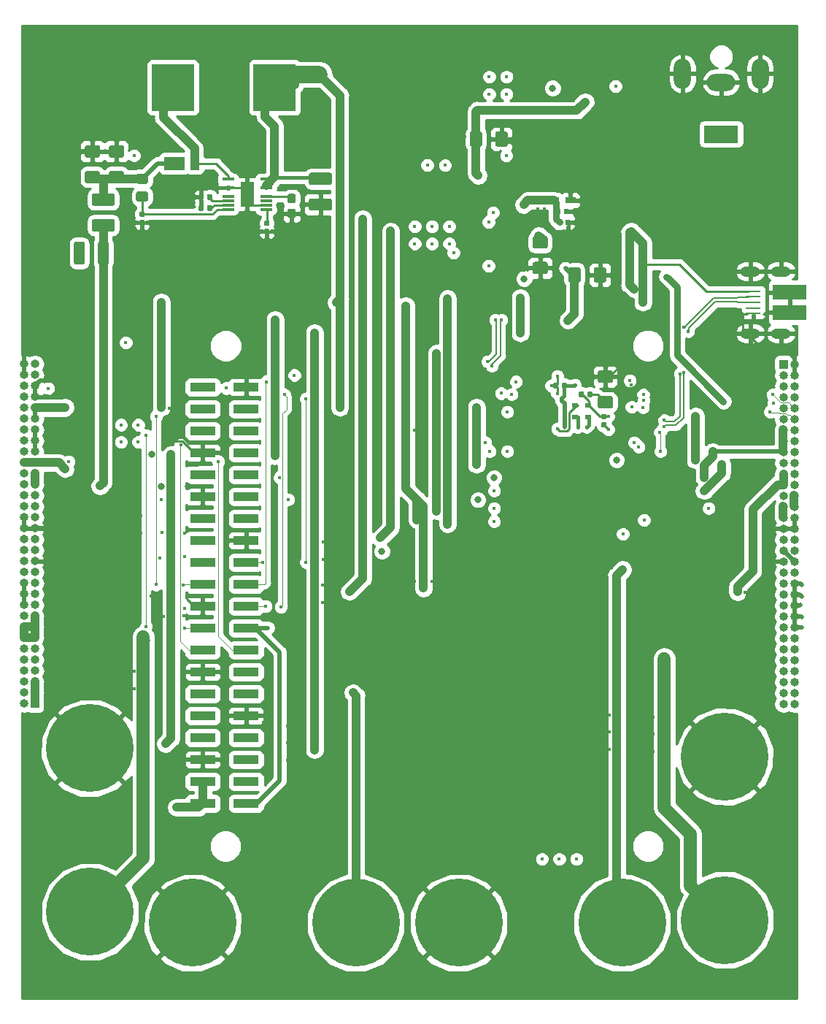
<source format=gbr>
G04 #@! TF.GenerationSoftware,KiCad,Pcbnew,(5.0.2)-1*
G04 #@! TF.CreationDate,2019-03-16T14:06:54-07:00*
G04 #@! TF.ProjectId,ModularMatrix,4d6f6475-6c61-4724-9d61-747269782e6b,rev?*
G04 #@! TF.SameCoordinates,Original*
G04 #@! TF.FileFunction,Copper,L4,Bot*
G04 #@! TF.FilePolarity,Positive*
%FSLAX46Y46*%
G04 Gerber Fmt 4.6, Leading zero omitted, Abs format (unit mm)*
G04 Created by KiCad (PCBNEW (5.0.2)-1) date 3/16/2019 2:06:54 PM*
%MOMM*%
%LPD*%
G01*
G04 APERTURE LIST*
G04 #@! TA.AperFunction,SMDPad,CuDef*
%ADD10R,3.000000X1.000000*%
G04 #@! TD*
G04 #@! TA.AperFunction,SMDPad,CuDef*
%ADD11R,3.900000X1.800000*%
G04 #@! TD*
G04 #@! TA.AperFunction,ComponentPad*
%ADD12O,2.300000X1.200000*%
G04 #@! TD*
G04 #@! TA.AperFunction,SMDPad,CuDef*
%ADD13R,1.700000X0.250000*%
G04 #@! TD*
G04 #@! TA.AperFunction,ComponentPad*
%ADD14R,4.000000X2.000000*%
G04 #@! TD*
G04 #@! TA.AperFunction,ComponentPad*
%ADD15O,3.300000X2.000000*%
G04 #@! TD*
G04 #@! TA.AperFunction,ComponentPad*
%ADD16O,2.000000X3.500000*%
G04 #@! TD*
G04 #@! TA.AperFunction,ComponentPad*
%ADD17O,1.000000X1.000000*%
G04 #@! TD*
G04 #@! TA.AperFunction,ComponentPad*
%ADD18R,1.000000X1.000000*%
G04 #@! TD*
G04 #@! TA.AperFunction,Conductor*
%ADD19C,0.100000*%
G04 #@! TD*
G04 #@! TA.AperFunction,SMDPad,CuDef*
%ADD20C,0.590000*%
G04 #@! TD*
G04 #@! TA.AperFunction,SMDPad,CuDef*
%ADD21R,1.200000X0.750000*%
G04 #@! TD*
G04 #@! TA.AperFunction,SMDPad,CuDef*
%ADD22C,1.425000*%
G04 #@! TD*
G04 #@! TA.AperFunction,SMDPad,CuDef*
%ADD23R,0.800000X0.600000*%
G04 #@! TD*
G04 #@! TA.AperFunction,SMDPad,CuDef*
%ADD24C,0.950000*%
G04 #@! TD*
G04 #@! TA.AperFunction,SMDPad,CuDef*
%ADD25C,1.250000*%
G04 #@! TD*
G04 #@! TA.AperFunction,SMDPad,CuDef*
%ADD26C,1.150000*%
G04 #@! TD*
G04 #@! TA.AperFunction,SMDPad,CuDef*
%ADD27R,1.050000X1.500000*%
G04 #@! TD*
G04 #@! TA.AperFunction,SMDPad,CuDef*
%ADD28R,2.400000X1.500000*%
G04 #@! TD*
G04 #@! TA.AperFunction,ComponentPad*
%ADD29C,10.160000*%
G04 #@! TD*
G04 #@! TA.AperFunction,SMDPad,CuDef*
%ADD30R,4.900000X5.400000*%
G04 #@! TD*
G04 #@! TA.AperFunction,SMDPad,CuDef*
%ADD31R,1.400000X0.300000*%
G04 #@! TD*
G04 #@! TA.AperFunction,SMDPad,CuDef*
%ADD32R,1.650000X2.850000*%
G04 #@! TD*
G04 #@! TA.AperFunction,ViaPad*
%ADD33C,0.450000*%
G04 #@! TD*
G04 #@! TA.AperFunction,ViaPad*
%ADD34C,0.800000*%
G04 #@! TD*
G04 #@! TA.AperFunction,ViaPad*
%ADD35C,1.000000*%
G04 #@! TD*
G04 #@! TA.AperFunction,Conductor*
%ADD36C,0.250000*%
G04 #@! TD*
G04 #@! TA.AperFunction,Conductor*
%ADD37C,0.500000*%
G04 #@! TD*
G04 #@! TA.AperFunction,Conductor*
%ADD38C,0.400000*%
G04 #@! TD*
G04 #@! TA.AperFunction,Conductor*
%ADD39C,1.000000*%
G04 #@! TD*
G04 #@! TA.AperFunction,Conductor*
%ADD40C,0.750000*%
G04 #@! TD*
G04 #@! TA.AperFunction,Conductor*
%ADD41C,0.200000*%
G04 #@! TD*
G04 #@! TA.AperFunction,Conductor*
%ADD42C,2.000000*%
G04 #@! TD*
G04 #@! TA.AperFunction,Conductor*
%ADD43C,1.500000*%
G04 #@! TD*
G04 #@! TA.AperFunction,Conductor*
%ADD44C,0.088900*%
G04 #@! TD*
G04 #@! TA.AperFunction,Conductor*
%ADD45C,0.090000*%
G04 #@! TD*
G04 #@! TA.AperFunction,Conductor*
%ADD46C,0.254000*%
G04 #@! TD*
G04 APERTURE END LIST*
D10*
G04 #@! TO.P,J2,1*
G04 #@! TO.N,Net-(C2-Pad1)*
X188651200Y-146481800D03*
G04 #@! TO.P,J2,2*
G04 #@! TO.N,Net-(C1-Pad1)*
X183611200Y-146481800D03*
G04 #@! TO.P,J2,3*
G04 #@! TO.N,Net-(J2-Pad3)*
X188651200Y-143941800D03*
G04 #@! TO.P,J2,4*
G04 #@! TO.N,Net-(C1-Pad1)*
X183611200Y-143941800D03*
G04 #@! TO.P,J2,5*
G04 #@! TO.N,Net-(J2-Pad5)*
X188651200Y-141401800D03*
G04 #@! TO.P,J2,6*
G04 #@! TO.N,GND*
X183611200Y-141401800D03*
G04 #@! TO.P,J2,7*
G04 #@! TO.N,Net-(J2-Pad7)*
X188651200Y-138861800D03*
G04 #@! TO.P,J2,8*
G04 #@! TO.N,/Master/RX*
X183611200Y-138861800D03*
G04 #@! TO.P,J2,9*
G04 #@! TO.N,GND*
X188651200Y-136321800D03*
G04 #@! TO.P,J2,10*
G04 #@! TO.N,/Master/TX*
X183611200Y-136321800D03*
G04 #@! TO.P,J2,11*
G04 #@! TO.N,Net-(J2-Pad11)*
X188651200Y-133781800D03*
G04 #@! TO.P,J2,12*
G04 #@! TO.N,Net-(J2-Pad12)*
X183611200Y-133781800D03*
G04 #@! TO.P,J2,13*
G04 #@! TO.N,Net-(J2-Pad13)*
X188651200Y-131241800D03*
G04 #@! TO.P,J2,14*
G04 #@! TO.N,GND*
X183611200Y-131241800D03*
G04 #@! TO.P,J2,15*
G04 #@! TO.N,S3*
X188651200Y-128701800D03*
G04 #@! TO.P,J2,16*
G04 #@! TO.N,S2*
X183611200Y-128701800D03*
G04 #@! TO.P,J2,17*
G04 #@! TO.N,Net-(C2-Pad1)*
X188651200Y-126161800D03*
G04 #@! TO.P,J2,18*
G04 #@! TO.N,S1*
X183611200Y-126161800D03*
G04 #@! TO.P,J2,19*
G04 #@! TO.N,MOSI0*
X188651200Y-123621800D03*
G04 #@! TO.P,J2,20*
G04 #@! TO.N,GND*
X183611200Y-123621800D03*
G04 #@! TO.P,J2,21*
G04 #@! TO.N,MISO0*
X188651200Y-121081800D03*
G04 #@! TO.P,J2,22*
G04 #@! TO.N,S0*
X183611200Y-121081800D03*
G04 #@! TO.P,J2,23*
G04 #@! TO.N,SCLK0*
X188651200Y-118541800D03*
G04 #@! TO.P,J2,24*
G04 #@! TO.N,Net-(J2-Pad24)*
X183611200Y-118541800D03*
G04 #@! TO.P,J2,25*
G04 #@! TO.N,GND*
X188651200Y-116001800D03*
G04 #@! TO.P,J2,26*
G04 #@! TO.N,Net-(J2-Pad26)*
X183611200Y-116001800D03*
G04 #@! TO.P,J2,27*
G04 #@! TO.N,Net-(J2-Pad27)*
X188651200Y-113461800D03*
G04 #@! TO.P,J2,28*
G04 #@! TO.N,Net-(J2-Pad28)*
X183611200Y-113461800D03*
G04 #@! TO.P,J2,29*
G04 #@! TO.N,Net-(J2-Pad29)*
X188651200Y-110921800D03*
G04 #@! TO.P,J2,30*
G04 #@! TO.N,GND*
X183611200Y-110921800D03*
G04 #@! TO.P,J2,31*
G04 #@! TO.N,Net-(J2-Pad31)*
X188651200Y-108381800D03*
G04 #@! TO.P,J2,32*
G04 #@! TO.N,Net-(J2-Pad32)*
X183611200Y-108381800D03*
G04 #@! TO.P,J2,33*
G04 #@! TO.N,Net-(J2-Pad33)*
X188651200Y-105841800D03*
G04 #@! TO.P,J2,34*
G04 #@! TO.N,GND*
X183611200Y-105841800D03*
G04 #@! TO.P,J2,35*
G04 #@! TO.N,Net-(J2-Pad35)*
X188651200Y-103301800D03*
G04 #@! TO.P,J2,36*
G04 #@! TO.N,Net-(J2-Pad36)*
X183611200Y-103301800D03*
G04 #@! TO.P,J2,37*
G04 #@! TO.N,Net-(J2-Pad37)*
X188651200Y-100761800D03*
G04 #@! TO.P,J2,38*
G04 #@! TO.N,Net-(J2-Pad38)*
X183611200Y-100761800D03*
G04 #@! TO.P,J2,39*
G04 #@! TO.N,GND*
X188651200Y-98221800D03*
G04 #@! TO.P,J2,40*
G04 #@! TO.N,Net-(J2-Pad40)*
X183611200Y-98221800D03*
G04 #@! TD*
D11*
G04 #@! TO.P,J4,SH*
G04 #@! TO.N,GND*
X251710300Y-87257000D03*
X251710300Y-89557000D03*
D12*
X250710300Y-84807000D03*
X247160300Y-84807000D03*
X250710300Y-92007000D03*
X247160300Y-92007000D03*
D13*
G04 #@! TO.P,J4,1*
G04 #@! TO.N,+5V*
X247510300Y-87107000D03*
G04 #@! TO.P,J4,2*
G04 #@! TO.N,/USB/D00-*
X247510300Y-87757000D03*
G04 #@! TO.P,J4,3*
G04 #@! TO.N,/USB/D00+*
X247510300Y-88407000D03*
G04 #@! TO.P,J4,4*
G04 #@! TO.N,Net-(J4-Pad4)*
X247510300Y-89057000D03*
G04 #@! TO.P,J4,5*
G04 #@! TO.N,GND*
X247510300Y-89707000D03*
G04 #@! TD*
D14*
G04 #@! TO.P,J3,1*
G04 #@! TO.N,+12V*
X243776500Y-68897500D03*
D15*
G04 #@! TO.P,J3,2*
G04 #@! TO.N,GND*
X243776500Y-62897500D03*
D16*
G04 #@! TO.P,J3,MP*
X239276500Y-61897500D03*
X248276500Y-61897500D03*
G04 #@! TD*
D17*
G04 #@! TO.P,J6,64*
G04 #@! TO.N,GND*
X162877500Y-95542100D03*
G04 #@! TO.P,J6,63*
G04 #@! TO.N,D2-*
X164147500Y-95542100D03*
G04 #@! TO.P,J6,62*
G04 #@! TO.N,GND*
X162877500Y-96812100D03*
G04 #@! TO.P,J6,61*
G04 #@! TO.N,D2+*
X164147500Y-96812100D03*
G04 #@! TO.P,J6,60*
G04 #@! TO.N,MISO0*
X162877500Y-98082100D03*
G04 #@! TO.P,J6,59*
G04 #@! TO.N,GND*
X164147500Y-98082100D03*
G04 #@! TO.P,J6,58*
G04 #@! TO.N,MOSI0*
X162877500Y-99352100D03*
G04 #@! TO.P,J6,57*
G04 #@! TO.N,GND*
X164147500Y-99352100D03*
G04 #@! TO.P,J6,56*
G04 #@! TO.N,SCLK0*
X162877500Y-100622100D03*
G04 #@! TO.P,J6,55*
G04 #@! TO.N,+12V*
X164147500Y-100622100D03*
G04 #@! TO.P,J6,54*
G04 #@! TO.N,S0*
X162877500Y-101892100D03*
G04 #@! TO.P,J6,53*
G04 #@! TO.N,+12V*
X164147500Y-101892100D03*
G04 #@! TO.P,J6,52*
G04 #@! TO.N,S1*
X162877500Y-103162100D03*
G04 #@! TO.P,J6,51*
G04 #@! TO.N,+5V*
X164147500Y-103162100D03*
G04 #@! TO.P,J6,50*
G04 #@! TO.N,S2*
X162877500Y-104432100D03*
G04 #@! TO.P,J6,49*
G04 #@! TO.N,+5V*
X164147500Y-104432100D03*
G04 #@! TO.P,J6,48*
G04 #@! TO.N,S3*
X162877500Y-105702100D03*
G04 #@! TO.P,J6,47*
G04 #@! TO.N,+5V*
X164147500Y-105702100D03*
G04 #@! TO.P,J6,46*
G04 #@! TO.N,-5V*
X162877500Y-106972100D03*
G04 #@! TO.P,J6,45*
X164147500Y-106972100D03*
G04 #@! TO.P,J6,44*
G04 #@! TO.N,Net-(J6-Pad44)*
X162877500Y-108242100D03*
G04 #@! TO.P,J6,43*
G04 #@! TO.N,HT*
X164147500Y-108242100D03*
G04 #@! TO.P,J6,42*
G04 #@! TO.N,GND*
X162877500Y-109512100D03*
G04 #@! TO.P,J6,41*
G04 #@! TO.N,HT*
X164147500Y-109512100D03*
G04 #@! TO.P,J6,40*
G04 #@! TO.N,+1V8*
X162877500Y-110782100D03*
G04 #@! TO.P,J6,39*
X164147500Y-110782100D03*
G04 #@! TO.P,J6,38*
X162877500Y-112052100D03*
G04 #@! TO.P,J6,37*
G04 #@! TO.N,-3V3*
X164147500Y-112052100D03*
G04 #@! TO.P,J6,36*
G04 #@! TO.N,GND*
X162877500Y-113322100D03*
G04 #@! TO.P,J6,35*
G04 #@! TO.N,-3V3*
X164147500Y-113322100D03*
G04 #@! TO.P,J6,34*
G04 #@! TO.N,GND*
X162877500Y-114592100D03*
G04 #@! TO.P,J6,33*
X164147500Y-114592100D03*
G04 #@! TO.P,J6,32*
G04 #@! TO.N,+3V3*
X162877500Y-115862100D03*
G04 #@! TO.P,J6,31*
X164147500Y-115862100D03*
G04 #@! TO.P,J6,30*
X162877500Y-117132100D03*
G04 #@! TO.P,J6,29*
X164147500Y-117132100D03*
G04 #@! TO.P,J6,28*
X162877500Y-118402100D03*
G04 #@! TO.P,J6,27*
G04 #@! TO.N,GND*
X164147500Y-118402100D03*
G04 #@! TO.P,J6,26*
G04 #@! TO.N,+3V3*
X162877500Y-119672100D03*
G04 #@! TO.P,J6,25*
G04 #@! TO.N,VAA*
X164147500Y-119672100D03*
G04 #@! TO.P,J6,24*
G04 #@! TO.N,GND*
X162877500Y-120942100D03*
G04 #@! TO.P,J6,23*
G04 #@! TO.N,VAA*
X164147500Y-120942100D03*
G04 #@! TO.P,J6,22*
G04 #@! TO.N,GND*
X162877500Y-122212100D03*
G04 #@! TO.P,J6,21*
G04 #@! TO.N,VAA*
X164147500Y-122212100D03*
G04 #@! TO.P,J6,20*
G04 #@! TO.N,GND*
X162877500Y-123482100D03*
G04 #@! TO.P,J6,19*
G04 #@! TO.N,Net-(J6-Pad19)*
X164147500Y-123482100D03*
G04 #@! TO.P,J6,18*
G04 #@! TO.N,Net-(J6-Pad18)*
X162877500Y-124752100D03*
G04 #@! TO.P,J6,17*
G04 #@! TO.N,VD*
X164147500Y-124752100D03*
G04 #@! TO.P,J6,16*
X162877500Y-126022100D03*
G04 #@! TO.P,J6,15*
X164147500Y-126022100D03*
G04 #@! TO.P,J6,14*
X162877500Y-127292100D03*
G04 #@! TO.P,J6,13*
X164147500Y-127292100D03*
G04 #@! TO.P,J6,12*
G04 #@! TO.N,Net-(J6-Pad12)*
X162877500Y-128562100D03*
G04 #@! TO.P,J6,11*
G04 #@! TO.N,Net-(J6-Pad11)*
X164147500Y-128562100D03*
G04 #@! TO.P,J6,10*
G04 #@! TO.N,VDC*
X162877500Y-129832100D03*
G04 #@! TO.P,J6,9*
X164147500Y-129832100D03*
G04 #@! TO.P,J6,8*
X162877500Y-131102100D03*
G04 #@! TO.P,J6,7*
G04 #@! TO.N,Net-(J6-Pad7)*
X164147500Y-131102100D03*
G04 #@! TO.P,J6,6*
G04 #@! TO.N,VDC*
X162877500Y-132372100D03*
G04 #@! TO.P,J6,5*
G04 #@! TO.N,LO*
X164147500Y-132372100D03*
G04 #@! TO.P,J6,4*
G04 #@! TO.N,VDC*
X162877500Y-133642100D03*
G04 #@! TO.P,J6,3*
G04 #@! TO.N,LO*
X164147500Y-133642100D03*
G04 #@! TO.P,J6,2*
G04 #@! TO.N,VDC*
X162877500Y-134912100D03*
D18*
G04 #@! TO.P,J6,1*
G04 #@! TO.N,LO*
X164147500Y-134912100D03*
G04 #@! TD*
G04 #@! TO.P,J1,1*
G04 #@! TO.N,D1+*
X251015500Y-95567500D03*
D17*
G04 #@! TO.P,J1,2*
G04 #@! TO.N,GND*
X252285500Y-95567500D03*
G04 #@! TO.P,J1,3*
G04 #@! TO.N,D1-*
X251015500Y-96837500D03*
G04 #@! TO.P,J1,4*
G04 #@! TO.N,GND*
X252285500Y-96837500D03*
G04 #@! TO.P,J1,5*
G04 #@! TO.N,Net-(J1-Pad5)*
X251015500Y-98107500D03*
G04 #@! TO.P,J1,6*
G04 #@! TO.N,MISO0*
X252285500Y-98107500D03*
G04 #@! TO.P,J1,7*
G04 #@! TO.N,GND*
X251015500Y-99377500D03*
G04 #@! TO.P,J1,8*
G04 #@! TO.N,MOSI0*
X252285500Y-99377500D03*
G04 #@! TO.P,J1,9*
G04 #@! TO.N,+12V*
X251015500Y-100647500D03*
G04 #@! TO.P,J1,10*
G04 #@! TO.N,SCLK0*
X252285500Y-100647500D03*
G04 #@! TO.P,J1,11*
G04 #@! TO.N,+12V*
X251015500Y-101917500D03*
G04 #@! TO.P,J1,12*
G04 #@! TO.N,S0*
X252285500Y-101917500D03*
G04 #@! TO.P,J1,13*
G04 #@! TO.N,+5V*
X251015500Y-103187500D03*
G04 #@! TO.P,J1,14*
G04 #@! TO.N,S1*
X252285500Y-103187500D03*
G04 #@! TO.P,J1,15*
G04 #@! TO.N,+5V*
X251015500Y-104457500D03*
G04 #@! TO.P,J1,16*
G04 #@! TO.N,S2*
X252285500Y-104457500D03*
G04 #@! TO.P,J1,17*
G04 #@! TO.N,+5V*
X251015500Y-105727500D03*
G04 #@! TO.P,J1,18*
G04 #@! TO.N,S3*
X252285500Y-105727500D03*
G04 #@! TO.P,J1,19*
G04 #@! TO.N,-5V*
X251015500Y-106997500D03*
G04 #@! TO.P,J1,20*
X252285500Y-106997500D03*
G04 #@! TO.P,J1,21*
G04 #@! TO.N,HT*
X251015500Y-108267500D03*
G04 #@! TO.P,J1,22*
G04 #@! TO.N,Net-(J1-Pad22)*
X252285500Y-108267500D03*
G04 #@! TO.P,J1,23*
G04 #@! TO.N,HT*
X251015500Y-109537500D03*
G04 #@! TO.P,J1,24*
G04 #@! TO.N,GND*
X252285500Y-109537500D03*
G04 #@! TO.P,J1,25*
G04 #@! TO.N,+1V8*
X251015500Y-110807500D03*
G04 #@! TO.P,J1,26*
X252285500Y-110807500D03*
G04 #@! TO.P,J1,27*
G04 #@! TO.N,-3V3*
X251015500Y-112077500D03*
G04 #@! TO.P,J1,28*
G04 #@! TO.N,+1V8*
X252285500Y-112077500D03*
G04 #@! TO.P,J1,29*
G04 #@! TO.N,-3V3*
X251015500Y-113347500D03*
G04 #@! TO.P,J1,30*
G04 #@! TO.N,GND*
X252285500Y-113347500D03*
G04 #@! TO.P,J1,31*
X251015500Y-114617500D03*
G04 #@! TO.P,J1,32*
X252285500Y-114617500D03*
G04 #@! TO.P,J1,33*
G04 #@! TO.N,+3V3*
X251015500Y-115887500D03*
G04 #@! TO.P,J1,34*
X252285500Y-115887500D03*
G04 #@! TO.P,J1,35*
X251015500Y-117157500D03*
G04 #@! TO.P,J1,36*
X252285500Y-117157500D03*
G04 #@! TO.P,J1,37*
G04 #@! TO.N,GND*
X251015500Y-118427500D03*
G04 #@! TO.P,J1,38*
G04 #@! TO.N,+3V3*
X252285500Y-118427500D03*
G04 #@! TO.P,J1,39*
G04 #@! TO.N,VAA*
X251015500Y-119697500D03*
G04 #@! TO.P,J1,40*
G04 #@! TO.N,+3V3*
X252285500Y-119697500D03*
G04 #@! TO.P,J1,41*
G04 #@! TO.N,VAA*
X251015500Y-120967500D03*
G04 #@! TO.P,J1,42*
G04 #@! TO.N,GND*
X252285500Y-120967500D03*
G04 #@! TO.P,J1,43*
G04 #@! TO.N,VAA*
X251015500Y-122237500D03*
G04 #@! TO.P,J1,44*
G04 #@! TO.N,GND*
X252285500Y-122237500D03*
G04 #@! TO.P,J1,45*
G04 #@! TO.N,Net-(J1-Pad45)*
X251015500Y-123507500D03*
G04 #@! TO.P,J1,46*
G04 #@! TO.N,GND*
X252285500Y-123507500D03*
G04 #@! TO.P,J1,47*
G04 #@! TO.N,VD*
X251015500Y-124777500D03*
G04 #@! TO.P,J1,48*
G04 #@! TO.N,GND*
X252285500Y-124777500D03*
G04 #@! TO.P,J1,49*
G04 #@! TO.N,VD*
X251015500Y-126047500D03*
G04 #@! TO.P,J1,50*
G04 #@! TO.N,GND*
X252285500Y-126047500D03*
G04 #@! TO.P,J1,51*
G04 #@! TO.N,VD*
X251015500Y-127317500D03*
G04 #@! TO.P,J1,52*
G04 #@! TO.N,Net-(J1-Pad52)*
X252285500Y-127317500D03*
G04 #@! TO.P,J1,53*
G04 #@! TO.N,Net-(J1-Pad53)*
X251015500Y-128587500D03*
G04 #@! TO.P,J1,54*
G04 #@! TO.N,VDC*
X252285500Y-128587500D03*
G04 #@! TO.P,J1,55*
X251015500Y-129857500D03*
G04 #@! TO.P,J1,56*
X252285500Y-129857500D03*
G04 #@! TO.P,J1,57*
G04 #@! TO.N,Net-(J1-Pad57)*
X251015500Y-131127500D03*
G04 #@! TO.P,J1,58*
G04 #@! TO.N,VDC*
X252285500Y-131127500D03*
G04 #@! TO.P,J1,59*
G04 #@! TO.N,LO*
X251015500Y-132397500D03*
G04 #@! TO.P,J1,60*
G04 #@! TO.N,VDC*
X252285500Y-132397500D03*
G04 #@! TO.P,J1,61*
G04 #@! TO.N,LO*
X251015500Y-133667500D03*
G04 #@! TO.P,J1,62*
G04 #@! TO.N,VDC*
X252285500Y-133667500D03*
G04 #@! TO.P,J1,63*
G04 #@! TO.N,LO*
X251015500Y-134937500D03*
G04 #@! TO.P,J1,64*
G04 #@! TO.N,VDC*
X252285500Y-134937500D03*
G04 #@! TD*
D19*
G04 #@! TO.N,GND*
G04 #@! TO.C,C10*
G36*
X183609458Y-75880710D02*
X183623776Y-75882834D01*
X183637817Y-75886351D01*
X183651446Y-75891228D01*
X183664531Y-75897417D01*
X183676947Y-75904858D01*
X183688573Y-75913481D01*
X183699298Y-75923202D01*
X183709019Y-75933927D01*
X183717642Y-75945553D01*
X183725083Y-75957969D01*
X183731272Y-75971054D01*
X183736149Y-75984683D01*
X183739666Y-75998724D01*
X183741790Y-76013042D01*
X183742500Y-76027500D01*
X183742500Y-76372500D01*
X183741790Y-76386958D01*
X183739666Y-76401276D01*
X183736149Y-76415317D01*
X183731272Y-76428946D01*
X183725083Y-76442031D01*
X183717642Y-76454447D01*
X183709019Y-76466073D01*
X183699298Y-76476798D01*
X183688573Y-76486519D01*
X183676947Y-76495142D01*
X183664531Y-76502583D01*
X183651446Y-76508772D01*
X183637817Y-76513649D01*
X183623776Y-76517166D01*
X183609458Y-76519290D01*
X183595000Y-76520000D01*
X183300000Y-76520000D01*
X183285542Y-76519290D01*
X183271224Y-76517166D01*
X183257183Y-76513649D01*
X183243554Y-76508772D01*
X183230469Y-76502583D01*
X183218053Y-76495142D01*
X183206427Y-76486519D01*
X183195702Y-76476798D01*
X183185981Y-76466073D01*
X183177358Y-76454447D01*
X183169917Y-76442031D01*
X183163728Y-76428946D01*
X183158851Y-76415317D01*
X183155334Y-76401276D01*
X183153210Y-76386958D01*
X183152500Y-76372500D01*
X183152500Y-76027500D01*
X183153210Y-76013042D01*
X183155334Y-75998724D01*
X183158851Y-75984683D01*
X183163728Y-75971054D01*
X183169917Y-75957969D01*
X183177358Y-75945553D01*
X183185981Y-75933927D01*
X183195702Y-75923202D01*
X183206427Y-75913481D01*
X183218053Y-75904858D01*
X183230469Y-75897417D01*
X183243554Y-75891228D01*
X183257183Y-75886351D01*
X183271224Y-75882834D01*
X183285542Y-75880710D01*
X183300000Y-75880000D01*
X183595000Y-75880000D01*
X183609458Y-75880710D01*
X183609458Y-75880710D01*
G37*
D20*
G04 #@! TD*
G04 #@! TO.P,C10,2*
G04 #@! TO.N,GND*
X183447500Y-76200000D03*
D19*
G04 #@! TO.N,Net-(C10-Pad1)*
G04 #@! TO.C,C10*
G36*
X184579458Y-75880710D02*
X184593776Y-75882834D01*
X184607817Y-75886351D01*
X184621446Y-75891228D01*
X184634531Y-75897417D01*
X184646947Y-75904858D01*
X184658573Y-75913481D01*
X184669298Y-75923202D01*
X184679019Y-75933927D01*
X184687642Y-75945553D01*
X184695083Y-75957969D01*
X184701272Y-75971054D01*
X184706149Y-75984683D01*
X184709666Y-75998724D01*
X184711790Y-76013042D01*
X184712500Y-76027500D01*
X184712500Y-76372500D01*
X184711790Y-76386958D01*
X184709666Y-76401276D01*
X184706149Y-76415317D01*
X184701272Y-76428946D01*
X184695083Y-76442031D01*
X184687642Y-76454447D01*
X184679019Y-76466073D01*
X184669298Y-76476798D01*
X184658573Y-76486519D01*
X184646947Y-76495142D01*
X184634531Y-76502583D01*
X184621446Y-76508772D01*
X184607817Y-76513649D01*
X184593776Y-76517166D01*
X184579458Y-76519290D01*
X184565000Y-76520000D01*
X184270000Y-76520000D01*
X184255542Y-76519290D01*
X184241224Y-76517166D01*
X184227183Y-76513649D01*
X184213554Y-76508772D01*
X184200469Y-76502583D01*
X184188053Y-76495142D01*
X184176427Y-76486519D01*
X184165702Y-76476798D01*
X184155981Y-76466073D01*
X184147358Y-76454447D01*
X184139917Y-76442031D01*
X184133728Y-76428946D01*
X184128851Y-76415317D01*
X184125334Y-76401276D01*
X184123210Y-76386958D01*
X184122500Y-76372500D01*
X184122500Y-76027500D01*
X184123210Y-76013042D01*
X184125334Y-75998724D01*
X184128851Y-75984683D01*
X184133728Y-75971054D01*
X184139917Y-75957969D01*
X184147358Y-75945553D01*
X184155981Y-75933927D01*
X184165702Y-75923202D01*
X184176427Y-75913481D01*
X184188053Y-75904858D01*
X184200469Y-75897417D01*
X184213554Y-75891228D01*
X184227183Y-75886351D01*
X184241224Y-75882834D01*
X184255542Y-75880710D01*
X184270000Y-75880000D01*
X184565000Y-75880000D01*
X184579458Y-75880710D01*
X184579458Y-75880710D01*
G37*
D20*
G04 #@! TD*
G04 #@! TO.P,C10,1*
G04 #@! TO.N,Net-(C10-Pad1)*
X184417500Y-76200000D03*
D19*
G04 #@! TO.N,Net-(R1-Pad2)*
G04 #@! TO.C,R1*
G36*
X184579458Y-77150710D02*
X184593776Y-77152834D01*
X184607817Y-77156351D01*
X184621446Y-77161228D01*
X184634531Y-77167417D01*
X184646947Y-77174858D01*
X184658573Y-77183481D01*
X184669298Y-77193202D01*
X184679019Y-77203927D01*
X184687642Y-77215553D01*
X184695083Y-77227969D01*
X184701272Y-77241054D01*
X184706149Y-77254683D01*
X184709666Y-77268724D01*
X184711790Y-77283042D01*
X184712500Y-77297500D01*
X184712500Y-77642500D01*
X184711790Y-77656958D01*
X184709666Y-77671276D01*
X184706149Y-77685317D01*
X184701272Y-77698946D01*
X184695083Y-77712031D01*
X184687642Y-77724447D01*
X184679019Y-77736073D01*
X184669298Y-77746798D01*
X184658573Y-77756519D01*
X184646947Y-77765142D01*
X184634531Y-77772583D01*
X184621446Y-77778772D01*
X184607817Y-77783649D01*
X184593776Y-77787166D01*
X184579458Y-77789290D01*
X184565000Y-77790000D01*
X184270000Y-77790000D01*
X184255542Y-77789290D01*
X184241224Y-77787166D01*
X184227183Y-77783649D01*
X184213554Y-77778772D01*
X184200469Y-77772583D01*
X184188053Y-77765142D01*
X184176427Y-77756519D01*
X184165702Y-77746798D01*
X184155981Y-77736073D01*
X184147358Y-77724447D01*
X184139917Y-77712031D01*
X184133728Y-77698946D01*
X184128851Y-77685317D01*
X184125334Y-77671276D01*
X184123210Y-77656958D01*
X184122500Y-77642500D01*
X184122500Y-77297500D01*
X184123210Y-77283042D01*
X184125334Y-77268724D01*
X184128851Y-77254683D01*
X184133728Y-77241054D01*
X184139917Y-77227969D01*
X184147358Y-77215553D01*
X184155981Y-77203927D01*
X184165702Y-77193202D01*
X184176427Y-77183481D01*
X184188053Y-77174858D01*
X184200469Y-77167417D01*
X184213554Y-77161228D01*
X184227183Y-77156351D01*
X184241224Y-77152834D01*
X184255542Y-77150710D01*
X184270000Y-77150000D01*
X184565000Y-77150000D01*
X184579458Y-77150710D01*
X184579458Y-77150710D01*
G37*
D20*
G04 #@! TD*
G04 #@! TO.P,R1,2*
G04 #@! TO.N,Net-(R1-Pad2)*
X184417500Y-77470000D03*
D19*
G04 #@! TO.N,GND*
G04 #@! TO.C,R1*
G36*
X183609458Y-77150710D02*
X183623776Y-77152834D01*
X183637817Y-77156351D01*
X183651446Y-77161228D01*
X183664531Y-77167417D01*
X183676947Y-77174858D01*
X183688573Y-77183481D01*
X183699298Y-77193202D01*
X183709019Y-77203927D01*
X183717642Y-77215553D01*
X183725083Y-77227969D01*
X183731272Y-77241054D01*
X183736149Y-77254683D01*
X183739666Y-77268724D01*
X183741790Y-77283042D01*
X183742500Y-77297500D01*
X183742500Y-77642500D01*
X183741790Y-77656958D01*
X183739666Y-77671276D01*
X183736149Y-77685317D01*
X183731272Y-77698946D01*
X183725083Y-77712031D01*
X183717642Y-77724447D01*
X183709019Y-77736073D01*
X183699298Y-77746798D01*
X183688573Y-77756519D01*
X183676947Y-77765142D01*
X183664531Y-77772583D01*
X183651446Y-77778772D01*
X183637817Y-77783649D01*
X183623776Y-77787166D01*
X183609458Y-77789290D01*
X183595000Y-77790000D01*
X183300000Y-77790000D01*
X183285542Y-77789290D01*
X183271224Y-77787166D01*
X183257183Y-77783649D01*
X183243554Y-77778772D01*
X183230469Y-77772583D01*
X183218053Y-77765142D01*
X183206427Y-77756519D01*
X183195702Y-77746798D01*
X183185981Y-77736073D01*
X183177358Y-77724447D01*
X183169917Y-77712031D01*
X183163728Y-77698946D01*
X183158851Y-77685317D01*
X183155334Y-77671276D01*
X183153210Y-77656958D01*
X183152500Y-77642500D01*
X183152500Y-77297500D01*
X183153210Y-77283042D01*
X183155334Y-77268724D01*
X183158851Y-77254683D01*
X183163728Y-77241054D01*
X183169917Y-77227969D01*
X183177358Y-77215553D01*
X183185981Y-77203927D01*
X183195702Y-77193202D01*
X183206427Y-77183481D01*
X183218053Y-77174858D01*
X183230469Y-77167417D01*
X183243554Y-77161228D01*
X183257183Y-77156351D01*
X183271224Y-77152834D01*
X183285542Y-77150710D01*
X183300000Y-77150000D01*
X183595000Y-77150000D01*
X183609458Y-77150710D01*
X183609458Y-77150710D01*
G37*
D20*
G04 #@! TD*
G04 #@! TO.P,R1,1*
G04 #@! TO.N,GND*
X183447500Y-77470000D03*
D21*
G04 #@! TO.P,C11,1*
G04 #@! TO.N,+3V3*
X224362065Y-76578225D03*
G04 #@! TO.P,C11,2*
G04 #@! TO.N,GND*
X226262065Y-76578225D03*
G04 #@! TD*
D19*
G04 #@! TO.N,GND*
G04 #@! TO.C,C5*
G36*
X218777569Y-68592429D02*
X218801838Y-68596029D01*
X218825636Y-68601990D01*
X218848736Y-68610255D01*
X218870914Y-68620745D01*
X218891958Y-68633358D01*
X218911663Y-68647972D01*
X218929842Y-68664448D01*
X218946318Y-68682627D01*
X218960932Y-68702332D01*
X218973545Y-68723376D01*
X218984035Y-68745554D01*
X218992300Y-68768654D01*
X218998261Y-68792452D01*
X219001861Y-68816721D01*
X219003065Y-68841225D01*
X219003065Y-70091225D01*
X219001861Y-70115729D01*
X218998261Y-70139998D01*
X218992300Y-70163796D01*
X218984035Y-70186896D01*
X218973545Y-70209074D01*
X218960932Y-70230118D01*
X218946318Y-70249823D01*
X218929842Y-70268002D01*
X218911663Y-70284478D01*
X218891958Y-70299092D01*
X218870914Y-70311705D01*
X218848736Y-70322195D01*
X218825636Y-70330460D01*
X218801838Y-70336421D01*
X218777569Y-70340021D01*
X218753065Y-70341225D01*
X217828065Y-70341225D01*
X217803561Y-70340021D01*
X217779292Y-70336421D01*
X217755494Y-70330460D01*
X217732394Y-70322195D01*
X217710216Y-70311705D01*
X217689172Y-70299092D01*
X217669467Y-70284478D01*
X217651288Y-70268002D01*
X217634812Y-70249823D01*
X217620198Y-70230118D01*
X217607585Y-70209074D01*
X217597095Y-70186896D01*
X217588830Y-70163796D01*
X217582869Y-70139998D01*
X217579269Y-70115729D01*
X217578065Y-70091225D01*
X217578065Y-68841225D01*
X217579269Y-68816721D01*
X217582869Y-68792452D01*
X217588830Y-68768654D01*
X217597095Y-68745554D01*
X217607585Y-68723376D01*
X217620198Y-68702332D01*
X217634812Y-68682627D01*
X217651288Y-68664448D01*
X217669467Y-68647972D01*
X217689172Y-68633358D01*
X217710216Y-68620745D01*
X217732394Y-68610255D01*
X217755494Y-68601990D01*
X217779292Y-68596029D01*
X217803561Y-68592429D01*
X217828065Y-68591225D01*
X218753065Y-68591225D01*
X218777569Y-68592429D01*
X218777569Y-68592429D01*
G37*
D22*
G04 #@! TD*
G04 #@! TO.P,C5,2*
G04 #@! TO.N,GND*
X218290565Y-69466225D03*
D19*
G04 #@! TO.N,+12V*
G04 #@! TO.C,C5*
G36*
X215802569Y-68592429D02*
X215826838Y-68596029D01*
X215850636Y-68601990D01*
X215873736Y-68610255D01*
X215895914Y-68620745D01*
X215916958Y-68633358D01*
X215936663Y-68647972D01*
X215954842Y-68664448D01*
X215971318Y-68682627D01*
X215985932Y-68702332D01*
X215998545Y-68723376D01*
X216009035Y-68745554D01*
X216017300Y-68768654D01*
X216023261Y-68792452D01*
X216026861Y-68816721D01*
X216028065Y-68841225D01*
X216028065Y-70091225D01*
X216026861Y-70115729D01*
X216023261Y-70139998D01*
X216017300Y-70163796D01*
X216009035Y-70186896D01*
X215998545Y-70209074D01*
X215985932Y-70230118D01*
X215971318Y-70249823D01*
X215954842Y-70268002D01*
X215936663Y-70284478D01*
X215916958Y-70299092D01*
X215895914Y-70311705D01*
X215873736Y-70322195D01*
X215850636Y-70330460D01*
X215826838Y-70336421D01*
X215802569Y-70340021D01*
X215778065Y-70341225D01*
X214853065Y-70341225D01*
X214828561Y-70340021D01*
X214804292Y-70336421D01*
X214780494Y-70330460D01*
X214757394Y-70322195D01*
X214735216Y-70311705D01*
X214714172Y-70299092D01*
X214694467Y-70284478D01*
X214676288Y-70268002D01*
X214659812Y-70249823D01*
X214645198Y-70230118D01*
X214632585Y-70209074D01*
X214622095Y-70186896D01*
X214613830Y-70163796D01*
X214607869Y-70139998D01*
X214604269Y-70115729D01*
X214603065Y-70091225D01*
X214603065Y-68841225D01*
X214604269Y-68816721D01*
X214607869Y-68792452D01*
X214613830Y-68768654D01*
X214622095Y-68745554D01*
X214632585Y-68723376D01*
X214645198Y-68702332D01*
X214659812Y-68682627D01*
X214676288Y-68664448D01*
X214694467Y-68647972D01*
X214714172Y-68633358D01*
X214735216Y-68620745D01*
X214757394Y-68610255D01*
X214780494Y-68601990D01*
X214804292Y-68596029D01*
X214828561Y-68592429D01*
X214853065Y-68591225D01*
X215778065Y-68591225D01*
X215802569Y-68592429D01*
X215802569Y-68592429D01*
G37*
D22*
G04 #@! TD*
G04 #@! TO.P,C5,1*
G04 #@! TO.N,+12V*
X215315565Y-69466225D03*
D19*
G04 #@! TO.N,GND*
G04 #@! TO.C,C26*
G36*
X230207569Y-84340429D02*
X230231838Y-84344029D01*
X230255636Y-84349990D01*
X230278736Y-84358255D01*
X230300914Y-84368745D01*
X230321958Y-84381358D01*
X230341663Y-84395972D01*
X230359842Y-84412448D01*
X230376318Y-84430627D01*
X230390932Y-84450332D01*
X230403545Y-84471376D01*
X230414035Y-84493554D01*
X230422300Y-84516654D01*
X230428261Y-84540452D01*
X230431861Y-84564721D01*
X230433065Y-84589225D01*
X230433065Y-85839225D01*
X230431861Y-85863729D01*
X230428261Y-85887998D01*
X230422300Y-85911796D01*
X230414035Y-85934896D01*
X230403545Y-85957074D01*
X230390932Y-85978118D01*
X230376318Y-85997823D01*
X230359842Y-86016002D01*
X230341663Y-86032478D01*
X230321958Y-86047092D01*
X230300914Y-86059705D01*
X230278736Y-86070195D01*
X230255636Y-86078460D01*
X230231838Y-86084421D01*
X230207569Y-86088021D01*
X230183065Y-86089225D01*
X229258065Y-86089225D01*
X229233561Y-86088021D01*
X229209292Y-86084421D01*
X229185494Y-86078460D01*
X229162394Y-86070195D01*
X229140216Y-86059705D01*
X229119172Y-86047092D01*
X229099467Y-86032478D01*
X229081288Y-86016002D01*
X229064812Y-85997823D01*
X229050198Y-85978118D01*
X229037585Y-85957074D01*
X229027095Y-85934896D01*
X229018830Y-85911796D01*
X229012869Y-85887998D01*
X229009269Y-85863729D01*
X229008065Y-85839225D01*
X229008065Y-84589225D01*
X229009269Y-84564721D01*
X229012869Y-84540452D01*
X229018830Y-84516654D01*
X229027095Y-84493554D01*
X229037585Y-84471376D01*
X229050198Y-84450332D01*
X229064812Y-84430627D01*
X229081288Y-84412448D01*
X229099467Y-84395972D01*
X229119172Y-84381358D01*
X229140216Y-84368745D01*
X229162394Y-84358255D01*
X229185494Y-84349990D01*
X229209292Y-84344029D01*
X229233561Y-84340429D01*
X229258065Y-84339225D01*
X230183065Y-84339225D01*
X230207569Y-84340429D01*
X230207569Y-84340429D01*
G37*
D22*
G04 #@! TD*
G04 #@! TO.P,C26,1*
G04 #@! TO.N,GND*
X229720565Y-85214225D03*
D19*
G04 #@! TO.N,+1V8*
G04 #@! TO.C,C26*
G36*
X227232569Y-84340429D02*
X227256838Y-84344029D01*
X227280636Y-84349990D01*
X227303736Y-84358255D01*
X227325914Y-84368745D01*
X227346958Y-84381358D01*
X227366663Y-84395972D01*
X227384842Y-84412448D01*
X227401318Y-84430627D01*
X227415932Y-84450332D01*
X227428545Y-84471376D01*
X227439035Y-84493554D01*
X227447300Y-84516654D01*
X227453261Y-84540452D01*
X227456861Y-84564721D01*
X227458065Y-84589225D01*
X227458065Y-85839225D01*
X227456861Y-85863729D01*
X227453261Y-85887998D01*
X227447300Y-85911796D01*
X227439035Y-85934896D01*
X227428545Y-85957074D01*
X227415932Y-85978118D01*
X227401318Y-85997823D01*
X227384842Y-86016002D01*
X227366663Y-86032478D01*
X227346958Y-86047092D01*
X227325914Y-86059705D01*
X227303736Y-86070195D01*
X227280636Y-86078460D01*
X227256838Y-86084421D01*
X227232569Y-86088021D01*
X227208065Y-86089225D01*
X226283065Y-86089225D01*
X226258561Y-86088021D01*
X226234292Y-86084421D01*
X226210494Y-86078460D01*
X226187394Y-86070195D01*
X226165216Y-86059705D01*
X226144172Y-86047092D01*
X226124467Y-86032478D01*
X226106288Y-86016002D01*
X226089812Y-85997823D01*
X226075198Y-85978118D01*
X226062585Y-85957074D01*
X226052095Y-85934896D01*
X226043830Y-85911796D01*
X226037869Y-85887998D01*
X226034269Y-85863729D01*
X226033065Y-85839225D01*
X226033065Y-84589225D01*
X226034269Y-84564721D01*
X226037869Y-84540452D01*
X226043830Y-84516654D01*
X226052095Y-84493554D01*
X226062585Y-84471376D01*
X226075198Y-84450332D01*
X226089812Y-84430627D01*
X226106288Y-84412448D01*
X226124467Y-84395972D01*
X226144172Y-84381358D01*
X226165216Y-84368745D01*
X226187394Y-84358255D01*
X226210494Y-84349990D01*
X226234292Y-84344029D01*
X226258561Y-84340429D01*
X226283065Y-84339225D01*
X227208065Y-84339225D01*
X227232569Y-84340429D01*
X227232569Y-84340429D01*
G37*
D22*
G04 #@! TD*
G04 #@! TO.P,C26,2*
G04 #@! TO.N,+1V8*
X226745565Y-85214225D03*
D19*
G04 #@! TO.N,GND*
G04 #@! TO.C,C22*
G36*
X223421569Y-83704429D02*
X223445838Y-83708029D01*
X223469636Y-83713990D01*
X223492736Y-83722255D01*
X223514914Y-83732745D01*
X223535958Y-83745358D01*
X223555663Y-83759972D01*
X223573842Y-83776448D01*
X223590318Y-83794627D01*
X223604932Y-83814332D01*
X223617545Y-83835376D01*
X223628035Y-83857554D01*
X223636300Y-83880654D01*
X223642261Y-83904452D01*
X223645861Y-83928721D01*
X223647065Y-83953225D01*
X223647065Y-84878225D01*
X223645861Y-84902729D01*
X223642261Y-84926998D01*
X223636300Y-84950796D01*
X223628035Y-84973896D01*
X223617545Y-84996074D01*
X223604932Y-85017118D01*
X223590318Y-85036823D01*
X223573842Y-85055002D01*
X223555663Y-85071478D01*
X223535958Y-85086092D01*
X223514914Y-85098705D01*
X223492736Y-85109195D01*
X223469636Y-85117460D01*
X223445838Y-85123421D01*
X223421569Y-85127021D01*
X223397065Y-85128225D01*
X222147065Y-85128225D01*
X222122561Y-85127021D01*
X222098292Y-85123421D01*
X222074494Y-85117460D01*
X222051394Y-85109195D01*
X222029216Y-85098705D01*
X222008172Y-85086092D01*
X221988467Y-85071478D01*
X221970288Y-85055002D01*
X221953812Y-85036823D01*
X221939198Y-85017118D01*
X221926585Y-84996074D01*
X221916095Y-84973896D01*
X221907830Y-84950796D01*
X221901869Y-84926998D01*
X221898269Y-84902729D01*
X221897065Y-84878225D01*
X221897065Y-83953225D01*
X221898269Y-83928721D01*
X221901869Y-83904452D01*
X221907830Y-83880654D01*
X221916095Y-83857554D01*
X221926585Y-83835376D01*
X221939198Y-83814332D01*
X221953812Y-83794627D01*
X221970288Y-83776448D01*
X221988467Y-83759972D01*
X222008172Y-83745358D01*
X222029216Y-83732745D01*
X222051394Y-83722255D01*
X222074494Y-83713990D01*
X222098292Y-83708029D01*
X222122561Y-83704429D01*
X222147065Y-83703225D01*
X223397065Y-83703225D01*
X223421569Y-83704429D01*
X223421569Y-83704429D01*
G37*
D22*
G04 #@! TD*
G04 #@! TO.P,C22,2*
G04 #@! TO.N,GND*
X222772065Y-84415725D03*
D19*
G04 #@! TO.N,+3V3*
G04 #@! TO.C,C22*
G36*
X223421569Y-80729429D02*
X223445838Y-80733029D01*
X223469636Y-80738990D01*
X223492736Y-80747255D01*
X223514914Y-80757745D01*
X223535958Y-80770358D01*
X223555663Y-80784972D01*
X223573842Y-80801448D01*
X223590318Y-80819627D01*
X223604932Y-80839332D01*
X223617545Y-80860376D01*
X223628035Y-80882554D01*
X223636300Y-80905654D01*
X223642261Y-80929452D01*
X223645861Y-80953721D01*
X223647065Y-80978225D01*
X223647065Y-81903225D01*
X223645861Y-81927729D01*
X223642261Y-81951998D01*
X223636300Y-81975796D01*
X223628035Y-81998896D01*
X223617545Y-82021074D01*
X223604932Y-82042118D01*
X223590318Y-82061823D01*
X223573842Y-82080002D01*
X223555663Y-82096478D01*
X223535958Y-82111092D01*
X223514914Y-82123705D01*
X223492736Y-82134195D01*
X223469636Y-82142460D01*
X223445838Y-82148421D01*
X223421569Y-82152021D01*
X223397065Y-82153225D01*
X222147065Y-82153225D01*
X222122561Y-82152021D01*
X222098292Y-82148421D01*
X222074494Y-82142460D01*
X222051394Y-82134195D01*
X222029216Y-82123705D01*
X222008172Y-82111092D01*
X221988467Y-82096478D01*
X221970288Y-82080002D01*
X221953812Y-82061823D01*
X221939198Y-82042118D01*
X221926585Y-82021074D01*
X221916095Y-81998896D01*
X221907830Y-81975796D01*
X221901869Y-81951998D01*
X221898269Y-81927729D01*
X221897065Y-81903225D01*
X221897065Y-80978225D01*
X221898269Y-80953721D01*
X221901869Y-80929452D01*
X221907830Y-80905654D01*
X221916095Y-80882554D01*
X221926585Y-80860376D01*
X221939198Y-80839332D01*
X221953812Y-80819627D01*
X221970288Y-80801448D01*
X221988467Y-80784972D01*
X222008172Y-80770358D01*
X222029216Y-80757745D01*
X222051394Y-80747255D01*
X222074494Y-80738990D01*
X222098292Y-80733029D01*
X222122561Y-80729429D01*
X222147065Y-80728225D01*
X223397065Y-80728225D01*
X223421569Y-80729429D01*
X223421569Y-80729429D01*
G37*
D22*
G04 #@! TD*
G04 #@! TO.P,C22,1*
G04 #@! TO.N,+3V3*
X222772065Y-81440725D03*
D19*
G04 #@! TO.N,Net-(IC1-Pad10)*
G04 #@! TO.C,R21*
G36*
X224755707Y-97728971D02*
X224770025Y-97731095D01*
X224784066Y-97734612D01*
X224797695Y-97739489D01*
X224810780Y-97745678D01*
X224823196Y-97753119D01*
X224834822Y-97761742D01*
X224845547Y-97771463D01*
X224855268Y-97782188D01*
X224863891Y-97793814D01*
X224871332Y-97806230D01*
X224877521Y-97819315D01*
X224882398Y-97832944D01*
X224885915Y-97846985D01*
X224888039Y-97861303D01*
X224888749Y-97875761D01*
X224888749Y-98220761D01*
X224888039Y-98235219D01*
X224885915Y-98249537D01*
X224882398Y-98263578D01*
X224877521Y-98277207D01*
X224871332Y-98290292D01*
X224863891Y-98302708D01*
X224855268Y-98314334D01*
X224845547Y-98325059D01*
X224834822Y-98334780D01*
X224823196Y-98343403D01*
X224810780Y-98350844D01*
X224797695Y-98357033D01*
X224784066Y-98361910D01*
X224770025Y-98365427D01*
X224755707Y-98367551D01*
X224741249Y-98368261D01*
X224446249Y-98368261D01*
X224431791Y-98367551D01*
X224417473Y-98365427D01*
X224403432Y-98361910D01*
X224389803Y-98357033D01*
X224376718Y-98350844D01*
X224364302Y-98343403D01*
X224352676Y-98334780D01*
X224341951Y-98325059D01*
X224332230Y-98314334D01*
X224323607Y-98302708D01*
X224316166Y-98290292D01*
X224309977Y-98277207D01*
X224305100Y-98263578D01*
X224301583Y-98249537D01*
X224299459Y-98235219D01*
X224298749Y-98220761D01*
X224298749Y-97875761D01*
X224299459Y-97861303D01*
X224301583Y-97846985D01*
X224305100Y-97832944D01*
X224309977Y-97819315D01*
X224316166Y-97806230D01*
X224323607Y-97793814D01*
X224332230Y-97782188D01*
X224341951Y-97771463D01*
X224352676Y-97761742D01*
X224364302Y-97753119D01*
X224376718Y-97745678D01*
X224389803Y-97739489D01*
X224403432Y-97734612D01*
X224417473Y-97731095D01*
X224431791Y-97728971D01*
X224446249Y-97728261D01*
X224741249Y-97728261D01*
X224755707Y-97728971D01*
X224755707Y-97728971D01*
G37*
D20*
G04 #@! TD*
G04 #@! TO.P,R21,1*
G04 #@! TO.N,Net-(IC1-Pad10)*
X224593749Y-98048261D03*
D19*
G04 #@! TO.N,+3V3*
G04 #@! TO.C,R21*
G36*
X225725707Y-97728971D02*
X225740025Y-97731095D01*
X225754066Y-97734612D01*
X225767695Y-97739489D01*
X225780780Y-97745678D01*
X225793196Y-97753119D01*
X225804822Y-97761742D01*
X225815547Y-97771463D01*
X225825268Y-97782188D01*
X225833891Y-97793814D01*
X225841332Y-97806230D01*
X225847521Y-97819315D01*
X225852398Y-97832944D01*
X225855915Y-97846985D01*
X225858039Y-97861303D01*
X225858749Y-97875761D01*
X225858749Y-98220761D01*
X225858039Y-98235219D01*
X225855915Y-98249537D01*
X225852398Y-98263578D01*
X225847521Y-98277207D01*
X225841332Y-98290292D01*
X225833891Y-98302708D01*
X225825268Y-98314334D01*
X225815547Y-98325059D01*
X225804822Y-98334780D01*
X225793196Y-98343403D01*
X225780780Y-98350844D01*
X225767695Y-98357033D01*
X225754066Y-98361910D01*
X225740025Y-98365427D01*
X225725707Y-98367551D01*
X225711249Y-98368261D01*
X225416249Y-98368261D01*
X225401791Y-98367551D01*
X225387473Y-98365427D01*
X225373432Y-98361910D01*
X225359803Y-98357033D01*
X225346718Y-98350844D01*
X225334302Y-98343403D01*
X225322676Y-98334780D01*
X225311951Y-98325059D01*
X225302230Y-98314334D01*
X225293607Y-98302708D01*
X225286166Y-98290292D01*
X225279977Y-98277207D01*
X225275100Y-98263578D01*
X225271583Y-98249537D01*
X225269459Y-98235219D01*
X225268749Y-98220761D01*
X225268749Y-97875761D01*
X225269459Y-97861303D01*
X225271583Y-97846985D01*
X225275100Y-97832944D01*
X225279977Y-97819315D01*
X225286166Y-97806230D01*
X225293607Y-97793814D01*
X225302230Y-97782188D01*
X225311951Y-97771463D01*
X225322676Y-97761742D01*
X225334302Y-97753119D01*
X225346718Y-97745678D01*
X225359803Y-97739489D01*
X225373432Y-97734612D01*
X225387473Y-97731095D01*
X225401791Y-97728971D01*
X225416249Y-97728261D01*
X225711249Y-97728261D01*
X225725707Y-97728971D01*
X225725707Y-97728971D01*
G37*
D20*
G04 #@! TD*
G04 #@! TO.P,R21,2*
G04 #@! TO.N,+3V3*
X225563749Y-98048261D03*
D19*
G04 #@! TO.N,Net-(C50-Pad2)*
G04 #@! TO.C,R16*
G36*
X228696118Y-98744971D02*
X228710436Y-98747095D01*
X228724477Y-98750612D01*
X228738106Y-98755489D01*
X228751191Y-98761678D01*
X228763607Y-98769119D01*
X228775233Y-98777742D01*
X228785958Y-98787463D01*
X228795679Y-98798188D01*
X228804302Y-98809814D01*
X228811743Y-98822230D01*
X228817932Y-98835315D01*
X228822809Y-98848944D01*
X228826326Y-98862985D01*
X228828450Y-98877303D01*
X228829160Y-98891761D01*
X228829160Y-99236761D01*
X228828450Y-99251219D01*
X228826326Y-99265537D01*
X228822809Y-99279578D01*
X228817932Y-99293207D01*
X228811743Y-99306292D01*
X228804302Y-99318708D01*
X228795679Y-99330334D01*
X228785958Y-99341059D01*
X228775233Y-99350780D01*
X228763607Y-99359403D01*
X228751191Y-99366844D01*
X228738106Y-99373033D01*
X228724477Y-99377910D01*
X228710436Y-99381427D01*
X228696118Y-99383551D01*
X228681660Y-99384261D01*
X228386660Y-99384261D01*
X228372202Y-99383551D01*
X228357884Y-99381427D01*
X228343843Y-99377910D01*
X228330214Y-99373033D01*
X228317129Y-99366844D01*
X228304713Y-99359403D01*
X228293087Y-99350780D01*
X228282362Y-99341059D01*
X228272641Y-99330334D01*
X228264018Y-99318708D01*
X228256577Y-99306292D01*
X228250388Y-99293207D01*
X228245511Y-99279578D01*
X228241994Y-99265537D01*
X228239870Y-99251219D01*
X228239160Y-99236761D01*
X228239160Y-98891761D01*
X228239870Y-98877303D01*
X228241994Y-98862985D01*
X228245511Y-98848944D01*
X228250388Y-98835315D01*
X228256577Y-98822230D01*
X228264018Y-98809814D01*
X228272641Y-98798188D01*
X228282362Y-98787463D01*
X228293087Y-98777742D01*
X228304713Y-98769119D01*
X228317129Y-98761678D01*
X228330214Y-98755489D01*
X228343843Y-98750612D01*
X228357884Y-98747095D01*
X228372202Y-98744971D01*
X228386660Y-98744261D01*
X228681660Y-98744261D01*
X228696118Y-98744971D01*
X228696118Y-98744971D01*
G37*
D20*
G04 #@! TD*
G04 #@! TO.P,R16,2*
G04 #@! TO.N,Net-(C50-Pad2)*
X228534160Y-99064261D03*
D19*
G04 #@! TO.N,Net-(IC1-Pad3)*
G04 #@! TO.C,R16*
G36*
X227726118Y-98744971D02*
X227740436Y-98747095D01*
X227754477Y-98750612D01*
X227768106Y-98755489D01*
X227781191Y-98761678D01*
X227793607Y-98769119D01*
X227805233Y-98777742D01*
X227815958Y-98787463D01*
X227825679Y-98798188D01*
X227834302Y-98809814D01*
X227841743Y-98822230D01*
X227847932Y-98835315D01*
X227852809Y-98848944D01*
X227856326Y-98862985D01*
X227858450Y-98877303D01*
X227859160Y-98891761D01*
X227859160Y-99236761D01*
X227858450Y-99251219D01*
X227856326Y-99265537D01*
X227852809Y-99279578D01*
X227847932Y-99293207D01*
X227841743Y-99306292D01*
X227834302Y-99318708D01*
X227825679Y-99330334D01*
X227815958Y-99341059D01*
X227805233Y-99350780D01*
X227793607Y-99359403D01*
X227781191Y-99366844D01*
X227768106Y-99373033D01*
X227754477Y-99377910D01*
X227740436Y-99381427D01*
X227726118Y-99383551D01*
X227711660Y-99384261D01*
X227416660Y-99384261D01*
X227402202Y-99383551D01*
X227387884Y-99381427D01*
X227373843Y-99377910D01*
X227360214Y-99373033D01*
X227347129Y-99366844D01*
X227334713Y-99359403D01*
X227323087Y-99350780D01*
X227312362Y-99341059D01*
X227302641Y-99330334D01*
X227294018Y-99318708D01*
X227286577Y-99306292D01*
X227280388Y-99293207D01*
X227275511Y-99279578D01*
X227271994Y-99265537D01*
X227269870Y-99251219D01*
X227269160Y-99236761D01*
X227269160Y-98891761D01*
X227269870Y-98877303D01*
X227271994Y-98862985D01*
X227275511Y-98848944D01*
X227280388Y-98835315D01*
X227286577Y-98822230D01*
X227294018Y-98809814D01*
X227302641Y-98798188D01*
X227312362Y-98787463D01*
X227323087Y-98777742D01*
X227334713Y-98769119D01*
X227347129Y-98761678D01*
X227360214Y-98755489D01*
X227373843Y-98750612D01*
X227387884Y-98747095D01*
X227402202Y-98744971D01*
X227416660Y-98744261D01*
X227711660Y-98744261D01*
X227726118Y-98744971D01*
X227726118Y-98744971D01*
G37*
D20*
G04 #@! TD*
G04 #@! TO.P,R16,1*
G04 #@! TO.N,Net-(IC1-Pad3)*
X227564160Y-99064261D03*
D19*
G04 #@! TO.N,Net-(IC1-Pad3)*
G04 #@! TO.C,R15*
G36*
X230345707Y-101332971D02*
X230360025Y-101335095D01*
X230374066Y-101338612D01*
X230387695Y-101343489D01*
X230400780Y-101349678D01*
X230413196Y-101357119D01*
X230424822Y-101365742D01*
X230435547Y-101375463D01*
X230445268Y-101386188D01*
X230453891Y-101397814D01*
X230461332Y-101410230D01*
X230467521Y-101423315D01*
X230472398Y-101436944D01*
X230475915Y-101450985D01*
X230478039Y-101465303D01*
X230478749Y-101479761D01*
X230478749Y-101774761D01*
X230478039Y-101789219D01*
X230475915Y-101803537D01*
X230472398Y-101817578D01*
X230467521Y-101831207D01*
X230461332Y-101844292D01*
X230453891Y-101856708D01*
X230445268Y-101868334D01*
X230435547Y-101879059D01*
X230424822Y-101888780D01*
X230413196Y-101897403D01*
X230400780Y-101904844D01*
X230387695Y-101911033D01*
X230374066Y-101915910D01*
X230360025Y-101919427D01*
X230345707Y-101921551D01*
X230331249Y-101922261D01*
X229986249Y-101922261D01*
X229971791Y-101921551D01*
X229957473Y-101919427D01*
X229943432Y-101915910D01*
X229929803Y-101911033D01*
X229916718Y-101904844D01*
X229904302Y-101897403D01*
X229892676Y-101888780D01*
X229881951Y-101879059D01*
X229872230Y-101868334D01*
X229863607Y-101856708D01*
X229856166Y-101844292D01*
X229849977Y-101831207D01*
X229845100Y-101817578D01*
X229841583Y-101803537D01*
X229839459Y-101789219D01*
X229838749Y-101774761D01*
X229838749Y-101479761D01*
X229839459Y-101465303D01*
X229841583Y-101450985D01*
X229845100Y-101436944D01*
X229849977Y-101423315D01*
X229856166Y-101410230D01*
X229863607Y-101397814D01*
X229872230Y-101386188D01*
X229881951Y-101375463D01*
X229892676Y-101365742D01*
X229904302Y-101357119D01*
X229916718Y-101349678D01*
X229929803Y-101343489D01*
X229943432Y-101338612D01*
X229957473Y-101335095D01*
X229971791Y-101332971D01*
X229986249Y-101332261D01*
X230331249Y-101332261D01*
X230345707Y-101332971D01*
X230345707Y-101332971D01*
G37*
D20*
G04 #@! TD*
G04 #@! TO.P,R15,2*
G04 #@! TO.N,Net-(IC1-Pad3)*
X230158749Y-101627261D03*
D19*
G04 #@! TO.N,/USB/D0+*
G04 #@! TO.C,R15*
G36*
X230345707Y-102302971D02*
X230360025Y-102305095D01*
X230374066Y-102308612D01*
X230387695Y-102313489D01*
X230400780Y-102319678D01*
X230413196Y-102327119D01*
X230424822Y-102335742D01*
X230435547Y-102345463D01*
X230445268Y-102356188D01*
X230453891Y-102367814D01*
X230461332Y-102380230D01*
X230467521Y-102393315D01*
X230472398Y-102406944D01*
X230475915Y-102420985D01*
X230478039Y-102435303D01*
X230478749Y-102449761D01*
X230478749Y-102744761D01*
X230478039Y-102759219D01*
X230475915Y-102773537D01*
X230472398Y-102787578D01*
X230467521Y-102801207D01*
X230461332Y-102814292D01*
X230453891Y-102826708D01*
X230445268Y-102838334D01*
X230435547Y-102849059D01*
X230424822Y-102858780D01*
X230413196Y-102867403D01*
X230400780Y-102874844D01*
X230387695Y-102881033D01*
X230374066Y-102885910D01*
X230360025Y-102889427D01*
X230345707Y-102891551D01*
X230331249Y-102892261D01*
X229986249Y-102892261D01*
X229971791Y-102891551D01*
X229957473Y-102889427D01*
X229943432Y-102885910D01*
X229929803Y-102881033D01*
X229916718Y-102874844D01*
X229904302Y-102867403D01*
X229892676Y-102858780D01*
X229881951Y-102849059D01*
X229872230Y-102838334D01*
X229863607Y-102826708D01*
X229856166Y-102814292D01*
X229849977Y-102801207D01*
X229845100Y-102787578D01*
X229841583Y-102773537D01*
X229839459Y-102759219D01*
X229838749Y-102744761D01*
X229838749Y-102449761D01*
X229839459Y-102435303D01*
X229841583Y-102420985D01*
X229845100Y-102406944D01*
X229849977Y-102393315D01*
X229856166Y-102380230D01*
X229863607Y-102367814D01*
X229872230Y-102356188D01*
X229881951Y-102345463D01*
X229892676Y-102335742D01*
X229904302Y-102327119D01*
X229916718Y-102319678D01*
X229929803Y-102313489D01*
X229943432Y-102308612D01*
X229957473Y-102305095D01*
X229971791Y-102302971D01*
X229986249Y-102302261D01*
X230331249Y-102302261D01*
X230345707Y-102302971D01*
X230345707Y-102302971D01*
G37*
D20*
G04 #@! TD*
G04 #@! TO.P,R15,1*
G04 #@! TO.N,/USB/D0+*
X230158749Y-102597261D03*
D19*
G04 #@! TO.N,Net-(C50-Pad2)*
G04 #@! TO.C,C50*
G36*
X230984664Y-99268362D02*
X231008933Y-99271962D01*
X231032731Y-99277923D01*
X231055831Y-99286188D01*
X231078009Y-99296678D01*
X231099053Y-99309291D01*
X231118758Y-99323905D01*
X231136937Y-99340381D01*
X231153413Y-99358560D01*
X231168027Y-99378265D01*
X231180640Y-99399309D01*
X231191130Y-99421487D01*
X231199395Y-99444587D01*
X231205356Y-99468385D01*
X231208956Y-99492654D01*
X231210160Y-99517158D01*
X231210160Y-100442158D01*
X231208956Y-100466662D01*
X231205356Y-100490931D01*
X231199395Y-100514729D01*
X231191130Y-100537829D01*
X231180640Y-100560007D01*
X231168027Y-100581051D01*
X231153413Y-100600756D01*
X231136937Y-100618935D01*
X231118758Y-100635411D01*
X231099053Y-100650025D01*
X231078009Y-100662638D01*
X231055831Y-100673128D01*
X231032731Y-100681393D01*
X231008933Y-100687354D01*
X230984664Y-100690954D01*
X230960160Y-100692158D01*
X229710160Y-100692158D01*
X229685656Y-100690954D01*
X229661387Y-100687354D01*
X229637589Y-100681393D01*
X229614489Y-100673128D01*
X229592311Y-100662638D01*
X229571267Y-100650025D01*
X229551562Y-100635411D01*
X229533383Y-100618935D01*
X229516907Y-100600756D01*
X229502293Y-100581051D01*
X229489680Y-100560007D01*
X229479190Y-100537829D01*
X229470925Y-100514729D01*
X229464964Y-100490931D01*
X229461364Y-100466662D01*
X229460160Y-100442158D01*
X229460160Y-99517158D01*
X229461364Y-99492654D01*
X229464964Y-99468385D01*
X229470925Y-99444587D01*
X229479190Y-99421487D01*
X229489680Y-99399309D01*
X229502293Y-99378265D01*
X229516907Y-99358560D01*
X229533383Y-99340381D01*
X229551562Y-99323905D01*
X229571267Y-99309291D01*
X229592311Y-99296678D01*
X229614489Y-99286188D01*
X229637589Y-99277923D01*
X229661387Y-99271962D01*
X229685656Y-99268362D01*
X229710160Y-99267158D01*
X230960160Y-99267158D01*
X230984664Y-99268362D01*
X230984664Y-99268362D01*
G37*
D22*
G04 #@! TD*
G04 #@! TO.P,C50,2*
G04 #@! TO.N,Net-(C50-Pad2)*
X230335160Y-99979658D03*
D19*
G04 #@! TO.N,GND*
G04 #@! TO.C,C50*
G36*
X230984664Y-96293362D02*
X231008933Y-96296962D01*
X231032731Y-96302923D01*
X231055831Y-96311188D01*
X231078009Y-96321678D01*
X231099053Y-96334291D01*
X231118758Y-96348905D01*
X231136937Y-96365381D01*
X231153413Y-96383560D01*
X231168027Y-96403265D01*
X231180640Y-96424309D01*
X231191130Y-96446487D01*
X231199395Y-96469587D01*
X231205356Y-96493385D01*
X231208956Y-96517654D01*
X231210160Y-96542158D01*
X231210160Y-97467158D01*
X231208956Y-97491662D01*
X231205356Y-97515931D01*
X231199395Y-97539729D01*
X231191130Y-97562829D01*
X231180640Y-97585007D01*
X231168027Y-97606051D01*
X231153413Y-97625756D01*
X231136937Y-97643935D01*
X231118758Y-97660411D01*
X231099053Y-97675025D01*
X231078009Y-97687638D01*
X231055831Y-97698128D01*
X231032731Y-97706393D01*
X231008933Y-97712354D01*
X230984664Y-97715954D01*
X230960160Y-97717158D01*
X229710160Y-97717158D01*
X229685656Y-97715954D01*
X229661387Y-97712354D01*
X229637589Y-97706393D01*
X229614489Y-97698128D01*
X229592311Y-97687638D01*
X229571267Y-97675025D01*
X229551562Y-97660411D01*
X229533383Y-97643935D01*
X229516907Y-97625756D01*
X229502293Y-97606051D01*
X229489680Y-97585007D01*
X229479190Y-97562829D01*
X229470925Y-97539729D01*
X229464964Y-97515931D01*
X229461364Y-97491662D01*
X229460160Y-97467158D01*
X229460160Y-96542158D01*
X229461364Y-96517654D01*
X229464964Y-96493385D01*
X229470925Y-96469587D01*
X229479190Y-96446487D01*
X229489680Y-96424309D01*
X229502293Y-96403265D01*
X229516907Y-96383560D01*
X229533383Y-96365381D01*
X229551562Y-96348905D01*
X229571267Y-96334291D01*
X229592311Y-96321678D01*
X229614489Y-96311188D01*
X229637589Y-96302923D01*
X229661387Y-96296962D01*
X229685656Y-96293362D01*
X229710160Y-96292158D01*
X230960160Y-96292158D01*
X230984664Y-96293362D01*
X230984664Y-96293362D01*
G37*
D22*
G04 #@! TD*
G04 #@! TO.P,C50,1*
G04 #@! TO.N,GND*
X230335160Y-97004658D03*
D23*
G04 #@! TO.P,L6,1*
G04 #@! TO.N,+3V3*
X228303160Y-101732158D03*
G04 #@! TO.P,L6,2*
G04 #@! TO.N,Net-(IC1-Pad3)*
X228303160Y-100332158D03*
G04 #@! TD*
G04 #@! TO.P,L7,2*
G04 #@! TO.N,+3V3*
X226779160Y-101730261D03*
G04 #@! TO.P,L7,1*
G04 #@! TO.N,Net-(IC1-Pad25)*
X226779160Y-100330261D03*
G04 #@! TD*
D19*
G04 #@! TO.N,GND*
G04 #@! TO.C,R2*
G36*
X191245115Y-79890974D02*
X191259433Y-79893098D01*
X191273474Y-79896615D01*
X191287103Y-79901492D01*
X191300188Y-79907681D01*
X191312604Y-79915122D01*
X191324230Y-79923745D01*
X191334955Y-79933466D01*
X191344676Y-79944191D01*
X191353299Y-79955817D01*
X191360740Y-79968233D01*
X191366929Y-79981318D01*
X191371806Y-79994947D01*
X191375323Y-80008988D01*
X191377447Y-80023306D01*
X191378157Y-80037764D01*
X191378157Y-80332764D01*
X191377447Y-80347222D01*
X191375323Y-80361540D01*
X191371806Y-80375581D01*
X191366929Y-80389210D01*
X191360740Y-80402295D01*
X191353299Y-80414711D01*
X191344676Y-80426337D01*
X191334955Y-80437062D01*
X191324230Y-80446783D01*
X191312604Y-80455406D01*
X191300188Y-80462847D01*
X191287103Y-80469036D01*
X191273474Y-80473913D01*
X191259433Y-80477430D01*
X191245115Y-80479554D01*
X191230657Y-80480264D01*
X190885657Y-80480264D01*
X190871199Y-80479554D01*
X190856881Y-80477430D01*
X190842840Y-80473913D01*
X190829211Y-80469036D01*
X190816126Y-80462847D01*
X190803710Y-80455406D01*
X190792084Y-80446783D01*
X190781359Y-80437062D01*
X190771638Y-80426337D01*
X190763015Y-80414711D01*
X190755574Y-80402295D01*
X190749385Y-80389210D01*
X190744508Y-80375581D01*
X190740991Y-80361540D01*
X190738867Y-80347222D01*
X190738157Y-80332764D01*
X190738157Y-80037764D01*
X190738867Y-80023306D01*
X190740991Y-80008988D01*
X190744508Y-79994947D01*
X190749385Y-79981318D01*
X190755574Y-79968233D01*
X190763015Y-79955817D01*
X190771638Y-79944191D01*
X190781359Y-79933466D01*
X190792084Y-79923745D01*
X190803710Y-79915122D01*
X190816126Y-79907681D01*
X190829211Y-79901492D01*
X190842840Y-79896615D01*
X190856881Y-79893098D01*
X190871199Y-79890974D01*
X190885657Y-79890264D01*
X191230657Y-79890264D01*
X191245115Y-79890974D01*
X191245115Y-79890974D01*
G37*
D20*
G04 #@! TD*
G04 #@! TO.P,R2,1*
G04 #@! TO.N,GND*
X191058157Y-80185264D03*
D19*
G04 #@! TO.N,Net-(R2-Pad2)*
G04 #@! TO.C,R2*
G36*
X191245115Y-78920974D02*
X191259433Y-78923098D01*
X191273474Y-78926615D01*
X191287103Y-78931492D01*
X191300188Y-78937681D01*
X191312604Y-78945122D01*
X191324230Y-78953745D01*
X191334955Y-78963466D01*
X191344676Y-78974191D01*
X191353299Y-78985817D01*
X191360740Y-78998233D01*
X191366929Y-79011318D01*
X191371806Y-79024947D01*
X191375323Y-79038988D01*
X191377447Y-79053306D01*
X191378157Y-79067764D01*
X191378157Y-79362764D01*
X191377447Y-79377222D01*
X191375323Y-79391540D01*
X191371806Y-79405581D01*
X191366929Y-79419210D01*
X191360740Y-79432295D01*
X191353299Y-79444711D01*
X191344676Y-79456337D01*
X191334955Y-79467062D01*
X191324230Y-79476783D01*
X191312604Y-79485406D01*
X191300188Y-79492847D01*
X191287103Y-79499036D01*
X191273474Y-79503913D01*
X191259433Y-79507430D01*
X191245115Y-79509554D01*
X191230657Y-79510264D01*
X190885657Y-79510264D01*
X190871199Y-79509554D01*
X190856881Y-79507430D01*
X190842840Y-79503913D01*
X190829211Y-79499036D01*
X190816126Y-79492847D01*
X190803710Y-79485406D01*
X190792084Y-79476783D01*
X190781359Y-79467062D01*
X190771638Y-79456337D01*
X190763015Y-79444711D01*
X190755574Y-79432295D01*
X190749385Y-79419210D01*
X190744508Y-79405581D01*
X190740991Y-79391540D01*
X190738867Y-79377222D01*
X190738157Y-79362764D01*
X190738157Y-79067764D01*
X190738867Y-79053306D01*
X190740991Y-79038988D01*
X190744508Y-79024947D01*
X190749385Y-79011318D01*
X190755574Y-78998233D01*
X190763015Y-78985817D01*
X190771638Y-78974191D01*
X190781359Y-78963466D01*
X190792084Y-78953745D01*
X190803710Y-78945122D01*
X190816126Y-78937681D01*
X190829211Y-78931492D01*
X190842840Y-78926615D01*
X190856881Y-78923098D01*
X190871199Y-78920974D01*
X190885657Y-78920264D01*
X191230657Y-78920264D01*
X191245115Y-78920974D01*
X191245115Y-78920974D01*
G37*
D20*
G04 #@! TD*
G04 #@! TO.P,R2,2*
G04 #@! TO.N,Net-(R2-Pad2)*
X191058157Y-79215264D03*
D19*
G04 #@! TO.N,GND*
G04 #@! TO.C,C15*
G36*
X194189779Y-77567144D02*
X194212834Y-77570563D01*
X194235443Y-77576227D01*
X194257387Y-77584079D01*
X194278457Y-77594044D01*
X194298448Y-77606026D01*
X194317168Y-77619910D01*
X194334438Y-77635562D01*
X194350090Y-77652832D01*
X194363974Y-77671552D01*
X194375956Y-77691543D01*
X194385921Y-77712613D01*
X194393773Y-77734557D01*
X194399437Y-77757166D01*
X194402856Y-77780221D01*
X194404000Y-77803500D01*
X194404000Y-78378500D01*
X194402856Y-78401779D01*
X194399437Y-78424834D01*
X194393773Y-78447443D01*
X194385921Y-78469387D01*
X194375956Y-78490457D01*
X194363974Y-78510448D01*
X194350090Y-78529168D01*
X194334438Y-78546438D01*
X194317168Y-78562090D01*
X194298448Y-78575974D01*
X194278457Y-78587956D01*
X194257387Y-78597921D01*
X194235443Y-78605773D01*
X194212834Y-78611437D01*
X194189779Y-78614856D01*
X194166500Y-78616000D01*
X193691500Y-78616000D01*
X193668221Y-78614856D01*
X193645166Y-78611437D01*
X193622557Y-78605773D01*
X193600613Y-78597921D01*
X193579543Y-78587956D01*
X193559552Y-78575974D01*
X193540832Y-78562090D01*
X193523562Y-78546438D01*
X193507910Y-78529168D01*
X193494026Y-78510448D01*
X193482044Y-78490457D01*
X193472079Y-78469387D01*
X193464227Y-78447443D01*
X193458563Y-78424834D01*
X193455144Y-78401779D01*
X193454000Y-78378500D01*
X193454000Y-77803500D01*
X193455144Y-77780221D01*
X193458563Y-77757166D01*
X193464227Y-77734557D01*
X193472079Y-77712613D01*
X193482044Y-77691543D01*
X193494026Y-77671552D01*
X193507910Y-77652832D01*
X193523562Y-77635562D01*
X193540832Y-77619910D01*
X193559552Y-77606026D01*
X193579543Y-77594044D01*
X193600613Y-77584079D01*
X193622557Y-77576227D01*
X193645166Y-77570563D01*
X193668221Y-77567144D01*
X193691500Y-77566000D01*
X194166500Y-77566000D01*
X194189779Y-77567144D01*
X194189779Y-77567144D01*
G37*
D24*
G04 #@! TD*
G04 #@! TO.P,C15,2*
G04 #@! TO.N,GND*
X193929000Y-78091000D03*
D19*
G04 #@! TO.N,Net-(C15-Pad1)*
G04 #@! TO.C,C15*
G36*
X194189779Y-75817144D02*
X194212834Y-75820563D01*
X194235443Y-75826227D01*
X194257387Y-75834079D01*
X194278457Y-75844044D01*
X194298448Y-75856026D01*
X194317168Y-75869910D01*
X194334438Y-75885562D01*
X194350090Y-75902832D01*
X194363974Y-75921552D01*
X194375956Y-75941543D01*
X194385921Y-75962613D01*
X194393773Y-75984557D01*
X194399437Y-76007166D01*
X194402856Y-76030221D01*
X194404000Y-76053500D01*
X194404000Y-76628500D01*
X194402856Y-76651779D01*
X194399437Y-76674834D01*
X194393773Y-76697443D01*
X194385921Y-76719387D01*
X194375956Y-76740457D01*
X194363974Y-76760448D01*
X194350090Y-76779168D01*
X194334438Y-76796438D01*
X194317168Y-76812090D01*
X194298448Y-76825974D01*
X194278457Y-76837956D01*
X194257387Y-76847921D01*
X194235443Y-76855773D01*
X194212834Y-76861437D01*
X194189779Y-76864856D01*
X194166500Y-76866000D01*
X193691500Y-76866000D01*
X193668221Y-76864856D01*
X193645166Y-76861437D01*
X193622557Y-76855773D01*
X193600613Y-76847921D01*
X193579543Y-76837956D01*
X193559552Y-76825974D01*
X193540832Y-76812090D01*
X193523562Y-76796438D01*
X193507910Y-76779168D01*
X193494026Y-76760448D01*
X193482044Y-76740457D01*
X193472079Y-76719387D01*
X193464227Y-76697443D01*
X193458563Y-76674834D01*
X193455144Y-76651779D01*
X193454000Y-76628500D01*
X193454000Y-76053500D01*
X193455144Y-76030221D01*
X193458563Y-76007166D01*
X193464227Y-75984557D01*
X193472079Y-75962613D01*
X193482044Y-75941543D01*
X193494026Y-75921552D01*
X193507910Y-75902832D01*
X193523562Y-75885562D01*
X193540832Y-75869910D01*
X193559552Y-75856026D01*
X193579543Y-75844044D01*
X193600613Y-75834079D01*
X193622557Y-75826227D01*
X193645166Y-75820563D01*
X193668221Y-75817144D01*
X193691500Y-75816000D01*
X194166500Y-75816000D01*
X194189779Y-75817144D01*
X194189779Y-75817144D01*
G37*
D24*
G04 #@! TD*
G04 #@! TO.P,C15,1*
G04 #@! TO.N,Net-(C15-Pad1)*
X193929000Y-76341000D03*
D19*
G04 #@! TO.N,HT*
G04 #@! TO.C,R12*
G36*
X172487504Y-81353204D02*
X172511773Y-81356804D01*
X172535571Y-81362765D01*
X172558671Y-81371030D01*
X172580849Y-81381520D01*
X172601893Y-81394133D01*
X172621598Y-81408747D01*
X172639777Y-81425223D01*
X172656253Y-81443402D01*
X172670867Y-81463107D01*
X172683480Y-81484151D01*
X172693970Y-81506329D01*
X172702235Y-81529429D01*
X172708196Y-81553227D01*
X172711796Y-81577496D01*
X172713000Y-81602000D01*
X172713000Y-83752000D01*
X172711796Y-83776504D01*
X172708196Y-83800773D01*
X172702235Y-83824571D01*
X172693970Y-83847671D01*
X172683480Y-83869849D01*
X172670867Y-83890893D01*
X172656253Y-83910598D01*
X172639777Y-83928777D01*
X172621598Y-83945253D01*
X172601893Y-83959867D01*
X172580849Y-83972480D01*
X172558671Y-83982970D01*
X172535571Y-83991235D01*
X172511773Y-83997196D01*
X172487504Y-84000796D01*
X172463000Y-84002000D01*
X171713000Y-84002000D01*
X171688496Y-84000796D01*
X171664227Y-83997196D01*
X171640429Y-83991235D01*
X171617329Y-83982970D01*
X171595151Y-83972480D01*
X171574107Y-83959867D01*
X171554402Y-83945253D01*
X171536223Y-83928777D01*
X171519747Y-83910598D01*
X171505133Y-83890893D01*
X171492520Y-83869849D01*
X171482030Y-83847671D01*
X171473765Y-83824571D01*
X171467804Y-83800773D01*
X171464204Y-83776504D01*
X171463000Y-83752000D01*
X171463000Y-81602000D01*
X171464204Y-81577496D01*
X171467804Y-81553227D01*
X171473765Y-81529429D01*
X171482030Y-81506329D01*
X171492520Y-81484151D01*
X171505133Y-81463107D01*
X171519747Y-81443402D01*
X171536223Y-81425223D01*
X171554402Y-81408747D01*
X171574107Y-81394133D01*
X171595151Y-81381520D01*
X171617329Y-81371030D01*
X171640429Y-81362765D01*
X171664227Y-81356804D01*
X171688496Y-81353204D01*
X171713000Y-81352000D01*
X172463000Y-81352000D01*
X172487504Y-81353204D01*
X172487504Y-81353204D01*
G37*
D25*
G04 #@! TD*
G04 #@! TO.P,R12,2*
G04 #@! TO.N,HT*
X172088000Y-82677000D03*
D19*
G04 #@! TO.N,Net-(R12-Pad1)*
G04 #@! TO.C,R12*
G36*
X169687504Y-81353204D02*
X169711773Y-81356804D01*
X169735571Y-81362765D01*
X169758671Y-81371030D01*
X169780849Y-81381520D01*
X169801893Y-81394133D01*
X169821598Y-81408747D01*
X169839777Y-81425223D01*
X169856253Y-81443402D01*
X169870867Y-81463107D01*
X169883480Y-81484151D01*
X169893970Y-81506329D01*
X169902235Y-81529429D01*
X169908196Y-81553227D01*
X169911796Y-81577496D01*
X169913000Y-81602000D01*
X169913000Y-83752000D01*
X169911796Y-83776504D01*
X169908196Y-83800773D01*
X169902235Y-83824571D01*
X169893970Y-83847671D01*
X169883480Y-83869849D01*
X169870867Y-83890893D01*
X169856253Y-83910598D01*
X169839777Y-83928777D01*
X169821598Y-83945253D01*
X169801893Y-83959867D01*
X169780849Y-83972480D01*
X169758671Y-83982970D01*
X169735571Y-83991235D01*
X169711773Y-83997196D01*
X169687504Y-84000796D01*
X169663000Y-84002000D01*
X168913000Y-84002000D01*
X168888496Y-84000796D01*
X168864227Y-83997196D01*
X168840429Y-83991235D01*
X168817329Y-83982970D01*
X168795151Y-83972480D01*
X168774107Y-83959867D01*
X168754402Y-83945253D01*
X168736223Y-83928777D01*
X168719747Y-83910598D01*
X168705133Y-83890893D01*
X168692520Y-83869849D01*
X168682030Y-83847671D01*
X168673765Y-83824571D01*
X168667804Y-83800773D01*
X168664204Y-83776504D01*
X168663000Y-83752000D01*
X168663000Y-81602000D01*
X168664204Y-81577496D01*
X168667804Y-81553227D01*
X168673765Y-81529429D01*
X168682030Y-81506329D01*
X168692520Y-81484151D01*
X168705133Y-81463107D01*
X168719747Y-81443402D01*
X168736223Y-81425223D01*
X168754402Y-81408747D01*
X168774107Y-81394133D01*
X168795151Y-81381520D01*
X168817329Y-81371030D01*
X168840429Y-81362765D01*
X168864227Y-81356804D01*
X168888496Y-81353204D01*
X168913000Y-81352000D01*
X169663000Y-81352000D01*
X169687504Y-81353204D01*
X169687504Y-81353204D01*
G37*
D25*
G04 #@! TD*
G04 #@! TO.P,R12,1*
G04 #@! TO.N,Net-(R12-Pad1)*
X169288000Y-82677000D03*
D19*
G04 #@! TO.N,Net-(R4-Pad1)*
G04 #@! TO.C,R5*
G36*
X176767115Y-77881974D02*
X176781433Y-77884098D01*
X176795474Y-77887615D01*
X176809103Y-77892492D01*
X176822188Y-77898681D01*
X176834604Y-77906122D01*
X176846230Y-77914745D01*
X176856955Y-77924466D01*
X176866676Y-77935191D01*
X176875299Y-77946817D01*
X176882740Y-77959233D01*
X176888929Y-77972318D01*
X176893806Y-77985947D01*
X176897323Y-77999988D01*
X176899447Y-78014306D01*
X176900157Y-78028764D01*
X176900157Y-78323764D01*
X176899447Y-78338222D01*
X176897323Y-78352540D01*
X176893806Y-78366581D01*
X176888929Y-78380210D01*
X176882740Y-78393295D01*
X176875299Y-78405711D01*
X176866676Y-78417337D01*
X176856955Y-78428062D01*
X176846230Y-78437783D01*
X176834604Y-78446406D01*
X176822188Y-78453847D01*
X176809103Y-78460036D01*
X176795474Y-78464913D01*
X176781433Y-78468430D01*
X176767115Y-78470554D01*
X176752657Y-78471264D01*
X176407657Y-78471264D01*
X176393199Y-78470554D01*
X176378881Y-78468430D01*
X176364840Y-78464913D01*
X176351211Y-78460036D01*
X176338126Y-78453847D01*
X176325710Y-78446406D01*
X176314084Y-78437783D01*
X176303359Y-78428062D01*
X176293638Y-78417337D01*
X176285015Y-78405711D01*
X176277574Y-78393295D01*
X176271385Y-78380210D01*
X176266508Y-78366581D01*
X176262991Y-78352540D01*
X176260867Y-78338222D01*
X176260157Y-78323764D01*
X176260157Y-78028764D01*
X176260867Y-78014306D01*
X176262991Y-77999988D01*
X176266508Y-77985947D01*
X176271385Y-77972318D01*
X176277574Y-77959233D01*
X176285015Y-77946817D01*
X176293638Y-77935191D01*
X176303359Y-77924466D01*
X176314084Y-77914745D01*
X176325710Y-77906122D01*
X176338126Y-77898681D01*
X176351211Y-77892492D01*
X176364840Y-77887615D01*
X176378881Y-77884098D01*
X176393199Y-77881974D01*
X176407657Y-77881264D01*
X176752657Y-77881264D01*
X176767115Y-77881974D01*
X176767115Y-77881974D01*
G37*
D20*
G04 #@! TD*
G04 #@! TO.P,R5,2*
G04 #@! TO.N,Net-(R4-Pad1)*
X176580157Y-78176264D03*
D19*
G04 #@! TO.N,GND*
G04 #@! TO.C,R5*
G36*
X176767115Y-78851974D02*
X176781433Y-78854098D01*
X176795474Y-78857615D01*
X176809103Y-78862492D01*
X176822188Y-78868681D01*
X176834604Y-78876122D01*
X176846230Y-78884745D01*
X176856955Y-78894466D01*
X176866676Y-78905191D01*
X176875299Y-78916817D01*
X176882740Y-78929233D01*
X176888929Y-78942318D01*
X176893806Y-78955947D01*
X176897323Y-78969988D01*
X176899447Y-78984306D01*
X176900157Y-78998764D01*
X176900157Y-79293764D01*
X176899447Y-79308222D01*
X176897323Y-79322540D01*
X176893806Y-79336581D01*
X176888929Y-79350210D01*
X176882740Y-79363295D01*
X176875299Y-79375711D01*
X176866676Y-79387337D01*
X176856955Y-79398062D01*
X176846230Y-79407783D01*
X176834604Y-79416406D01*
X176822188Y-79423847D01*
X176809103Y-79430036D01*
X176795474Y-79434913D01*
X176781433Y-79438430D01*
X176767115Y-79440554D01*
X176752657Y-79441264D01*
X176407657Y-79441264D01*
X176393199Y-79440554D01*
X176378881Y-79438430D01*
X176364840Y-79434913D01*
X176351211Y-79430036D01*
X176338126Y-79423847D01*
X176325710Y-79416406D01*
X176314084Y-79407783D01*
X176303359Y-79398062D01*
X176293638Y-79387337D01*
X176285015Y-79375711D01*
X176277574Y-79363295D01*
X176271385Y-79350210D01*
X176266508Y-79336581D01*
X176262991Y-79322540D01*
X176260867Y-79308222D01*
X176260157Y-79293764D01*
X176260157Y-78998764D01*
X176260867Y-78984306D01*
X176262991Y-78969988D01*
X176266508Y-78955947D01*
X176271385Y-78942318D01*
X176277574Y-78929233D01*
X176285015Y-78916817D01*
X176293638Y-78905191D01*
X176303359Y-78894466D01*
X176314084Y-78884745D01*
X176325710Y-78876122D01*
X176338126Y-78868681D01*
X176351211Y-78862492D01*
X176364840Y-78857615D01*
X176378881Y-78854098D01*
X176393199Y-78851974D01*
X176407657Y-78851264D01*
X176752657Y-78851264D01*
X176767115Y-78851974D01*
X176767115Y-78851974D01*
G37*
D20*
G04 #@! TD*
G04 #@! TO.P,R5,1*
G04 #@! TO.N,GND*
X176580157Y-79146264D03*
D19*
G04 #@! TO.N,GND*
G04 #@! TO.C,C16*
G36*
X174258504Y-70191204D02*
X174282773Y-70194804D01*
X174306571Y-70200765D01*
X174329671Y-70209030D01*
X174351849Y-70219520D01*
X174372893Y-70232133D01*
X174392598Y-70246747D01*
X174410777Y-70263223D01*
X174427253Y-70281402D01*
X174441867Y-70301107D01*
X174454480Y-70322151D01*
X174464970Y-70344329D01*
X174473235Y-70367429D01*
X174479196Y-70391227D01*
X174482796Y-70415496D01*
X174484000Y-70440000D01*
X174484000Y-71365000D01*
X174482796Y-71389504D01*
X174479196Y-71413773D01*
X174473235Y-71437571D01*
X174464970Y-71460671D01*
X174454480Y-71482849D01*
X174441867Y-71503893D01*
X174427253Y-71523598D01*
X174410777Y-71541777D01*
X174392598Y-71558253D01*
X174372893Y-71572867D01*
X174351849Y-71585480D01*
X174329671Y-71595970D01*
X174306571Y-71604235D01*
X174282773Y-71610196D01*
X174258504Y-71613796D01*
X174234000Y-71615000D01*
X172984000Y-71615000D01*
X172959496Y-71613796D01*
X172935227Y-71610196D01*
X172911429Y-71604235D01*
X172888329Y-71595970D01*
X172866151Y-71585480D01*
X172845107Y-71572867D01*
X172825402Y-71558253D01*
X172807223Y-71541777D01*
X172790747Y-71523598D01*
X172776133Y-71503893D01*
X172763520Y-71482849D01*
X172753030Y-71460671D01*
X172744765Y-71437571D01*
X172738804Y-71413773D01*
X172735204Y-71389504D01*
X172734000Y-71365000D01*
X172734000Y-70440000D01*
X172735204Y-70415496D01*
X172738804Y-70391227D01*
X172744765Y-70367429D01*
X172753030Y-70344329D01*
X172763520Y-70322151D01*
X172776133Y-70301107D01*
X172790747Y-70281402D01*
X172807223Y-70263223D01*
X172825402Y-70246747D01*
X172845107Y-70232133D01*
X172866151Y-70219520D01*
X172888329Y-70209030D01*
X172911429Y-70200765D01*
X172935227Y-70194804D01*
X172959496Y-70191204D01*
X172984000Y-70190000D01*
X174234000Y-70190000D01*
X174258504Y-70191204D01*
X174258504Y-70191204D01*
G37*
D22*
G04 #@! TD*
G04 #@! TO.P,C16,2*
G04 #@! TO.N,GND*
X173609000Y-70902500D03*
D19*
G04 #@! TO.N,Net-(C16-Pad1)*
G04 #@! TO.C,C16*
G36*
X174258504Y-73166204D02*
X174282773Y-73169804D01*
X174306571Y-73175765D01*
X174329671Y-73184030D01*
X174351849Y-73194520D01*
X174372893Y-73207133D01*
X174392598Y-73221747D01*
X174410777Y-73238223D01*
X174427253Y-73256402D01*
X174441867Y-73276107D01*
X174454480Y-73297151D01*
X174464970Y-73319329D01*
X174473235Y-73342429D01*
X174479196Y-73366227D01*
X174482796Y-73390496D01*
X174484000Y-73415000D01*
X174484000Y-74340000D01*
X174482796Y-74364504D01*
X174479196Y-74388773D01*
X174473235Y-74412571D01*
X174464970Y-74435671D01*
X174454480Y-74457849D01*
X174441867Y-74478893D01*
X174427253Y-74498598D01*
X174410777Y-74516777D01*
X174392598Y-74533253D01*
X174372893Y-74547867D01*
X174351849Y-74560480D01*
X174329671Y-74570970D01*
X174306571Y-74579235D01*
X174282773Y-74585196D01*
X174258504Y-74588796D01*
X174234000Y-74590000D01*
X172984000Y-74590000D01*
X172959496Y-74588796D01*
X172935227Y-74585196D01*
X172911429Y-74579235D01*
X172888329Y-74570970D01*
X172866151Y-74560480D01*
X172845107Y-74547867D01*
X172825402Y-74533253D01*
X172807223Y-74516777D01*
X172790747Y-74498598D01*
X172776133Y-74478893D01*
X172763520Y-74457849D01*
X172753030Y-74435671D01*
X172744765Y-74412571D01*
X172738804Y-74388773D01*
X172735204Y-74364504D01*
X172734000Y-74340000D01*
X172734000Y-73415000D01*
X172735204Y-73390496D01*
X172738804Y-73366227D01*
X172744765Y-73342429D01*
X172753030Y-73319329D01*
X172763520Y-73297151D01*
X172776133Y-73276107D01*
X172790747Y-73256402D01*
X172807223Y-73238223D01*
X172825402Y-73221747D01*
X172845107Y-73207133D01*
X172866151Y-73194520D01*
X172888329Y-73184030D01*
X172911429Y-73175765D01*
X172935227Y-73169804D01*
X172959496Y-73166204D01*
X172984000Y-73165000D01*
X174234000Y-73165000D01*
X174258504Y-73166204D01*
X174258504Y-73166204D01*
G37*
D22*
G04 #@! TD*
G04 #@! TO.P,C16,1*
G04 #@! TO.N,Net-(C16-Pad1)*
X173609000Y-73877500D03*
D19*
G04 #@! TO.N,Net-(C16-Pad1)*
G04 #@! TO.C,R4*
G36*
X177054662Y-73506468D02*
X177078930Y-73510068D01*
X177102729Y-73516029D01*
X177125828Y-73524294D01*
X177148007Y-73534784D01*
X177169050Y-73547396D01*
X177188756Y-73562011D01*
X177206934Y-73578487D01*
X177223410Y-73596665D01*
X177238025Y-73616371D01*
X177250637Y-73637414D01*
X177261127Y-73659593D01*
X177269392Y-73682692D01*
X177275353Y-73706491D01*
X177278953Y-73730759D01*
X177280157Y-73755263D01*
X177280157Y-74405265D01*
X177278953Y-74429769D01*
X177275353Y-74454037D01*
X177269392Y-74477836D01*
X177261127Y-74500935D01*
X177250637Y-74523114D01*
X177238025Y-74544157D01*
X177223410Y-74563863D01*
X177206934Y-74582041D01*
X177188756Y-74598517D01*
X177169050Y-74613132D01*
X177148007Y-74625744D01*
X177125828Y-74636234D01*
X177102729Y-74644499D01*
X177078930Y-74650460D01*
X177054662Y-74654060D01*
X177030158Y-74655264D01*
X176130156Y-74655264D01*
X176105652Y-74654060D01*
X176081384Y-74650460D01*
X176057585Y-74644499D01*
X176034486Y-74636234D01*
X176012307Y-74625744D01*
X175991264Y-74613132D01*
X175971558Y-74598517D01*
X175953380Y-74582041D01*
X175936904Y-74563863D01*
X175922289Y-74544157D01*
X175909677Y-74523114D01*
X175899187Y-74500935D01*
X175890922Y-74477836D01*
X175884961Y-74454037D01*
X175881361Y-74429769D01*
X175880157Y-74405265D01*
X175880157Y-73755263D01*
X175881361Y-73730759D01*
X175884961Y-73706491D01*
X175890922Y-73682692D01*
X175899187Y-73659593D01*
X175909677Y-73637414D01*
X175922289Y-73616371D01*
X175936904Y-73596665D01*
X175953380Y-73578487D01*
X175971558Y-73562011D01*
X175991264Y-73547396D01*
X176012307Y-73534784D01*
X176034486Y-73524294D01*
X176057585Y-73516029D01*
X176081384Y-73510068D01*
X176105652Y-73506468D01*
X176130156Y-73505264D01*
X177030158Y-73505264D01*
X177054662Y-73506468D01*
X177054662Y-73506468D01*
G37*
D26*
G04 #@! TD*
G04 #@! TO.P,R4,2*
G04 #@! TO.N,Net-(C16-Pad1)*
X176580157Y-74080264D03*
D19*
G04 #@! TO.N,Net-(R4-Pad1)*
G04 #@! TO.C,R4*
G36*
X177054662Y-75556468D02*
X177078930Y-75560068D01*
X177102729Y-75566029D01*
X177125828Y-75574294D01*
X177148007Y-75584784D01*
X177169050Y-75597396D01*
X177188756Y-75612011D01*
X177206934Y-75628487D01*
X177223410Y-75646665D01*
X177238025Y-75666371D01*
X177250637Y-75687414D01*
X177261127Y-75709593D01*
X177269392Y-75732692D01*
X177275353Y-75756491D01*
X177278953Y-75780759D01*
X177280157Y-75805263D01*
X177280157Y-76455265D01*
X177278953Y-76479769D01*
X177275353Y-76504037D01*
X177269392Y-76527836D01*
X177261127Y-76550935D01*
X177250637Y-76573114D01*
X177238025Y-76594157D01*
X177223410Y-76613863D01*
X177206934Y-76632041D01*
X177188756Y-76648517D01*
X177169050Y-76663132D01*
X177148007Y-76675744D01*
X177125828Y-76686234D01*
X177102729Y-76694499D01*
X177078930Y-76700460D01*
X177054662Y-76704060D01*
X177030158Y-76705264D01*
X176130156Y-76705264D01*
X176105652Y-76704060D01*
X176081384Y-76700460D01*
X176057585Y-76694499D01*
X176034486Y-76686234D01*
X176012307Y-76675744D01*
X175991264Y-76663132D01*
X175971558Y-76648517D01*
X175953380Y-76632041D01*
X175936904Y-76613863D01*
X175922289Y-76594157D01*
X175909677Y-76573114D01*
X175899187Y-76550935D01*
X175890922Y-76527836D01*
X175884961Y-76504037D01*
X175881361Y-76479769D01*
X175880157Y-76455265D01*
X175880157Y-75805263D01*
X175881361Y-75780759D01*
X175884961Y-75756491D01*
X175890922Y-75732692D01*
X175899187Y-75709593D01*
X175909677Y-75687414D01*
X175922289Y-75666371D01*
X175936904Y-75646665D01*
X175953380Y-75628487D01*
X175971558Y-75612011D01*
X175991264Y-75597396D01*
X176012307Y-75584784D01*
X176034486Y-75574294D01*
X176057585Y-75566029D01*
X176081384Y-75560068D01*
X176105652Y-75556468D01*
X176130156Y-75555264D01*
X177030158Y-75555264D01*
X177054662Y-75556468D01*
X177054662Y-75556468D01*
G37*
D26*
G04 #@! TD*
G04 #@! TO.P,R4,1*
G04 #@! TO.N,Net-(R4-Pad1)*
X176580157Y-76130264D03*
D19*
G04 #@! TO.N,Net-(C16-Pad1)*
G04 #@! TO.C,C19*
G36*
X171464504Y-73166204D02*
X171488773Y-73169804D01*
X171512571Y-73175765D01*
X171535671Y-73184030D01*
X171557849Y-73194520D01*
X171578893Y-73207133D01*
X171598598Y-73221747D01*
X171616777Y-73238223D01*
X171633253Y-73256402D01*
X171647867Y-73276107D01*
X171660480Y-73297151D01*
X171670970Y-73319329D01*
X171679235Y-73342429D01*
X171685196Y-73366227D01*
X171688796Y-73390496D01*
X171690000Y-73415000D01*
X171690000Y-74340000D01*
X171688796Y-74364504D01*
X171685196Y-74388773D01*
X171679235Y-74412571D01*
X171670970Y-74435671D01*
X171660480Y-74457849D01*
X171647867Y-74478893D01*
X171633253Y-74498598D01*
X171616777Y-74516777D01*
X171598598Y-74533253D01*
X171578893Y-74547867D01*
X171557849Y-74560480D01*
X171535671Y-74570970D01*
X171512571Y-74579235D01*
X171488773Y-74585196D01*
X171464504Y-74588796D01*
X171440000Y-74590000D01*
X170190000Y-74590000D01*
X170165496Y-74588796D01*
X170141227Y-74585196D01*
X170117429Y-74579235D01*
X170094329Y-74570970D01*
X170072151Y-74560480D01*
X170051107Y-74547867D01*
X170031402Y-74533253D01*
X170013223Y-74516777D01*
X169996747Y-74498598D01*
X169982133Y-74478893D01*
X169969520Y-74457849D01*
X169959030Y-74435671D01*
X169950765Y-74412571D01*
X169944804Y-74388773D01*
X169941204Y-74364504D01*
X169940000Y-74340000D01*
X169940000Y-73415000D01*
X169941204Y-73390496D01*
X169944804Y-73366227D01*
X169950765Y-73342429D01*
X169959030Y-73319329D01*
X169969520Y-73297151D01*
X169982133Y-73276107D01*
X169996747Y-73256402D01*
X170013223Y-73238223D01*
X170031402Y-73221747D01*
X170051107Y-73207133D01*
X170072151Y-73194520D01*
X170094329Y-73184030D01*
X170117429Y-73175765D01*
X170141227Y-73169804D01*
X170165496Y-73166204D01*
X170190000Y-73165000D01*
X171440000Y-73165000D01*
X171464504Y-73166204D01*
X171464504Y-73166204D01*
G37*
D22*
G04 #@! TD*
G04 #@! TO.P,C19,1*
G04 #@! TO.N,Net-(C16-Pad1)*
X170815000Y-73877500D03*
D19*
G04 #@! TO.N,GND*
G04 #@! TO.C,C19*
G36*
X171464504Y-70191204D02*
X171488773Y-70194804D01*
X171512571Y-70200765D01*
X171535671Y-70209030D01*
X171557849Y-70219520D01*
X171578893Y-70232133D01*
X171598598Y-70246747D01*
X171616777Y-70263223D01*
X171633253Y-70281402D01*
X171647867Y-70301107D01*
X171660480Y-70322151D01*
X171670970Y-70344329D01*
X171679235Y-70367429D01*
X171685196Y-70391227D01*
X171688796Y-70415496D01*
X171690000Y-70440000D01*
X171690000Y-71365000D01*
X171688796Y-71389504D01*
X171685196Y-71413773D01*
X171679235Y-71437571D01*
X171670970Y-71460671D01*
X171660480Y-71482849D01*
X171647867Y-71503893D01*
X171633253Y-71523598D01*
X171616777Y-71541777D01*
X171598598Y-71558253D01*
X171578893Y-71572867D01*
X171557849Y-71585480D01*
X171535671Y-71595970D01*
X171512571Y-71604235D01*
X171488773Y-71610196D01*
X171464504Y-71613796D01*
X171440000Y-71615000D01*
X170190000Y-71615000D01*
X170165496Y-71613796D01*
X170141227Y-71610196D01*
X170117429Y-71604235D01*
X170094329Y-71595970D01*
X170072151Y-71585480D01*
X170051107Y-71572867D01*
X170031402Y-71558253D01*
X170013223Y-71541777D01*
X169996747Y-71523598D01*
X169982133Y-71503893D01*
X169969520Y-71482849D01*
X169959030Y-71460671D01*
X169950765Y-71437571D01*
X169944804Y-71413773D01*
X169941204Y-71389504D01*
X169940000Y-71365000D01*
X169940000Y-70440000D01*
X169941204Y-70415496D01*
X169944804Y-70391227D01*
X169950765Y-70367429D01*
X169959030Y-70344329D01*
X169969520Y-70322151D01*
X169982133Y-70301107D01*
X169996747Y-70281402D01*
X170013223Y-70263223D01*
X170031402Y-70246747D01*
X170051107Y-70232133D01*
X170072151Y-70219520D01*
X170094329Y-70209030D01*
X170117429Y-70200765D01*
X170141227Y-70194804D01*
X170165496Y-70191204D01*
X170190000Y-70190000D01*
X171440000Y-70190000D01*
X171464504Y-70191204D01*
X171464504Y-70191204D01*
G37*
D22*
G04 #@! TD*
G04 #@! TO.P,C19,2*
G04 #@! TO.N,GND*
X170815000Y-70902500D03*
D19*
G04 #@! TO.N,Net-(C16-Pad1)*
G04 #@! TO.C,R11*
G36*
X173184504Y-75779204D02*
X173208773Y-75782804D01*
X173232571Y-75788765D01*
X173255671Y-75797030D01*
X173277849Y-75807520D01*
X173298893Y-75820133D01*
X173318598Y-75834747D01*
X173336777Y-75851223D01*
X173353253Y-75869402D01*
X173367867Y-75889107D01*
X173380480Y-75910151D01*
X173390970Y-75932329D01*
X173399235Y-75955429D01*
X173405196Y-75979227D01*
X173408796Y-76003496D01*
X173410000Y-76028000D01*
X173410000Y-76953000D01*
X173408796Y-76977504D01*
X173405196Y-77001773D01*
X173399235Y-77025571D01*
X173390970Y-77048671D01*
X173380480Y-77070849D01*
X173367867Y-77091893D01*
X173353253Y-77111598D01*
X173336777Y-77129777D01*
X173318598Y-77146253D01*
X173298893Y-77160867D01*
X173277849Y-77173480D01*
X173255671Y-77183970D01*
X173232571Y-77192235D01*
X173208773Y-77198196D01*
X173184504Y-77201796D01*
X173160000Y-77203000D01*
X171010000Y-77203000D01*
X170985496Y-77201796D01*
X170961227Y-77198196D01*
X170937429Y-77192235D01*
X170914329Y-77183970D01*
X170892151Y-77173480D01*
X170871107Y-77160867D01*
X170851402Y-77146253D01*
X170833223Y-77129777D01*
X170816747Y-77111598D01*
X170802133Y-77091893D01*
X170789520Y-77070849D01*
X170779030Y-77048671D01*
X170770765Y-77025571D01*
X170764804Y-77001773D01*
X170761204Y-76977504D01*
X170760000Y-76953000D01*
X170760000Y-76028000D01*
X170761204Y-76003496D01*
X170764804Y-75979227D01*
X170770765Y-75955429D01*
X170779030Y-75932329D01*
X170789520Y-75910151D01*
X170802133Y-75889107D01*
X170816747Y-75869402D01*
X170833223Y-75851223D01*
X170851402Y-75834747D01*
X170871107Y-75820133D01*
X170892151Y-75807520D01*
X170914329Y-75797030D01*
X170937429Y-75788765D01*
X170961227Y-75782804D01*
X170985496Y-75779204D01*
X171010000Y-75778000D01*
X173160000Y-75778000D01*
X173184504Y-75779204D01*
X173184504Y-75779204D01*
G37*
D22*
G04 #@! TD*
G04 #@! TO.P,R11,2*
G04 #@! TO.N,Net-(C16-Pad1)*
X172085000Y-76490500D03*
D19*
G04 #@! TO.N,HT*
G04 #@! TO.C,R11*
G36*
X173184504Y-78754204D02*
X173208773Y-78757804D01*
X173232571Y-78763765D01*
X173255671Y-78772030D01*
X173277849Y-78782520D01*
X173298893Y-78795133D01*
X173318598Y-78809747D01*
X173336777Y-78826223D01*
X173353253Y-78844402D01*
X173367867Y-78864107D01*
X173380480Y-78885151D01*
X173390970Y-78907329D01*
X173399235Y-78930429D01*
X173405196Y-78954227D01*
X173408796Y-78978496D01*
X173410000Y-79003000D01*
X173410000Y-79928000D01*
X173408796Y-79952504D01*
X173405196Y-79976773D01*
X173399235Y-80000571D01*
X173390970Y-80023671D01*
X173380480Y-80045849D01*
X173367867Y-80066893D01*
X173353253Y-80086598D01*
X173336777Y-80104777D01*
X173318598Y-80121253D01*
X173298893Y-80135867D01*
X173277849Y-80148480D01*
X173255671Y-80158970D01*
X173232571Y-80167235D01*
X173208773Y-80173196D01*
X173184504Y-80176796D01*
X173160000Y-80178000D01*
X171010000Y-80178000D01*
X170985496Y-80176796D01*
X170961227Y-80173196D01*
X170937429Y-80167235D01*
X170914329Y-80158970D01*
X170892151Y-80148480D01*
X170871107Y-80135867D01*
X170851402Y-80121253D01*
X170833223Y-80104777D01*
X170816747Y-80086598D01*
X170802133Y-80066893D01*
X170789520Y-80045849D01*
X170779030Y-80023671D01*
X170770765Y-80000571D01*
X170764804Y-79976773D01*
X170761204Y-79952504D01*
X170760000Y-79928000D01*
X170760000Y-79003000D01*
X170761204Y-78978496D01*
X170764804Y-78954227D01*
X170770765Y-78930429D01*
X170779030Y-78907329D01*
X170789520Y-78885151D01*
X170802133Y-78864107D01*
X170816747Y-78844402D01*
X170833223Y-78826223D01*
X170851402Y-78809747D01*
X170871107Y-78795133D01*
X170892151Y-78782520D01*
X170914329Y-78772030D01*
X170937429Y-78763765D01*
X170961227Y-78757804D01*
X170985496Y-78754204D01*
X171010000Y-78753000D01*
X173160000Y-78753000D01*
X173184504Y-78754204D01*
X173184504Y-78754204D01*
G37*
D22*
G04 #@! TD*
G04 #@! TO.P,R11,1*
G04 #@! TO.N,HT*
X172085000Y-79465500D03*
D27*
G04 #@! TO.P,D1,2*
G04 #@! TO.N,Net-(D1-Pad2)*
X182677157Y-72311264D03*
D28*
G04 #@! TO.P,D1,1*
G04 #@! TO.N,Net-(C16-Pad1)*
X180302157Y-72311264D03*
G04 #@! TD*
D29*
G04 #@! TO.P,J8,2*
G04 #@! TO.N,GND*
X213321492Y-160318158D03*
G04 #@! TO.P,J8,1*
G04 #@! TO.N,VAA*
X232291492Y-160318158D03*
G04 #@! TD*
G04 #@! TO.P,J7,1*
G04 #@! TO.N,VDC*
X244178160Y-160020000D03*
G04 #@! TO.P,J7,2*
G04 #@! TO.N,GND*
X244178160Y-141050000D03*
G04 #@! TD*
G04 #@! TO.P,J9,2*
G04 #@! TO.N,GND*
X182434826Y-160318158D03*
G04 #@! TO.P,J9,1*
G04 #@! TO.N,LO*
X201404826Y-160318158D03*
G04 #@! TD*
G04 #@! TO.P,J10,1*
G04 #@! TO.N,VD*
X170518160Y-159048158D03*
G04 #@! TO.P,J10,2*
G04 #@! TO.N,GND*
X170518160Y-140078158D03*
G04 #@! TD*
D19*
G04 #@! TO.N,GND*
G04 #@! TO.C,C4*
G36*
X198367004Y-76341204D02*
X198391273Y-76344804D01*
X198415071Y-76350765D01*
X198438171Y-76359030D01*
X198460349Y-76369520D01*
X198481393Y-76382133D01*
X198501098Y-76396747D01*
X198519277Y-76413223D01*
X198535753Y-76431402D01*
X198550367Y-76451107D01*
X198562980Y-76472151D01*
X198573470Y-76494329D01*
X198581735Y-76517429D01*
X198587696Y-76541227D01*
X198591296Y-76565496D01*
X198592500Y-76590000D01*
X198592500Y-77515000D01*
X198591296Y-77539504D01*
X198587696Y-77563773D01*
X198581735Y-77587571D01*
X198573470Y-77610671D01*
X198562980Y-77632849D01*
X198550367Y-77653893D01*
X198535753Y-77673598D01*
X198519277Y-77691777D01*
X198501098Y-77708253D01*
X198481393Y-77722867D01*
X198460349Y-77735480D01*
X198438171Y-77745970D01*
X198415071Y-77754235D01*
X198391273Y-77760196D01*
X198367004Y-77763796D01*
X198342500Y-77765000D01*
X196192500Y-77765000D01*
X196167996Y-77763796D01*
X196143727Y-77760196D01*
X196119929Y-77754235D01*
X196096829Y-77745970D01*
X196074651Y-77735480D01*
X196053607Y-77722867D01*
X196033902Y-77708253D01*
X196015723Y-77691777D01*
X195999247Y-77673598D01*
X195984633Y-77653893D01*
X195972020Y-77632849D01*
X195961530Y-77610671D01*
X195953265Y-77587571D01*
X195947304Y-77563773D01*
X195943704Y-77539504D01*
X195942500Y-77515000D01*
X195942500Y-76590000D01*
X195943704Y-76565496D01*
X195947304Y-76541227D01*
X195953265Y-76517429D01*
X195961530Y-76494329D01*
X195972020Y-76472151D01*
X195984633Y-76451107D01*
X195999247Y-76431402D01*
X196015723Y-76413223D01*
X196033902Y-76396747D01*
X196053607Y-76382133D01*
X196074651Y-76369520D01*
X196096829Y-76359030D01*
X196119929Y-76350765D01*
X196143727Y-76344804D01*
X196167996Y-76341204D01*
X196192500Y-76340000D01*
X198342500Y-76340000D01*
X198367004Y-76341204D01*
X198367004Y-76341204D01*
G37*
D22*
G04 #@! TD*
G04 #@! TO.P,C4,1*
G04 #@! TO.N,GND*
X197267500Y-77052500D03*
D19*
G04 #@! TO.N,+12V*
G04 #@! TO.C,C4*
G36*
X198367004Y-73366204D02*
X198391273Y-73369804D01*
X198415071Y-73375765D01*
X198438171Y-73384030D01*
X198460349Y-73394520D01*
X198481393Y-73407133D01*
X198501098Y-73421747D01*
X198519277Y-73438223D01*
X198535753Y-73456402D01*
X198550367Y-73476107D01*
X198562980Y-73497151D01*
X198573470Y-73519329D01*
X198581735Y-73542429D01*
X198587696Y-73566227D01*
X198591296Y-73590496D01*
X198592500Y-73615000D01*
X198592500Y-74540000D01*
X198591296Y-74564504D01*
X198587696Y-74588773D01*
X198581735Y-74612571D01*
X198573470Y-74635671D01*
X198562980Y-74657849D01*
X198550367Y-74678893D01*
X198535753Y-74698598D01*
X198519277Y-74716777D01*
X198501098Y-74733253D01*
X198481393Y-74747867D01*
X198460349Y-74760480D01*
X198438171Y-74770970D01*
X198415071Y-74779235D01*
X198391273Y-74785196D01*
X198367004Y-74788796D01*
X198342500Y-74790000D01*
X196192500Y-74790000D01*
X196167996Y-74788796D01*
X196143727Y-74785196D01*
X196119929Y-74779235D01*
X196096829Y-74770970D01*
X196074651Y-74760480D01*
X196053607Y-74747867D01*
X196033902Y-74733253D01*
X196015723Y-74716777D01*
X195999247Y-74698598D01*
X195984633Y-74678893D01*
X195972020Y-74657849D01*
X195961530Y-74635671D01*
X195953265Y-74612571D01*
X195947304Y-74588773D01*
X195943704Y-74564504D01*
X195942500Y-74540000D01*
X195942500Y-73615000D01*
X195943704Y-73590496D01*
X195947304Y-73566227D01*
X195953265Y-73542429D01*
X195961530Y-73519329D01*
X195972020Y-73497151D01*
X195984633Y-73476107D01*
X195999247Y-73456402D01*
X196015723Y-73438223D01*
X196033902Y-73421747D01*
X196053607Y-73407133D01*
X196074651Y-73394520D01*
X196096829Y-73384030D01*
X196119929Y-73375765D01*
X196143727Y-73369804D01*
X196167996Y-73366204D01*
X196192500Y-73365000D01*
X198342500Y-73365000D01*
X198367004Y-73366204D01*
X198367004Y-73366204D01*
G37*
D22*
G04 #@! TD*
G04 #@! TO.P,C4,2*
G04 #@! TO.N,+12V*
X197267500Y-74077500D03*
D30*
G04 #@! TO.P,L3,1*
G04 #@! TO.N,Net-(D1-Pad2)*
X180155000Y-63500000D03*
G04 #@! TO.P,L3,2*
G04 #@! TO.N,+12V*
X191955000Y-63500000D03*
G04 #@! TD*
D31*
G04 #@! TO.P,U2,1*
G04 #@! TO.N,+12V*
X190972157Y-74117264D03*
G04 #@! TO.P,U2,3*
X190972157Y-75117264D03*
G04 #@! TO.P,U2,5*
G04 #@! TO.N,Net-(C15-Pad1)*
X190972157Y-76117264D03*
G04 #@! TO.P,U2,12*
G04 #@! TO.N,N/C*
X186572157Y-76117264D03*
G04 #@! TO.P,U2,14*
G04 #@! TO.N,GND*
X186572157Y-75117264D03*
G04 #@! TO.P,U2,16*
G04 #@! TO.N,Net-(D1-Pad2)*
X186572157Y-74117264D03*
G04 #@! TO.P,U2,6*
G04 #@! TO.N,Net-(U2-Pad6)*
X190972157Y-76617264D03*
G04 #@! TO.P,U2,7*
G04 #@! TO.N,GND*
X190972157Y-77117264D03*
G04 #@! TO.P,U2,8*
G04 #@! TO.N,Net-(R2-Pad2)*
X190972157Y-77617264D03*
G04 #@! TO.P,U2,11*
G04 #@! TO.N,Net-(C10-Pad1)*
X186572157Y-76617264D03*
G04 #@! TO.P,U2,10*
G04 #@! TO.N,Net-(R1-Pad2)*
X186572157Y-77117264D03*
G04 #@! TO.P,U2,9*
G04 #@! TO.N,Net-(R4-Pad1)*
X186572157Y-77617264D03*
D32*
G04 #@! TO.P,U2,17*
G04 #@! TO.N,GND*
X188772157Y-75867264D03*
G04 #@! TD*
D19*
G04 #@! TO.N,+3V3*
G04 #@! TO.C,C28*
G36*
X224989023Y-77528935D02*
X225003341Y-77531059D01*
X225017382Y-77534576D01*
X225031011Y-77539453D01*
X225044096Y-77545642D01*
X225056512Y-77553083D01*
X225068138Y-77561706D01*
X225078863Y-77571427D01*
X225088584Y-77582152D01*
X225097207Y-77593778D01*
X225104648Y-77606194D01*
X225110837Y-77619279D01*
X225115714Y-77632908D01*
X225119231Y-77646949D01*
X225121355Y-77661267D01*
X225122065Y-77675725D01*
X225122065Y-78020725D01*
X225121355Y-78035183D01*
X225119231Y-78049501D01*
X225115714Y-78063542D01*
X225110837Y-78077171D01*
X225104648Y-78090256D01*
X225097207Y-78102672D01*
X225088584Y-78114298D01*
X225078863Y-78125023D01*
X225068138Y-78134744D01*
X225056512Y-78143367D01*
X225044096Y-78150808D01*
X225031011Y-78156997D01*
X225017382Y-78161874D01*
X225003341Y-78165391D01*
X224989023Y-78167515D01*
X224974565Y-78168225D01*
X224679565Y-78168225D01*
X224665107Y-78167515D01*
X224650789Y-78165391D01*
X224636748Y-78161874D01*
X224623119Y-78156997D01*
X224610034Y-78150808D01*
X224597618Y-78143367D01*
X224585992Y-78134744D01*
X224575267Y-78125023D01*
X224565546Y-78114298D01*
X224556923Y-78102672D01*
X224549482Y-78090256D01*
X224543293Y-78077171D01*
X224538416Y-78063542D01*
X224534899Y-78049501D01*
X224532775Y-78035183D01*
X224532065Y-78020725D01*
X224532065Y-77675725D01*
X224532775Y-77661267D01*
X224534899Y-77646949D01*
X224538416Y-77632908D01*
X224543293Y-77619279D01*
X224549482Y-77606194D01*
X224556923Y-77593778D01*
X224565546Y-77582152D01*
X224575267Y-77571427D01*
X224585992Y-77561706D01*
X224597618Y-77553083D01*
X224610034Y-77545642D01*
X224623119Y-77539453D01*
X224636748Y-77534576D01*
X224650789Y-77531059D01*
X224665107Y-77528935D01*
X224679565Y-77528225D01*
X224974565Y-77528225D01*
X224989023Y-77528935D01*
X224989023Y-77528935D01*
G37*
D20*
G04 #@! TD*
G04 #@! TO.P,C28,1*
G04 #@! TO.N,+3V3*
X224827065Y-77848225D03*
D19*
G04 #@! TO.N,GND*
G04 #@! TO.C,C28*
G36*
X225959023Y-77528935D02*
X225973341Y-77531059D01*
X225987382Y-77534576D01*
X226001011Y-77539453D01*
X226014096Y-77545642D01*
X226026512Y-77553083D01*
X226038138Y-77561706D01*
X226048863Y-77571427D01*
X226058584Y-77582152D01*
X226067207Y-77593778D01*
X226074648Y-77606194D01*
X226080837Y-77619279D01*
X226085714Y-77632908D01*
X226089231Y-77646949D01*
X226091355Y-77661267D01*
X226092065Y-77675725D01*
X226092065Y-78020725D01*
X226091355Y-78035183D01*
X226089231Y-78049501D01*
X226085714Y-78063542D01*
X226080837Y-78077171D01*
X226074648Y-78090256D01*
X226067207Y-78102672D01*
X226058584Y-78114298D01*
X226048863Y-78125023D01*
X226038138Y-78134744D01*
X226026512Y-78143367D01*
X226014096Y-78150808D01*
X226001011Y-78156997D01*
X225987382Y-78161874D01*
X225973341Y-78165391D01*
X225959023Y-78167515D01*
X225944565Y-78168225D01*
X225649565Y-78168225D01*
X225635107Y-78167515D01*
X225620789Y-78165391D01*
X225606748Y-78161874D01*
X225593119Y-78156997D01*
X225580034Y-78150808D01*
X225567618Y-78143367D01*
X225555992Y-78134744D01*
X225545267Y-78125023D01*
X225535546Y-78114298D01*
X225526923Y-78102672D01*
X225519482Y-78090256D01*
X225513293Y-78077171D01*
X225508416Y-78063542D01*
X225504899Y-78049501D01*
X225502775Y-78035183D01*
X225502065Y-78020725D01*
X225502065Y-77675725D01*
X225502775Y-77661267D01*
X225504899Y-77646949D01*
X225508416Y-77632908D01*
X225513293Y-77619279D01*
X225519482Y-77606194D01*
X225526923Y-77593778D01*
X225535546Y-77582152D01*
X225545267Y-77571427D01*
X225555992Y-77561706D01*
X225567618Y-77553083D01*
X225580034Y-77545642D01*
X225593119Y-77539453D01*
X225606748Y-77534576D01*
X225620789Y-77531059D01*
X225635107Y-77528935D01*
X225649565Y-77528225D01*
X225944565Y-77528225D01*
X225959023Y-77528935D01*
X225959023Y-77528935D01*
G37*
D20*
G04 #@! TD*
G04 #@! TO.P,C28,2*
G04 #@! TO.N,GND*
X225797065Y-77848225D03*
D19*
G04 #@! TO.N,GND*
G04 #@! TO.C,C36*
G36*
X226144023Y-78798935D02*
X226158341Y-78801059D01*
X226172382Y-78804576D01*
X226186011Y-78809453D01*
X226199096Y-78815642D01*
X226211512Y-78823083D01*
X226223138Y-78831706D01*
X226233863Y-78841427D01*
X226243584Y-78852152D01*
X226252207Y-78863778D01*
X226259648Y-78876194D01*
X226265837Y-78889279D01*
X226270714Y-78902908D01*
X226274231Y-78916949D01*
X226276355Y-78931267D01*
X226277065Y-78945725D01*
X226277065Y-79290725D01*
X226276355Y-79305183D01*
X226274231Y-79319501D01*
X226270714Y-79333542D01*
X226265837Y-79347171D01*
X226259648Y-79360256D01*
X226252207Y-79372672D01*
X226243584Y-79384298D01*
X226233863Y-79395023D01*
X226223138Y-79404744D01*
X226211512Y-79413367D01*
X226199096Y-79420808D01*
X226186011Y-79426997D01*
X226172382Y-79431874D01*
X226158341Y-79435391D01*
X226144023Y-79437515D01*
X226129565Y-79438225D01*
X225834565Y-79438225D01*
X225820107Y-79437515D01*
X225805789Y-79435391D01*
X225791748Y-79431874D01*
X225778119Y-79426997D01*
X225765034Y-79420808D01*
X225752618Y-79413367D01*
X225740992Y-79404744D01*
X225730267Y-79395023D01*
X225720546Y-79384298D01*
X225711923Y-79372672D01*
X225704482Y-79360256D01*
X225698293Y-79347171D01*
X225693416Y-79333542D01*
X225689899Y-79319501D01*
X225687775Y-79305183D01*
X225687065Y-79290725D01*
X225687065Y-78945725D01*
X225687775Y-78931267D01*
X225689899Y-78916949D01*
X225693416Y-78902908D01*
X225698293Y-78889279D01*
X225704482Y-78876194D01*
X225711923Y-78863778D01*
X225720546Y-78852152D01*
X225730267Y-78841427D01*
X225740992Y-78831706D01*
X225752618Y-78823083D01*
X225765034Y-78815642D01*
X225778119Y-78809453D01*
X225791748Y-78804576D01*
X225805789Y-78801059D01*
X225820107Y-78798935D01*
X225834565Y-78798225D01*
X226129565Y-78798225D01*
X226144023Y-78798935D01*
X226144023Y-78798935D01*
G37*
D20*
G04 #@! TD*
G04 #@! TO.P,C36,2*
G04 #@! TO.N,GND*
X225982065Y-79118225D03*
D19*
G04 #@! TO.N,+3V3*
G04 #@! TO.C,C36*
G36*
X225174023Y-78798935D02*
X225188341Y-78801059D01*
X225202382Y-78804576D01*
X225216011Y-78809453D01*
X225229096Y-78815642D01*
X225241512Y-78823083D01*
X225253138Y-78831706D01*
X225263863Y-78841427D01*
X225273584Y-78852152D01*
X225282207Y-78863778D01*
X225289648Y-78876194D01*
X225295837Y-78889279D01*
X225300714Y-78902908D01*
X225304231Y-78916949D01*
X225306355Y-78931267D01*
X225307065Y-78945725D01*
X225307065Y-79290725D01*
X225306355Y-79305183D01*
X225304231Y-79319501D01*
X225300714Y-79333542D01*
X225295837Y-79347171D01*
X225289648Y-79360256D01*
X225282207Y-79372672D01*
X225273584Y-79384298D01*
X225263863Y-79395023D01*
X225253138Y-79404744D01*
X225241512Y-79413367D01*
X225229096Y-79420808D01*
X225216011Y-79426997D01*
X225202382Y-79431874D01*
X225188341Y-79435391D01*
X225174023Y-79437515D01*
X225159565Y-79438225D01*
X224864565Y-79438225D01*
X224850107Y-79437515D01*
X224835789Y-79435391D01*
X224821748Y-79431874D01*
X224808119Y-79426997D01*
X224795034Y-79420808D01*
X224782618Y-79413367D01*
X224770992Y-79404744D01*
X224760267Y-79395023D01*
X224750546Y-79384298D01*
X224741923Y-79372672D01*
X224734482Y-79360256D01*
X224728293Y-79347171D01*
X224723416Y-79333542D01*
X224719899Y-79319501D01*
X224717775Y-79305183D01*
X224717065Y-79290725D01*
X224717065Y-78945725D01*
X224717775Y-78931267D01*
X224719899Y-78916949D01*
X224723416Y-78902908D01*
X224728293Y-78889279D01*
X224734482Y-78876194D01*
X224741923Y-78863778D01*
X224750546Y-78852152D01*
X224760267Y-78841427D01*
X224770992Y-78831706D01*
X224782618Y-78823083D01*
X224795034Y-78815642D01*
X224808119Y-78809453D01*
X224821748Y-78804576D01*
X224835789Y-78801059D01*
X224850107Y-78798935D01*
X224864565Y-78798225D01*
X225159565Y-78798225D01*
X225174023Y-78798935D01*
X225174023Y-78798935D01*
G37*
D20*
G04 #@! TD*
G04 #@! TO.P,C36,1*
G04 #@! TO.N,+3V3*
X225012065Y-79118225D03*
D33*
G04 #@! TO.N,GND*
X172212000Y-59690000D03*
G04 #@! TO.N,*
X175641000Y-71374000D03*
X233383160Y-100524158D03*
X232367160Y-115256158D03*
G04 #@! TO.N,/USB/D0+*
X230666749Y-103128261D03*
G04 #@! TO.N,GND*
X223384065Y-68935225D03*
G04 #@! TO.N,+5V*
X231512065Y-63347225D03*
G04 #@! TO.N,*
X194246500Y-96837500D03*
G04 #@! TO.N,GND*
X224216500Y-122775500D03*
X226216500Y-120775500D03*
X212216500Y-122775500D03*
X220216500Y-120775500D03*
X224216500Y-120775500D03*
X208216500Y-122775500D03*
X226216500Y-124775500D03*
X214216500Y-122775500D03*
X208216500Y-120775500D03*
X218216500Y-122775500D03*
X214216500Y-120775500D03*
X226216500Y-122775500D03*
X218216500Y-124775500D03*
X222216500Y-122775500D03*
X220216500Y-124775500D03*
X222216500Y-124775500D03*
X208216500Y-124775500D03*
X210216500Y-124775500D03*
X212216500Y-124775500D03*
X210216500Y-120775500D03*
X212216500Y-120775500D03*
X216216500Y-120775500D03*
X210216500Y-122775500D03*
X220216500Y-122775500D03*
X216216500Y-124775500D03*
X216216500Y-122775500D03*
X222216500Y-120775500D03*
X214216500Y-124775500D03*
X224216500Y-124775500D03*
X218216500Y-120775500D03*
X212914500Y-130587500D03*
X218914500Y-130587500D03*
X206914500Y-132587500D03*
X210914500Y-132587500D03*
X212914500Y-132587500D03*
X214914500Y-132587500D03*
X216914500Y-132587500D03*
X206914500Y-130587500D03*
X208914500Y-130587500D03*
X210914500Y-130587500D03*
X214914500Y-130587500D03*
X216914500Y-130587500D03*
X208914500Y-132587500D03*
X218914500Y-132587500D03*
X204914500Y-132587500D03*
X220914500Y-132587500D03*
X222914500Y-132587500D03*
X204914500Y-130587500D03*
X220914500Y-130587500D03*
X222914500Y-130587500D03*
X187768500Y-84105500D03*
X193768500Y-84105500D03*
X181768500Y-86105500D03*
X185768500Y-86105500D03*
X187768500Y-86105500D03*
X189768500Y-86105500D03*
X191768500Y-86105500D03*
X181768500Y-84105500D03*
X183768500Y-84105500D03*
X185768500Y-84105500D03*
X189768500Y-84105500D03*
X191768500Y-84105500D03*
X183768500Y-86105500D03*
X193768500Y-86105500D03*
X179768500Y-86105500D03*
X195768500Y-86105500D03*
X197768500Y-86105500D03*
X179768500Y-84105500D03*
X195768500Y-84105500D03*
X197768500Y-84105500D03*
X208850500Y-62261500D03*
X214850500Y-62261500D03*
X202850500Y-64261500D03*
X206850500Y-64261500D03*
X208850500Y-64261500D03*
X210850500Y-64261500D03*
X212850500Y-64261500D03*
X202850500Y-62261500D03*
X204850500Y-62261500D03*
X206850500Y-62261500D03*
X210850500Y-62261500D03*
X212850500Y-62261500D03*
X204850500Y-64261500D03*
X214850500Y-64261500D03*
X200850500Y-64261500D03*
G04 #@! TO.N,*
X216850500Y-64261500D03*
X218850500Y-64261500D03*
G04 #@! TO.N,GND*
X200850500Y-62261500D03*
G04 #@! TO.N,*
X216850500Y-62261500D03*
X218850500Y-62261500D03*
G04 #@! TO.N,GND*
X241996500Y-121029500D03*
X239996500Y-123029500D03*
X241996500Y-125029500D03*
X243996500Y-125029500D03*
X241996500Y-123029500D03*
X239996500Y-125029500D03*
X243996500Y-121029500D03*
X243996500Y-123029500D03*
X237996500Y-125029500D03*
X237996500Y-121029500D03*
X239996500Y-121029500D03*
X237996500Y-123029500D03*
X187640500Y-90295500D03*
X189640500Y-94295500D03*
X189640500Y-90295500D03*
X189640500Y-92295500D03*
X183640500Y-90295500D03*
X185640500Y-90295500D03*
X168844500Y-88009500D03*
X166844500Y-90009500D03*
X168844500Y-92009500D03*
X170844500Y-92009500D03*
X168844500Y-90009500D03*
X166844500Y-92009500D03*
X170844500Y-88009500D03*
X170844500Y-90009500D03*
X166844500Y-88009500D03*
X170368500Y-62609500D03*
X168368500Y-64609500D03*
X170368500Y-66609500D03*
X172368500Y-66609500D03*
X170368500Y-64609500D03*
X168368500Y-66609500D03*
X172368500Y-62609500D03*
X172368500Y-64609500D03*
X166368500Y-66609500D03*
X166368500Y-62609500D03*
X168368500Y-62609500D03*
X166368500Y-64609500D03*
X247584500Y-78611500D03*
X245584500Y-80611500D03*
X247584500Y-82611500D03*
X249584500Y-82611500D03*
X247584500Y-80611500D03*
X245584500Y-82611500D03*
X249584500Y-78611500D03*
X249584500Y-80611500D03*
X243584500Y-82611500D03*
X243584500Y-78611500D03*
X245584500Y-78611500D03*
X243584500Y-80611500D03*
X208976500Y-66673500D03*
X206976500Y-68673500D03*
X208976500Y-70673500D03*
X210976500Y-70673500D03*
X208976500Y-68673500D03*
X206976500Y-70673500D03*
X210976500Y-66673500D03*
X210976500Y-68673500D03*
X204976500Y-70673500D03*
X204976500Y-66673500D03*
X206976500Y-66673500D03*
X204976500Y-68673500D03*
X222978500Y-136937500D03*
X222978500Y-134937500D03*
X224978500Y-134937500D03*
X226978500Y-134937500D03*
X222978500Y-138937500D03*
X224978500Y-138937500D03*
X226978500Y-138937500D03*
X224978500Y-136937500D03*
X226978500Y-136937500D03*
X224978500Y-148937500D03*
X226978500Y-146937500D03*
X224978500Y-146937500D03*
X226978500Y-150937500D03*
X226978500Y-140937500D03*
X224978500Y-144937500D03*
G04 #@! TO.N,*
X222978500Y-152937500D03*
G04 #@! TO.N,GND*
X226978500Y-144937500D03*
X222978500Y-144937500D03*
X226978500Y-148937500D03*
X224978500Y-142937500D03*
X222978500Y-148937500D03*
X222978500Y-150937500D03*
X222978500Y-140937500D03*
X222978500Y-142937500D03*
G04 #@! TO.N,*
X224978500Y-152937500D03*
X226978500Y-152937500D03*
G04 #@! TO.N,GND*
X222978500Y-146937500D03*
X224978500Y-140937500D03*
X226978500Y-142937500D03*
X224978500Y-150937500D03*
X174688500Y-91059500D03*
X176688500Y-89059500D03*
X176688500Y-95059500D03*
X174688500Y-95059500D03*
X174688500Y-89059500D03*
X176688500Y-91059500D03*
X176688500Y-93059500D03*
G04 #@! TO.N,*
X174688500Y-93059500D03*
G04 #@! TO.N,GND*
X197262500Y-67373500D03*
X197262500Y-69373500D03*
X195262500Y-69373500D03*
X195262500Y-71373500D03*
X197262500Y-71373500D03*
X195262500Y-67373500D03*
X203358500Y-66611500D03*
X203358500Y-68611500D03*
X201358500Y-68611500D03*
X201358500Y-70611500D03*
X203358500Y-70611500D03*
X201358500Y-66611500D03*
X203358500Y-72199500D03*
X203358500Y-74199500D03*
X201358500Y-74199500D03*
X201358500Y-76199500D03*
X203358500Y-76199500D03*
X201358500Y-72199500D03*
G04 #@! TO.N,*
X208216500Y-79597500D03*
X210216500Y-79597500D03*
X210216500Y-81597500D03*
X212216500Y-81597500D03*
X212216500Y-79597500D03*
X208216500Y-81597500D03*
X174134300Y-102595200D03*
X176134300Y-104595200D03*
X176134300Y-102595200D03*
X174134300Y-104595200D03*
G04 #@! TO.N,GND*
X179743100Y-100672900D03*
X202563000Y-132700300D03*
X200563000Y-130700300D03*
X202563000Y-130700300D03*
X200563000Y-132700300D03*
X173639000Y-131170200D03*
X175639000Y-133170200D03*
X175639000Y-131170200D03*
X173639000Y-133170200D03*
X197489600Y-121175300D03*
X199489600Y-123175300D03*
X199489600Y-121175300D03*
X197489600Y-123175300D03*
X197565800Y-116196900D03*
X199565800Y-118196900D03*
X199565800Y-116196900D03*
X197565800Y-118196900D03*
X173435800Y-118368600D03*
X175435800Y-120368600D03*
X175435800Y-118368600D03*
X173435800Y-120368600D03*
X174413700Y-113148900D03*
X176413700Y-115148900D03*
X176413700Y-113148900D03*
X174413700Y-115148900D03*
X241935000Y-78587600D03*
X241966500Y-80549500D03*
X239966500Y-80549500D03*
X239966500Y-82549500D03*
X241966500Y-82549500D03*
X239966500Y-78549500D03*
X236378500Y-120967500D03*
X236378500Y-122967500D03*
X234378500Y-122967500D03*
X234378500Y-124967500D03*
X236378500Y-124967500D03*
X234378500Y-120967500D03*
X199294500Y-147383500D03*
X199294500Y-149383500D03*
X197294500Y-149383500D03*
X197294500Y-151383500D03*
X199294500Y-151383500D03*
X197294500Y-147383500D03*
X200056500Y-140271500D03*
X200056500Y-142271500D03*
X198056500Y-142271500D03*
X198056500Y-144271500D03*
X200056500Y-144271500D03*
X198056500Y-140271500D03*
X168814500Y-121221500D03*
X166814500Y-123221500D03*
X166814500Y-125221500D03*
X166814500Y-121221500D03*
X172878500Y-121221500D03*
X172878500Y-123221500D03*
X170878500Y-123221500D03*
X170878500Y-125221500D03*
X172878500Y-125221500D03*
X170878500Y-121221500D03*
X195484500Y-137477500D03*
X195484500Y-139477500D03*
X193484500Y-139477500D03*
X193484500Y-141477500D03*
X195484500Y-141477500D03*
X193484500Y-137477500D03*
X205136500Y-121729500D03*
X205136500Y-123729500D03*
X203136500Y-123729500D03*
X203136500Y-125729500D03*
X205136500Y-125729500D03*
X203136500Y-121729500D03*
X235870500Y-136461500D03*
X235870500Y-138461500D03*
X233870500Y-138461500D03*
X233870500Y-140461500D03*
X235870500Y-140461500D03*
X233870500Y-136461500D03*
X229044500Y-138207500D03*
X229044500Y-140207500D03*
X229044500Y-136207500D03*
X248570500Y-121983500D03*
X248570500Y-123983500D03*
X246570500Y-123983500D03*
X246570500Y-125983500D03*
X248570500Y-125983500D03*
X246570500Y-121983500D03*
G04 #@! TO.N,+12V*
X215589063Y-73708225D03*
X227989157Y-65168131D03*
X215503065Y-66140225D03*
G04 #@! TO.N,GND*
X225278160Y-105549352D03*
X226294160Y-105549352D03*
X233357723Y-97976298D03*
X231882160Y-95929158D03*
X227310160Y-94405158D03*
X222230160Y-104057158D03*
X232856160Y-96437158D03*
X222230160Y-101517158D03*
X231882160Y-104565158D03*
X230358160Y-98469158D03*
X231882160Y-94405158D03*
X233406160Y-98977158D03*
X222230160Y-100501158D03*
X229431400Y-105598250D03*
X227979065Y-67434225D03*
X223407065Y-72006225D03*
X219845157Y-70369985D03*
X212231065Y-75562225D03*
X217819065Y-86230225D03*
X216780065Y-75539225D03*
X227448065Y-72491225D03*
X210684065Y-77063225D03*
X232020065Y-84175225D03*
X230496065Y-67411225D03*
X231512065Y-80111225D03*
X214240065Y-79095225D03*
X228464065Y-81127225D03*
X220867065Y-84706225D03*
G04 #@! TO.N,+3V3*
X227118749Y-102870261D03*
X225594749Y-102870261D03*
X228134749Y-102870261D03*
X225278160Y-99485158D03*
X226802160Y-97961158D03*
X222604565Y-80670725D03*
X211723065Y-72514225D03*
X209668065Y-72491225D03*
X220844065Y-77063225D03*
X216780065Y-79095225D03*
X217305157Y-77989985D03*
X216780065Y-84175225D03*
X218829157Y-71385985D03*
X212716065Y-82651225D03*
G04 #@! TO.N,-3V3*
X234823000Y-113626900D03*
G04 #@! TO.N,Net-(IC1-Pad25)*
X224770160Y-103041158D03*
G04 #@! TO.N,Net-(IC1-Pad3)*
X230666749Y-101604261D03*
G04 #@! TO.N,Net-(C50-Pad2)*
X230358160Y-99993158D03*
G04 #@! TO.N,Net-(IC1-Pad10)*
X224062749Y-98048261D03*
X224770160Y-96945158D03*
X224747829Y-98954827D03*
G04 #@! TO.N,+1V8*
X225693065Y-84452225D03*
G04 #@! TO.N,GND*
X230011065Y-62354225D03*
X190690500Y-137045700D03*
D34*
G04 #@! TO.N,+5V*
X177699990Y-106045540D03*
X192024000Y-106172000D03*
X217424000Y-108712000D03*
X241808000Y-108712000D03*
X242779812Y-105708158D03*
X220472000Y-87884000D03*
X233680000Y-86868000D03*
X233326075Y-80163235D03*
X220472000Y-91948000D03*
X196596006Y-91948000D03*
X192024000Y-90424000D03*
X234696000Y-88392000D03*
X224218500Y-63563500D03*
D33*
G04 #@! TO.N,GND*
X198056500Y-100647500D03*
X198056500Y-98107500D03*
X198056500Y-96837500D03*
X199326500Y-103187500D03*
X208216500Y-103187500D03*
X200596500Y-106997500D03*
X206946500Y-122237500D03*
X215836500Y-115887500D03*
X173926500Y-122237500D03*
X182816500Y-94297500D03*
X194246500Y-94297500D03*
X209486500Y-94297500D03*
X176466500Y-84137500D03*
X178701700Y-131635500D03*
X214009065Y-69212225D03*
X222440500Y-72961500D03*
X221424500Y-72961500D03*
X227520500Y-76517500D03*
X232600500Y-76263500D03*
X233616500Y-76263500D03*
X239374342Y-74545924D03*
X238358342Y-74545924D03*
X237596342Y-74545924D03*
X236580342Y-74291924D03*
X235564342Y-74291924D03*
X199072500Y-106997500D03*
X198564500Y-111569500D03*
X200088500Y-115379500D03*
X213550500Y-106489500D03*
X213550500Y-106489500D03*
X213550500Y-106489500D03*
X243522500Y-95059500D03*
X245808500Y-109283500D03*
X248094500Y-109029500D03*
X245808500Y-115379500D03*
X242760500Y-115633500D03*
X202882500Y-134937500D03*
X204882500Y-134937500D03*
X206882500Y-134937500D03*
X208882500Y-134937500D03*
X210882500Y-134937500D03*
X212882500Y-134937500D03*
X214882500Y-134937500D03*
X216882500Y-134937500D03*
X218882500Y-134937500D03*
X220882500Y-134937500D03*
X202882500Y-136937500D03*
X204882500Y-136937500D03*
X206882500Y-136937500D03*
X208882500Y-136937500D03*
X210882500Y-136937500D03*
X212882500Y-136937500D03*
X214882500Y-136937500D03*
X216882500Y-136937500D03*
X218882500Y-136937500D03*
X220882500Y-136937500D03*
X202882500Y-138937500D03*
X204882500Y-138937500D03*
X206882500Y-138937500D03*
X208882500Y-138937500D03*
X210882500Y-138937500D03*
X212882500Y-138937500D03*
X214882500Y-138937500D03*
X216882500Y-138937500D03*
X218882500Y-138937500D03*
X220882500Y-138937500D03*
X202882500Y-140937500D03*
X204882500Y-140937500D03*
X206882500Y-140937500D03*
X208882500Y-140937500D03*
X210882500Y-140937500D03*
X212882500Y-140937500D03*
X214882500Y-140937500D03*
X216882500Y-140937500D03*
X218882500Y-140937500D03*
X220882500Y-140937500D03*
X202882500Y-142937500D03*
X204882500Y-142937500D03*
X206882500Y-142937500D03*
X208882500Y-142937500D03*
X210882500Y-142937500D03*
X212882500Y-142937500D03*
X214882500Y-142937500D03*
X216882500Y-142937500D03*
X218882500Y-142937500D03*
X220882500Y-142937500D03*
X202882500Y-144937500D03*
X204882500Y-144937500D03*
X206882500Y-144937500D03*
X208882500Y-144937500D03*
X210882500Y-144937500D03*
X212882500Y-144937500D03*
X214882500Y-144937500D03*
X216882500Y-144937500D03*
X218882500Y-144937500D03*
X220882500Y-144937500D03*
X202882500Y-146937500D03*
X204882500Y-146937500D03*
X206882500Y-146937500D03*
X208882500Y-146937500D03*
X210882500Y-146937500D03*
X212882500Y-146937500D03*
X214882500Y-146937500D03*
X216882500Y-146937500D03*
X218882500Y-146937500D03*
X220882500Y-146937500D03*
X202882500Y-148937500D03*
X204882500Y-148937500D03*
X206882500Y-148937500D03*
X208882500Y-148937500D03*
X210882500Y-148937500D03*
X212882500Y-148937500D03*
X214882500Y-148937500D03*
X216882500Y-148937500D03*
X218882500Y-148937500D03*
X220882500Y-148937500D03*
X202882500Y-150937500D03*
X204882500Y-150937500D03*
X206882500Y-150937500D03*
X208882500Y-150937500D03*
X210882500Y-150937500D03*
X212882500Y-150937500D03*
X214882500Y-150937500D03*
X216882500Y-150937500D03*
X218882500Y-150937500D03*
X220882500Y-150937500D03*
X202882500Y-152937500D03*
X204882500Y-152937500D03*
X206882500Y-152937500D03*
X208882500Y-152937500D03*
X210882500Y-152937500D03*
X212882500Y-152937500D03*
X214882500Y-152937500D03*
X216882500Y-152937500D03*
X218882500Y-152937500D03*
X220882500Y-152937500D03*
X247840500Y-99720400D03*
X231749600Y-116281200D03*
X222491300Y-77571600D03*
X223227900Y-77597000D03*
X166420800Y-118262400D03*
X166027100Y-115404900D03*
X165608000Y-99237800D03*
X165836600Y-97459800D03*
X163918900Y-94310200D03*
X168630600Y-70586600D03*
X173863000Y-69189600D03*
X253174500Y-121145300D03*
X251663200Y-137477500D03*
X253174500Y-126072900D03*
X253174500Y-124853700D03*
X252933200Y-123494800D03*
X253174500Y-122529600D03*
X248297700Y-98272600D03*
X250710700Y-93903800D03*
X181800500Y-122085100D03*
X177609500Y-122415300D03*
X181457600Y-124752100D03*
X179057300Y-124790200D03*
X183476900Y-97015300D03*
X176517300Y-97764600D03*
X179311300Y-104508300D03*
X181483000Y-115138200D03*
X181521100Y-117894100D03*
X178676300Y-117995700D03*
X178650900Y-123875800D03*
X180809900Y-103187500D03*
X179095400Y-103136700D03*
X180962300Y-100647500D03*
X177787300Y-82664300D03*
X178866800Y-115074700D03*
X181546500Y-123863100D03*
X181889400Y-107302300D03*
D34*
X181940200Y-109753400D03*
X186575700Y-109613700D03*
X168313100Y-123444000D03*
X168617900Y-124866400D03*
X170802300Y-115354100D03*
X181686200Y-89865200D03*
X247243600Y-94589600D03*
D33*
X230772990Y-140207500D03*
X230772990Y-136207500D03*
X230772990Y-138207500D03*
X183222900Y-92341700D03*
X181229000Y-94399100D03*
X189077600Y-95084900D03*
X188620400Y-90119200D03*
D34*
G04 #@! TO.N,+5V*
X179298600Y-139560300D03*
X179920900Y-106045540D03*
X196596006Y-140271500D03*
D33*
G04 #@! TO.N,/USB/D00-*
X239465012Y-91256012D03*
X237172500Y-102075500D03*
X238979500Y-96676699D03*
G04 #@! TO.N,/USB/D00+*
X239959988Y-91750988D03*
X237172500Y-102775500D03*
X239429500Y-96490301D03*
D34*
G04 #@! TO.N,+3V3*
X200660000Y-121920000D03*
X202184000Y-78740000D03*
X204406500Y-117250009D03*
X204216000Y-115697000D03*
X205422500Y-80137000D03*
X220916500Y-85656225D03*
D33*
G04 #@! TO.N,-3V3*
X234823000Y-113626900D03*
X217424000Y-113792000D03*
X212026500Y-114118901D03*
X212026500Y-87984225D03*
G04 #@! TO.N,-5V*
X243840000Y-107188000D03*
X241808000Y-110236000D03*
X217424000Y-110236000D03*
X167640000Y-107696000D03*
X192532000Y-108712000D03*
X244030500Y-99885500D03*
X237426500Y-85407500D03*
G04 #@! TO.N,Net-(C1-Pad1)*
X180577200Y-146934900D03*
G04 #@! TO.N,Net-(C2-Pad1)*
X191185800Y-126123700D03*
D34*
G04 #@! TO.N,HT*
X178816000Y-109728000D03*
X208470500Y-111286000D03*
X172085000Y-85407500D03*
X171704000Y-109673110D03*
X207187800Y-88785700D03*
X215557100Y-111286000D03*
X209232500Y-121539000D03*
X245681500Y-121932700D03*
D33*
G04 #@! TO.N,+1V8*
X217424000Y-112268000D03*
X178816000Y-111252000D03*
X193548000Y-111252000D03*
X242316000Y-112268012D03*
X225996500Y-90487500D03*
X210756500Y-112585500D03*
X210756500Y-94297500D03*
D35*
G04 #@! TO.N,+12V*
X197104000Y-61976000D03*
D34*
X167640000Y-100557550D03*
X178816000Y-100584000D03*
X199136000Y-88392000D03*
X197267500Y-74077500D03*
X178816000Y-88392000D03*
X199535999Y-100584000D03*
X215392000Y-100584000D03*
X215392000Y-107188000D03*
X231648000Y-106680000D03*
X240792000Y-106680000D03*
X240792000Y-101600000D03*
G04 #@! TO.N,VAA*
X232346500Y-119380000D03*
G04 #@! TO.N,VD*
X176720500Y-127179999D03*
X177120499Y-127579998D03*
D33*
X177120499Y-127579998D03*
G04 #@! TO.N,LO*
X201041000Y-133648158D03*
D34*
G04 #@! TO.N,VDC*
X237172500Y-129719999D03*
D33*
G04 #@! TO.N,S3*
X234188000Y-105156000D03*
X216916000Y-105664000D03*
X185420000Y-106860540D03*
G04 #@! TO.N,S2*
X216408000Y-104648000D03*
X233680000Y-104648000D03*
G04 #@! TO.N,S1*
X236728000Y-105664000D03*
X218948000Y-105664000D03*
X236664500Y-103441500D03*
G04 #@! TO.N,S0*
X249428000Y-101092000D03*
X234696000Y-100584000D03*
X218948000Y-101092000D03*
G04 #@! TO.N,SCLK0*
X234738570Y-99102570D03*
X219456000Y-99060000D03*
X249741882Y-99100772D03*
G04 #@! TO.N,MISO0*
X233172000Y-97454807D03*
X219964000Y-97594901D03*
G04 #@! TO.N,S3*
X168071800Y-106860540D03*
G04 #@! TO.N,S2*
X181049868Y-104940100D03*
G04 #@! TO.N,S1*
X181495700Y-126161800D03*
X177038000Y-125996700D03*
X177038000Y-103802609D03*
G04 #@! TO.N,S0*
X181356000Y-121170700D03*
X178181000Y-121119900D03*
X178219100Y-101600000D03*
G04 #@! TO.N,SCLK0*
X190588900Y-118505000D03*
X195591400Y-118505000D03*
X195580000Y-99568000D03*
G04 #@! TO.N,MOSI0*
X190931800Y-123621800D03*
X192671700Y-123723400D03*
X186347100Y-98348800D03*
X193090800Y-99085400D03*
X218236800Y-98933000D03*
X234797600Y-99733100D03*
X249821700Y-100126800D03*
X165696900Y-98358740D03*
G04 #@! TO.N,MISO0*
X190957200Y-97594901D03*
G04 #@! TO.N,D2+*
X217163488Y-95751488D03*
X218282000Y-90424000D03*
G04 #@! TO.N,D2-*
X216668512Y-95256512D03*
X217582000Y-90424000D03*
G04 #@! TD*
D36*
G04 #@! TO.N,/USB/D0+*
X230158749Y-102597261D02*
X230158749Y-102620261D01*
X230158749Y-102620261D02*
X230666749Y-103128261D01*
D37*
G04 #@! TO.N,+12V*
X215503065Y-73622227D02*
X215589063Y-73708225D01*
X215503065Y-66140225D02*
X215503065Y-66813985D01*
X215503065Y-66813985D02*
X215503065Y-73622227D01*
D36*
G04 #@! TO.N,GND*
X186572157Y-75117264D02*
X188022157Y-75117264D01*
X190972157Y-77117264D02*
X189554157Y-77117264D01*
X188022157Y-75117264D02*
X188772157Y-75867264D01*
X226294160Y-106089158D02*
X226294160Y-105549352D01*
X230158749Y-96981658D02*
X230829660Y-96981658D01*
X230829660Y-96981658D02*
X231882160Y-95929158D01*
X230158749Y-96981658D02*
X230158749Y-98269747D01*
X230158749Y-98269747D02*
X230358160Y-98469158D01*
X219337157Y-69861985D02*
X219845157Y-70369985D01*
X217660269Y-69917021D02*
X217715305Y-69861985D01*
X217715305Y-69861985D02*
X219337157Y-69861985D01*
D38*
G04 #@! TO.N,+3V3*
X225563749Y-98048261D02*
X226715057Y-98048261D01*
X225563749Y-98048261D02*
X225563749Y-99199569D01*
X226715057Y-98048261D02*
X226802160Y-97961158D01*
X225563749Y-99199569D02*
X225278160Y-99485158D01*
X228388749Y-101727261D02*
X228388749Y-102616261D01*
X227118749Y-101730261D02*
X227118749Y-102870261D01*
X228388749Y-102616261D02*
X228134749Y-102870261D01*
D39*
X222604565Y-80670725D02*
X222899065Y-80965225D01*
D36*
G04 #@! TO.N,Net-(IC1-Pad25)*
X227018749Y-100330261D02*
X226154159Y-101194851D01*
X225049264Y-103320262D02*
X225912568Y-103320262D01*
X224770160Y-103041158D02*
X225049264Y-103320262D01*
X227118749Y-100330261D02*
X227018749Y-100330261D01*
X226154159Y-101194851D02*
X226154159Y-103078671D01*
X225912568Y-103320262D02*
X226154159Y-103078671D01*
G04 #@! TO.N,Net-(IC1-Pad3)*
X230643749Y-101627261D02*
X230666749Y-101604261D01*
X228388749Y-99811261D02*
X227641749Y-99064261D01*
X230158749Y-101627261D02*
X230643749Y-101627261D01*
X228388749Y-100327261D02*
X228388749Y-99811261D01*
X229688749Y-101627261D02*
X228388749Y-100327261D01*
X230158749Y-101627261D02*
X229688749Y-101627261D01*
G04 #@! TO.N,Net-(C50-Pad2)*
X228611749Y-99064261D02*
X229429263Y-99064261D01*
X229429263Y-99064261D02*
X230358160Y-99993158D01*
G04 #@! TO.N,Net-(IC1-Pad10)*
X224062749Y-98048261D02*
X224593749Y-98048261D01*
X224770160Y-96945158D02*
X224770160Y-97871850D01*
X224747829Y-98954827D02*
X224747829Y-98202341D01*
X224770160Y-97871850D02*
X224593749Y-98048261D01*
X224747829Y-98202341D02*
X224593749Y-98048261D01*
D39*
G04 #@! TO.N,HT*
X172085000Y-82420000D02*
X172085000Y-79465500D01*
G04 #@! TO.N,Net-(C16-Pad1)*
X176580157Y-74080264D02*
X171831000Y-74080264D01*
X171291657Y-73826264D02*
X171246157Y-73871764D01*
X171037657Y-74080264D02*
X170992157Y-74125764D01*
X172085000Y-74334264D02*
X171831000Y-74080264D01*
X172085000Y-76490500D02*
X172085000Y-74334264D01*
D37*
X180302157Y-72311264D02*
X178349157Y-72311264D01*
X178349157Y-72311264D02*
X176580157Y-74080264D01*
D39*
X171831000Y-74080264D02*
X171037657Y-74080264D01*
D36*
G04 #@! TO.N,Net-(R4-Pad1)*
X186572157Y-77617264D02*
X185290269Y-77617264D01*
X176580157Y-76130264D02*
X176580157Y-78176264D01*
X185290269Y-77617264D02*
X184731269Y-78176264D01*
X184731269Y-78176264D02*
X176580157Y-78176264D01*
G04 #@! TO.N,Net-(R1-Pad2)*
X184959157Y-77117264D02*
X186572157Y-77117264D01*
X184685157Y-77391264D02*
X184959157Y-77117264D01*
G04 #@! TO.N,Net-(R2-Pad2)*
X191058157Y-77703264D02*
X190972157Y-77617264D01*
X191058157Y-79215264D02*
X191058157Y-77703264D01*
D37*
G04 #@! TO.N,+1V8*
X225947065Y-84706225D02*
X226455065Y-85214225D01*
X227185065Y-84706225D02*
X225947065Y-84706225D01*
X225693065Y-84452225D02*
X225947065Y-84706225D01*
D39*
G04 #@! TO.N,+12V*
X190862157Y-66867264D02*
X191951657Y-67956764D01*
X191951657Y-67956764D02*
X191951657Y-73871764D01*
X190862157Y-63167264D02*
X194312157Y-63167264D01*
X190862157Y-63167264D02*
X190862157Y-66867264D01*
D38*
X190972157Y-74117264D02*
X190972157Y-74851264D01*
X192030393Y-73950500D02*
X196469000Y-73950500D01*
X190972157Y-74851264D02*
X190972157Y-75117264D01*
X191951657Y-73871764D02*
X192030393Y-73950500D01*
D39*
X191951657Y-73871764D02*
X190972157Y-74851264D01*
D36*
G04 #@! TO.N,Net-(C15-Pad1)*
X193993157Y-76121264D02*
X190976157Y-76121264D01*
X190976157Y-76121264D02*
X190972157Y-76117264D01*
D39*
G04 #@! TO.N,Net-(D1-Pad2)*
X182677157Y-70561264D02*
X179062157Y-66946264D01*
X179062157Y-66946264D02*
X179062157Y-63167264D01*
X182677157Y-72311264D02*
X182677157Y-70561264D01*
D36*
X186572157Y-74117264D02*
X186572157Y-73717264D01*
X185166157Y-72311264D02*
X182677157Y-72311264D01*
X186572157Y-73717264D02*
X185166157Y-72311264D01*
G04 #@! TO.N,Net-(C10-Pad1)*
X184520157Y-76375264D02*
X184762157Y-76617264D01*
X184762157Y-76617264D02*
X186572157Y-76617264D01*
D40*
G04 #@! TO.N,+3V3*
X224605066Y-76821226D02*
X224395166Y-76611326D01*
X224605066Y-78711226D02*
X224605066Y-76821226D01*
X225012065Y-79118225D02*
X224605066Y-78711226D01*
D37*
G04 #@! TO.N,+5V*
X164168160Y-103168158D02*
X164168160Y-105708158D01*
X250977400Y-103168158D02*
X250977400Y-104438158D01*
X250977400Y-104438158D02*
X250977400Y-105708158D01*
D39*
X250977400Y-105708158D02*
X250977400Y-103168158D01*
X242779812Y-106273843D02*
X242779812Y-105708158D01*
X241808000Y-108712000D02*
X241808000Y-107245655D01*
X241808000Y-107245655D02*
X242779812Y-106273843D01*
X233680000Y-86868000D02*
X233172000Y-86360000D01*
X233172000Y-86360000D02*
X233172000Y-80317310D01*
X233172000Y-80317310D02*
X233326075Y-80163235D01*
X220472000Y-91948000D02*
X220472000Y-87884000D01*
X196596006Y-92513685D02*
X196596006Y-91948000D01*
X192024000Y-106172000D02*
X192024000Y-90424000D01*
X234696000Y-81533160D02*
X233326075Y-80163235D01*
D37*
X250932658Y-105708158D02*
X250952000Y-105727500D01*
X242779812Y-105708158D02*
X250932658Y-105708158D01*
D36*
G04 #@! TO.N,GND*
X226262065Y-76578225D02*
X227459775Y-76578225D01*
X227459775Y-76578225D02*
X227520500Y-76517500D01*
X199072500Y-106997500D02*
X199072500Y-111061500D01*
X199072500Y-111061500D02*
X198564500Y-111569500D01*
X200596500Y-106997500D02*
X200596500Y-114871500D01*
X200596500Y-114871500D02*
X200088500Y-115379500D01*
X213550500Y-106489500D02*
X213550500Y-115633500D01*
D37*
X164147500Y-114592100D02*
X165214300Y-114592100D01*
X165214300Y-114592100D02*
X166027100Y-115404900D01*
X164147500Y-98082100D02*
X164769800Y-97459800D01*
X164769800Y-97459800D02*
X165836600Y-97459800D01*
X183657000Y-105818940D02*
X183200450Y-105818940D01*
X183657000Y-110898940D02*
X183169560Y-110898940D01*
X170815000Y-70902500D02*
X168946500Y-70902500D01*
X168946500Y-70902500D02*
X168630600Y-70586600D01*
X173609000Y-70902500D02*
X173609000Y-69443600D01*
X173609000Y-69443600D02*
X173863000Y-69189600D01*
X252285500Y-120967500D02*
X252996700Y-120967500D01*
X252996700Y-120967500D02*
X253174500Y-121145300D01*
X252285500Y-123507500D02*
X252285500Y-126047500D01*
X253149100Y-126047500D02*
X253174500Y-126072900D01*
X252285500Y-126047500D02*
X253149100Y-126047500D01*
X253098300Y-124777500D02*
X253174500Y-124853700D01*
X252285500Y-124777500D02*
X253098300Y-124777500D01*
X252920500Y-123507500D02*
X252933200Y-123494800D01*
X252285500Y-123507500D02*
X252920500Y-123507500D01*
X252882400Y-122237500D02*
X253174500Y-122529600D01*
X252285500Y-122237500D02*
X252882400Y-122237500D01*
X251328906Y-93903800D02*
X250710700Y-93903800D01*
X252285500Y-95567500D02*
X252285500Y-94860394D01*
X252285500Y-94860394D02*
X251328906Y-93903800D01*
D36*
X181800500Y-122403298D02*
X181800500Y-122085100D01*
X181800500Y-122817440D02*
X181800500Y-122403298D01*
X182582000Y-123598940D02*
X181800500Y-122817440D01*
X183657000Y-123598940D02*
X182582000Y-123598940D01*
X176688500Y-95059500D02*
X176688500Y-97618800D01*
X176688500Y-97618800D02*
X176542700Y-97764600D01*
X176542700Y-97764600D02*
X176517300Y-97764600D01*
X243746500Y-84944400D02*
X243196500Y-84944400D01*
X179318401Y-104501199D02*
X179311300Y-104508300D01*
X181264259Y-104501199D02*
X179318401Y-104501199D01*
X183657000Y-105818940D02*
X182582000Y-105818940D01*
X182582000Y-105818940D02*
X181264259Y-104501199D01*
X182923640Y-107302300D02*
X181889400Y-107302300D01*
X183657000Y-105818940D02*
X183657000Y-106568940D01*
X183657000Y-106568940D02*
X182923640Y-107302300D01*
X250392502Y-93903800D02*
X250710700Y-93903800D01*
X248672878Y-93903800D02*
X250392502Y-93903800D01*
X246277999Y-91508921D02*
X248672878Y-93903800D01*
X246277999Y-89761701D02*
X246277999Y-91508921D01*
X246296900Y-89742800D02*
X246277999Y-89761701D01*
X246796900Y-89742800D02*
X246296900Y-89742800D01*
X183476900Y-97015300D02*
X187147200Y-97015300D01*
X188852601Y-95309899D02*
X189077600Y-95084900D01*
X187147200Y-97015300D02*
X188852601Y-95309899D01*
G04 #@! TO.N,+5V*
X238912501Y-83972400D02*
X234696000Y-83972400D01*
D39*
X234696000Y-88392000D02*
X234696000Y-83972400D01*
X234696000Y-83972400D02*
X234696000Y-81533160D01*
D36*
X242070201Y-87130100D02*
X241795401Y-86855300D01*
X246975500Y-87130100D02*
X242070201Y-87130100D01*
X241795401Y-86855300D02*
X238912501Y-83972400D01*
D39*
X179920900Y-131622502D02*
X179920900Y-106045540D01*
X179920900Y-138938000D02*
X179920900Y-131622502D01*
X179298600Y-139560300D02*
X179920900Y-138938000D01*
X196596006Y-140271500D02*
X196596006Y-92513685D01*
D41*
G04 #@! TO.N,/USB/D00-*
X238979500Y-96676699D02*
X238979500Y-101570300D01*
X238979500Y-101570300D02*
X238349300Y-102200500D01*
X237297500Y-102200500D02*
X237172500Y-102075500D01*
X238349300Y-102200500D02*
X237297500Y-102200500D01*
X245700499Y-87780100D02*
X246975500Y-87780100D01*
X242909395Y-87880100D02*
X245600499Y-87880100D01*
X239603990Y-91185505D02*
X242909395Y-87880100D01*
X245600499Y-87880100D02*
X245700499Y-87780100D01*
X239603990Y-91256012D02*
X239603990Y-91185505D01*
X239465012Y-91256012D02*
X239603990Y-91256012D01*
G04 #@! TO.N,/USB/D00+*
X245700499Y-88430100D02*
X246975500Y-88430100D01*
X243095778Y-88330100D02*
X245600499Y-88330100D01*
X240039994Y-91385884D02*
X243095778Y-88330100D01*
X240039994Y-91532004D02*
X240039994Y-91385884D01*
X239959988Y-91750988D02*
X239959988Y-91612010D01*
X239959988Y-91612010D02*
X240039994Y-91532004D01*
X245600499Y-88330100D02*
X245700499Y-88430100D01*
X239429500Y-101756700D02*
X238535700Y-102650500D01*
X238535700Y-102650500D02*
X237297500Y-102650500D01*
X237297500Y-102650500D02*
X237172500Y-102775500D01*
X239429500Y-96490301D02*
X239429500Y-101756700D01*
D39*
G04 #@! TO.N,+3V3*
X200660000Y-121920000D02*
X202184000Y-120396000D01*
X221329065Y-76578225D02*
X220844065Y-77063225D01*
X224362065Y-76578225D02*
X221329065Y-76578225D01*
X202184000Y-117030500D02*
X202184000Y-78740000D01*
X202184000Y-120396000D02*
X202184000Y-117030500D01*
X204216000Y-115697000D02*
X205422500Y-114490500D01*
X205422500Y-114490500D02*
X205422500Y-80137000D01*
D37*
X225594749Y-100119945D02*
X225594749Y-102855252D01*
X225278160Y-99803356D02*
X225594749Y-100119945D01*
X225278160Y-99485158D02*
X225278160Y-99803356D01*
X252285500Y-118427500D02*
X251015500Y-117157500D01*
D39*
G04 #@! TO.N,-3V3*
X250977400Y-112058158D02*
X250977400Y-113328158D01*
X212026500Y-114118901D02*
X212026500Y-87984225D01*
G04 #@! TO.N,-5V*
X241825506Y-110236000D02*
X241808000Y-110236000D01*
X243840000Y-107188000D02*
X243840000Y-108221506D01*
X243840000Y-108221506D02*
X241825506Y-110236000D01*
X166922158Y-106978158D02*
X162898160Y-106978158D01*
X167640000Y-107696000D02*
X166922158Y-106978158D01*
D40*
X237651499Y-85632499D02*
X237426500Y-85407500D01*
X238671100Y-86652100D02*
X237651499Y-85632499D01*
X244030500Y-99885500D02*
X238671100Y-94526100D01*
X238671100Y-94526100D02*
X238671100Y-86652100D01*
D37*
G04 #@! TO.N,Net-(C1-Pad1)*
X183873000Y-146708200D02*
X183710100Y-146545300D01*
D39*
X183657000Y-146458940D02*
X183657000Y-143918940D01*
X183158100Y-146934900D02*
X183611200Y-146481800D01*
X180577200Y-146934900D02*
X183158100Y-146934900D01*
D37*
G04 #@! TO.N,Net-(C2-Pad1)*
X189835100Y-146545300D02*
X192557400Y-143823000D01*
X188760100Y-146545300D02*
X189835100Y-146545300D01*
X189835100Y-126225300D02*
X188760100Y-126225300D01*
X192557400Y-128947600D02*
X189835100Y-126225300D01*
X192557400Y-143823000D02*
X192557400Y-128947600D01*
X188722240Y-126123700D02*
X188707000Y-126138940D01*
X191185800Y-126123700D02*
X188722240Y-126123700D01*
D39*
G04 #@! TO.N,HT*
X208470500Y-113601500D02*
X208470500Y-111286000D01*
X208470500Y-111286000D02*
X208470500Y-111252000D01*
X172085000Y-79465500D02*
X172085000Y-85407500D01*
X172085000Y-85407500D02*
X172085000Y-109292110D01*
X172085000Y-109292110D02*
X171704000Y-109673110D01*
X164147500Y-109512100D02*
X164147500Y-108242100D01*
X207187800Y-110003300D02*
X208470500Y-111286000D01*
X207187800Y-88785700D02*
X207187800Y-110003300D01*
X208470500Y-111286000D02*
X209232500Y-112048000D01*
X209232500Y-112048000D02*
X209232500Y-121539000D01*
X250308394Y-109537500D02*
X251015500Y-109537500D01*
X247446800Y-112399094D02*
X250308394Y-109537500D01*
X247446800Y-119601715D02*
X247446800Y-112399094D01*
X245681500Y-121932700D02*
X245681500Y-121367015D01*
X245681500Y-121367015D02*
X247446800Y-119601715D01*
X251015500Y-108267500D02*
X251015500Y-109537500D01*
G04 #@! TO.N,+1V8*
X252247400Y-112058158D02*
X252247400Y-110788158D01*
X226745565Y-85214225D02*
X226745565Y-89738435D01*
X226745565Y-89738435D02*
X225996500Y-90487500D01*
X210756500Y-112585500D02*
X210756500Y-94297500D01*
D42*
G04 #@! TO.N,+12V*
X193479000Y-61976000D02*
X191955000Y-63500000D01*
X197104000Y-61976000D02*
X193479000Y-61976000D01*
D39*
X215315565Y-66327725D02*
X215503065Y-66140225D01*
X215315565Y-69466225D02*
X215315565Y-66327725D01*
X215315565Y-73434727D02*
X215589063Y-73708225D01*
X215315565Y-69466225D02*
X215315565Y-73434727D01*
X227017063Y-66140225D02*
X227989157Y-65168131D01*
X215503065Y-66140225D02*
X227017063Y-66140225D01*
D37*
X164168160Y-101898158D02*
X164168160Y-100628158D01*
D39*
X164168160Y-100628158D02*
X167569392Y-100628158D01*
X167569392Y-100628158D02*
X167640000Y-100557550D01*
X199535999Y-87992001D02*
X199535999Y-76345999D01*
X199136000Y-88392000D02*
X199535999Y-87992001D01*
X178816000Y-100584000D02*
X178816000Y-88392000D01*
X199535999Y-64407999D02*
X197104000Y-61976000D01*
X199535999Y-76345999D02*
X199535999Y-64407999D01*
X199535999Y-87992001D02*
X199535999Y-100584000D01*
X215392000Y-100584000D02*
X215392000Y-107188000D01*
X240792000Y-106680000D02*
X240792000Y-101600000D01*
G04 #@! TO.N,VAA*
X231648000Y-120078500D02*
X232346500Y-119380000D01*
X231648000Y-159674666D02*
X231648000Y-120078500D01*
X232291492Y-160318158D02*
X231648000Y-159674666D01*
G04 #@! TO.N,VD*
X164147500Y-124752100D02*
X164147500Y-127292100D01*
X162877500Y-126022100D02*
X164147500Y-126022100D01*
X162877500Y-127292100D02*
X164147500Y-127292100D01*
X162877500Y-126022100D02*
X162877500Y-127292100D01*
D43*
X176720500Y-152845818D02*
X170518160Y-159048158D01*
X176720500Y-127179999D02*
X176720500Y-152845818D01*
D39*
G04 #@! TO.N,LO*
X201404826Y-134011984D02*
X201041000Y-133648158D01*
X201404826Y-160318158D02*
X201404826Y-134011984D01*
X164147500Y-132372100D02*
X164147500Y-134912100D01*
D43*
G04 #@! TO.N,VDC*
X240220500Y-156062340D02*
X244178160Y-160020000D01*
X240220500Y-150037800D02*
X240220500Y-156062340D01*
X237172500Y-129719999D02*
X237172500Y-146989800D01*
X237172500Y-146989800D02*
X240220500Y-150037800D01*
D44*
G04 #@! TO.N,S1*
X236728000Y-103505000D02*
X236664500Y-103441500D01*
X236728000Y-105664000D02*
X236728000Y-103505000D01*
G04 #@! TO.N,SCLK0*
X250654159Y-100013049D02*
X249741882Y-99100772D01*
X251587549Y-100013049D02*
X250654159Y-100013049D01*
X252222000Y-100647500D02*
X251587549Y-100013049D01*
D45*
G04 #@! TO.N,S3*
X185420000Y-107178738D02*
X185420000Y-106860540D01*
X185420000Y-127056940D02*
X185420000Y-107178738D01*
X187042000Y-128678940D02*
X185420000Y-127056940D01*
X188707000Y-128678940D02*
X187042000Y-128678940D01*
D44*
G04 #@! TO.N,S2*
X181993100Y-128678940D02*
X180997649Y-127683489D01*
X183657000Y-128678940D02*
X181993100Y-128678940D01*
X180997649Y-127683489D02*
X180997649Y-104992319D01*
X180997649Y-104992319D02*
X181049868Y-104940100D01*
G04 #@! TO.N,S1*
X183657000Y-126138940D02*
X181518560Y-126138940D01*
X181518560Y-126138940D02*
X181495700Y-126161800D01*
X177038000Y-125996700D02*
X177038000Y-103802609D01*
D45*
G04 #@! TO.N,S0*
X183657000Y-121058940D02*
X181467760Y-121058940D01*
X181467760Y-121058940D02*
X181356000Y-121170700D01*
X178181000Y-121119900D02*
X178181000Y-106356332D01*
X178181000Y-106356332D02*
X178234991Y-106302341D01*
X178234991Y-106302341D02*
X178234991Y-101615891D01*
X178234991Y-101615891D02*
X178219100Y-101600000D01*
D44*
X249491500Y-101155500D02*
X249428000Y-101092000D01*
X250519914Y-101155500D02*
X249491500Y-101155500D01*
X250646914Y-101282500D02*
X250519914Y-101155500D01*
X252247400Y-101898158D02*
X251758742Y-101409500D01*
X251446488Y-101409500D02*
X251320037Y-101283049D01*
X251320037Y-101283049D02*
X251256537Y-101283049D01*
X251758742Y-101409500D02*
X251446488Y-101409500D01*
X251256537Y-101283049D02*
X251255988Y-101282500D01*
X251255988Y-101282500D02*
X250646914Y-101282500D01*
D45*
G04 #@! TO.N,SCLK0*
X188707000Y-118518940D02*
X190574960Y-118518940D01*
X190574960Y-118518940D02*
X190588900Y-118505000D01*
X195591400Y-118505000D02*
X195591400Y-99579400D01*
X195591400Y-99579400D02*
X195580000Y-99568000D01*
G04 #@! TO.N,MOSI0*
X188707000Y-123598940D02*
X190908940Y-123598940D01*
X190908940Y-123598940D02*
X190931800Y-123621800D01*
D44*
X193315799Y-99310399D02*
X193090800Y-99085400D01*
X193334851Y-99329451D02*
X193315799Y-99310399D01*
X193334851Y-100819509D02*
X193334851Y-99329451D01*
X192896699Y-101257661D02*
X193334851Y-100819509D01*
X192896699Y-123498401D02*
X192896699Y-101257661D01*
X192671700Y-123723400D02*
X192896699Y-123498401D01*
D45*
G04 #@! TO.N,MISO0*
X188707000Y-121058940D02*
X190827660Y-121058940D01*
X190947801Y-97604300D02*
X190957200Y-97594901D01*
X190947801Y-120938799D02*
X190947801Y-97604300D01*
X190827660Y-121058940D02*
X190947801Y-120938799D01*
D41*
G04 #@! TO.N,D2+*
X217163488Y-95751488D02*
X217163488Y-95574711D01*
X217163488Y-95574711D02*
X218157000Y-94581199D01*
X218157000Y-94581199D02*
X218157000Y-90549000D01*
X218157000Y-90549000D02*
X218282000Y-90424000D01*
G04 #@! TO.N,D2-*
X216845289Y-95256512D02*
X217707000Y-94394801D01*
X217707000Y-94394801D02*
X217707000Y-90549000D01*
X217707000Y-90549000D02*
X217582000Y-90424000D01*
X216668512Y-95256512D02*
X216845289Y-95256512D01*
G04 #@! TD*
D46*
G04 #@! TO.N,GND*
G36*
X252539500Y-85722000D02*
X252064513Y-85722000D01*
X252223380Y-85590474D01*
X252449892Y-85162281D01*
X252453762Y-85124609D01*
X252329031Y-84934000D01*
X250837300Y-84934000D01*
X250837300Y-84954000D01*
X250583300Y-84954000D01*
X250583300Y-84934000D01*
X249091569Y-84934000D01*
X248966838Y-85124609D01*
X248970708Y-85162281D01*
X249197220Y-85590474D01*
X249448761Y-85798725D01*
X249400602Y-85818673D01*
X249221973Y-85997301D01*
X249125300Y-86230690D01*
X249125300Y-86971250D01*
X249284050Y-87130000D01*
X251583300Y-87130000D01*
X251583300Y-87110000D01*
X251837300Y-87110000D01*
X251837300Y-87130000D01*
X251857300Y-87130000D01*
X251857300Y-87384000D01*
X251837300Y-87384000D01*
X251837300Y-89430000D01*
X251857300Y-89430000D01*
X251857300Y-89684000D01*
X251837300Y-89684000D01*
X251837300Y-89704000D01*
X251583300Y-89704000D01*
X251583300Y-89684000D01*
X249284050Y-89684000D01*
X249125300Y-89842750D01*
X249125300Y-90583310D01*
X249221973Y-90816699D01*
X249400602Y-90995327D01*
X249448761Y-91015275D01*
X249197220Y-91223526D01*
X248970708Y-91651719D01*
X248966838Y-91689391D01*
X249091569Y-91880000D01*
X250583300Y-91880000D01*
X250583300Y-91860000D01*
X250837300Y-91860000D01*
X250837300Y-91880000D01*
X252329031Y-91880000D01*
X252453762Y-91689391D01*
X252449892Y-91651719D01*
X252223380Y-91223526D01*
X252064513Y-91092000D01*
X252539500Y-91092000D01*
X252539500Y-94507589D01*
X252412500Y-94598365D01*
X252412500Y-95440500D01*
X252432500Y-95440500D01*
X252432500Y-95694500D01*
X252412500Y-95694500D01*
X252412500Y-96710500D01*
X252432500Y-96710500D01*
X252432500Y-96964500D01*
X252412500Y-96964500D01*
X252412500Y-96975527D01*
X252397283Y-96972500D01*
X252173717Y-96972500D01*
X252158500Y-96975527D01*
X252158500Y-96964500D01*
X252147473Y-96964500D01*
X252172735Y-96837500D01*
X252147473Y-96710500D01*
X252158500Y-96710500D01*
X252158500Y-96089822D01*
X252162940Y-96067500D01*
X252162940Y-95067500D01*
X252158500Y-95045178D01*
X252158500Y-94598365D01*
X251983623Y-94473368D01*
X251861277Y-94534833D01*
X251763265Y-94469343D01*
X251515500Y-94420060D01*
X250515500Y-94420060D01*
X250267735Y-94469343D01*
X250057691Y-94609691D01*
X249917343Y-94819735D01*
X249868060Y-95067500D01*
X249868060Y-96067500D01*
X249917343Y-96315265D01*
X249958369Y-96376664D01*
X249946354Y-96394645D01*
X249858265Y-96837500D01*
X249946354Y-97280355D01*
X250074741Y-97472500D01*
X249946354Y-97664645D01*
X249858265Y-98107500D01*
X249884774Y-98240772D01*
X249570817Y-98240772D01*
X249254731Y-98371700D01*
X249012810Y-98613621D01*
X248881882Y-98929707D01*
X248881882Y-99271837D01*
X249012810Y-99587923D01*
X249084400Y-99659513D01*
X248961700Y-99955735D01*
X248961700Y-100297865D01*
X248981650Y-100346028D01*
X248940849Y-100362928D01*
X248698928Y-100604849D01*
X248568000Y-100920935D01*
X248568000Y-101263065D01*
X248698928Y-101579151D01*
X248940849Y-101821072D01*
X249256935Y-101952000D01*
X249599065Y-101952000D01*
X249874060Y-101838093D01*
X249858265Y-101917500D01*
X249946354Y-102360355D01*
X250049230Y-102514319D01*
X249908255Y-102725303D01*
X249842401Y-103056375D01*
X249842400Y-104823158D01*
X243498261Y-104823158D01*
X243222667Y-104639012D01*
X242779812Y-104550923D01*
X242336958Y-104639012D01*
X241961524Y-104889869D01*
X241927000Y-104941538D01*
X241927000Y-101488217D01*
X241861146Y-101157145D01*
X241610289Y-100781711D01*
X241234855Y-100530854D01*
X240792000Y-100442765D01*
X240349146Y-100530854D01*
X240164500Y-100654231D01*
X240164500Y-97447855D01*
X243386662Y-100670017D01*
X243636417Y-100836898D01*
X244030499Y-100915286D01*
X244424582Y-100836898D01*
X244758669Y-100613669D01*
X244981898Y-100279582D01*
X245060286Y-99885499D01*
X244981898Y-99491417D01*
X244815017Y-99241662D01*
X239681100Y-94107745D01*
X239681100Y-92566326D01*
X239788923Y-92610988D01*
X240131053Y-92610988D01*
X240447139Y-92480060D01*
X240602590Y-92324609D01*
X245416838Y-92324609D01*
X245420708Y-92362281D01*
X245647220Y-92790474D01*
X246020353Y-93099390D01*
X246483300Y-93242000D01*
X247033300Y-93242000D01*
X247033300Y-92134000D01*
X247287300Y-92134000D01*
X247287300Y-93242000D01*
X247837300Y-93242000D01*
X248300247Y-93099390D01*
X248673380Y-92790474D01*
X248899892Y-92362281D01*
X248903762Y-92324609D01*
X248966838Y-92324609D01*
X248970708Y-92362281D01*
X249197220Y-92790474D01*
X249570353Y-93099390D01*
X250033300Y-93242000D01*
X250583300Y-93242000D01*
X250583300Y-92134000D01*
X250837300Y-92134000D01*
X250837300Y-93242000D01*
X251387300Y-93242000D01*
X251850247Y-93099390D01*
X252223380Y-92790474D01*
X252449892Y-92362281D01*
X252453762Y-92324609D01*
X252329031Y-92134000D01*
X250837300Y-92134000D01*
X250583300Y-92134000D01*
X249091569Y-92134000D01*
X248966838Y-92324609D01*
X248903762Y-92324609D01*
X248779031Y-92134000D01*
X247287300Y-92134000D01*
X247033300Y-92134000D01*
X245541569Y-92134000D01*
X245416838Y-92324609D01*
X240602590Y-92324609D01*
X240689060Y-92238139D01*
X240819988Y-91922053D01*
X240819988Y-91689391D01*
X245416838Y-91689391D01*
X245541569Y-91880000D01*
X247033300Y-91880000D01*
X247033300Y-90772000D01*
X247287300Y-90772000D01*
X247287300Y-91880000D01*
X248779031Y-91880000D01*
X248903762Y-91689391D01*
X248899892Y-91651719D01*
X248673380Y-91223526D01*
X248300247Y-90914610D01*
X247837300Y-90772000D01*
X247287300Y-90772000D01*
X247033300Y-90772000D01*
X246483300Y-90772000D01*
X246020353Y-90914610D01*
X245647220Y-91223526D01*
X245420708Y-91651719D01*
X245416838Y-91689391D01*
X240819988Y-91689391D01*
X240819988Y-91645336D01*
X243400225Y-89065100D01*
X245327880Y-89065100D01*
X245413716Y-89122454D01*
X245628111Y-89165100D01*
X245628114Y-89165100D01*
X245700498Y-89179498D01*
X245772882Y-89165100D01*
X246012860Y-89165100D01*
X246012860Y-89182000D01*
X246053674Y-89387189D01*
X246025300Y-89455690D01*
X246025300Y-89485750D01*
X246184050Y-89644500D01*
X246209512Y-89644500D01*
X246396586Y-89769500D01*
X246184050Y-89769500D01*
X246025300Y-89928250D01*
X246025300Y-89958310D01*
X246121973Y-90191699D01*
X246300602Y-90370327D01*
X246533991Y-90467000D01*
X247224550Y-90467000D01*
X247383300Y-90308250D01*
X247383300Y-89829440D01*
X247637300Y-89829440D01*
X247637300Y-90308250D01*
X247796050Y-90467000D01*
X248486609Y-90467000D01*
X248719998Y-90370327D01*
X248898627Y-90191699D01*
X248995300Y-89958310D01*
X248995300Y-89928250D01*
X248836550Y-89769500D01*
X248624014Y-89769500D01*
X248811088Y-89644500D01*
X248836550Y-89644500D01*
X248995300Y-89485750D01*
X248995300Y-89455690D01*
X248966926Y-89387189D01*
X249007740Y-89182000D01*
X249007740Y-88932000D01*
X248967958Y-88732000D01*
X249007740Y-88532000D01*
X249007740Y-88282000D01*
X248967958Y-88082000D01*
X249007740Y-87882000D01*
X249007740Y-87632000D01*
X248989988Y-87542750D01*
X249125300Y-87542750D01*
X249125300Y-88283310D01*
X249176534Y-88407000D01*
X249125300Y-88530690D01*
X249125300Y-89271250D01*
X249284050Y-89430000D01*
X251583300Y-89430000D01*
X251583300Y-87384000D01*
X249284050Y-87384000D01*
X249125300Y-87542750D01*
X248989988Y-87542750D01*
X248967958Y-87432000D01*
X249007740Y-87232000D01*
X249007740Y-86982000D01*
X248958457Y-86734235D01*
X248818109Y-86524191D01*
X248608065Y-86383843D01*
X248360300Y-86334560D01*
X246660300Y-86334560D01*
X246481626Y-86370100D01*
X242385003Y-86370100D01*
X241139512Y-85124609D01*
X245416838Y-85124609D01*
X245420708Y-85162281D01*
X245647220Y-85590474D01*
X246020353Y-85899390D01*
X246483300Y-86042000D01*
X247033300Y-86042000D01*
X247033300Y-84934000D01*
X247287300Y-84934000D01*
X247287300Y-86042000D01*
X247837300Y-86042000D01*
X248300247Y-85899390D01*
X248673380Y-85590474D01*
X248899892Y-85162281D01*
X248903762Y-85124609D01*
X248779031Y-84934000D01*
X247287300Y-84934000D01*
X247033300Y-84934000D01*
X245541569Y-84934000D01*
X245416838Y-85124609D01*
X241139512Y-85124609D01*
X240504294Y-84489391D01*
X245416838Y-84489391D01*
X245541569Y-84680000D01*
X247033300Y-84680000D01*
X247033300Y-83572000D01*
X247287300Y-83572000D01*
X247287300Y-84680000D01*
X248779031Y-84680000D01*
X248903762Y-84489391D01*
X248966838Y-84489391D01*
X249091569Y-84680000D01*
X250583300Y-84680000D01*
X250583300Y-83572000D01*
X250837300Y-83572000D01*
X250837300Y-84680000D01*
X252329031Y-84680000D01*
X252453762Y-84489391D01*
X252449892Y-84451719D01*
X252223380Y-84023526D01*
X251850247Y-83714610D01*
X251387300Y-83572000D01*
X250837300Y-83572000D01*
X250583300Y-83572000D01*
X250033300Y-83572000D01*
X249570353Y-83714610D01*
X249197220Y-84023526D01*
X248970708Y-84451719D01*
X248966838Y-84489391D01*
X248903762Y-84489391D01*
X248899892Y-84451719D01*
X248673380Y-84023526D01*
X248300247Y-83714610D01*
X247837300Y-83572000D01*
X247287300Y-83572000D01*
X247033300Y-83572000D01*
X246483300Y-83572000D01*
X246020353Y-83714610D01*
X245647220Y-84023526D01*
X245420708Y-84451719D01*
X245416838Y-84489391D01*
X240504294Y-84489391D01*
X239502832Y-83487930D01*
X239460430Y-83424471D01*
X239209038Y-83256496D01*
X238987353Y-83212400D01*
X238987348Y-83212400D01*
X238912501Y-83197512D01*
X238837654Y-83212400D01*
X235831000Y-83212400D01*
X235831000Y-81644943D01*
X235853235Y-81533160D01*
X235765146Y-81090305D01*
X235577609Y-80809636D01*
X235514289Y-80714871D01*
X235419524Y-80651551D01*
X234207683Y-79439712D01*
X234144363Y-79344947D01*
X233768929Y-79094089D01*
X233326075Y-79006000D01*
X232883221Y-79094089D01*
X232507787Y-79344947D01*
X232446074Y-79437307D01*
X232353712Y-79499021D01*
X232205804Y-79720381D01*
X232102854Y-79874456D01*
X232014765Y-80317310D01*
X232037001Y-80429098D01*
X232037000Y-86248217D01*
X232014765Y-86360000D01*
X232059301Y-86583897D01*
X232102854Y-86802854D01*
X232353711Y-87178289D01*
X232448481Y-87241612D01*
X232956476Y-87749608D01*
X233237145Y-87937145D01*
X233561000Y-88001564D01*
X233561000Y-88503782D01*
X233626854Y-88834854D01*
X233877711Y-89210289D01*
X234253145Y-89461146D01*
X234696000Y-89549235D01*
X235138854Y-89461146D01*
X235514289Y-89210289D01*
X235765146Y-88834855D01*
X235831000Y-88503783D01*
X235831000Y-84732400D01*
X236662872Y-84732400D01*
X236475102Y-85013418D01*
X236396714Y-85407500D01*
X236475102Y-85801582D01*
X236641982Y-86051337D01*
X236866981Y-86276336D01*
X237661101Y-87070457D01*
X237661100Y-94426629D01*
X237641314Y-94526100D01*
X237661100Y-94625571D01*
X237661100Y-94625575D01*
X237719701Y-94920181D01*
X237942931Y-95254269D01*
X238027263Y-95310618D01*
X238613917Y-95897272D01*
X238492349Y-95947627D01*
X238250428Y-96189548D01*
X238119500Y-96505634D01*
X238119500Y-96847764D01*
X238244500Y-97149539D01*
X238244501Y-101265852D01*
X238044854Y-101465500D01*
X237778723Y-101465500D01*
X237659651Y-101346428D01*
X237343565Y-101215500D01*
X237001435Y-101215500D01*
X236685349Y-101346428D01*
X236443428Y-101588349D01*
X236312500Y-101904435D01*
X236312500Y-102246565D01*
X236386618Y-102425500D01*
X236312500Y-102604435D01*
X236312500Y-102656446D01*
X236177349Y-102712428D01*
X235935428Y-102954349D01*
X235804500Y-103270435D01*
X235804500Y-103612565D01*
X235935428Y-103928651D01*
X236048551Y-104041774D01*
X236048550Y-105127227D01*
X235998928Y-105176849D01*
X235868000Y-105492935D01*
X235868000Y-105835065D01*
X235998928Y-106151151D01*
X236240849Y-106393072D01*
X236556935Y-106524000D01*
X236899065Y-106524000D01*
X237215151Y-106393072D01*
X237457072Y-106151151D01*
X237588000Y-105835065D01*
X237588000Y-105492935D01*
X237457072Y-105176849D01*
X237407450Y-105127227D01*
X237407450Y-103895147D01*
X237524500Y-103612565D01*
X237524500Y-103560554D01*
X237659651Y-103504572D01*
X237778723Y-103385500D01*
X238463316Y-103385500D01*
X238535700Y-103399898D01*
X238608084Y-103385500D01*
X238608088Y-103385500D01*
X238822483Y-103342854D01*
X239065605Y-103180405D01*
X239106611Y-103119035D01*
X239657001Y-102568646D01*
X239657000Y-106791782D01*
X239722854Y-107122854D01*
X239973711Y-107498289D01*
X240349145Y-107749146D01*
X240673000Y-107813565D01*
X240673000Y-108823782D01*
X240738854Y-109154854D01*
X240952100Y-109474000D01*
X240738854Y-109793145D01*
X240650765Y-110236000D01*
X240738854Y-110678855D01*
X240989711Y-111054289D01*
X241365145Y-111305146D01*
X241696217Y-111371000D01*
X241713723Y-111371000D01*
X241825506Y-111393235D01*
X241937289Y-111371000D01*
X242268361Y-111305146D01*
X242643795Y-111054289D01*
X242707119Y-110959518D01*
X244563521Y-109103117D01*
X244658289Y-109039795D01*
X244909146Y-108664361D01*
X244958156Y-108417968D01*
X244997235Y-108221506D01*
X244975000Y-108109723D01*
X244975000Y-107076217D01*
X244909146Y-106745145D01*
X244807592Y-106593158D01*
X249938693Y-106593158D01*
X249858265Y-106997500D01*
X249946354Y-107440355D01*
X250074741Y-107632500D01*
X249946354Y-107824645D01*
X249858265Y-108267500D01*
X249880500Y-108379283D01*
X249880500Y-108465378D01*
X249865539Y-108468354D01*
X249490105Y-108719211D01*
X249426783Y-108813979D01*
X246723280Y-111517483D01*
X246628512Y-111580805D01*
X246522709Y-111739151D01*
X246377654Y-111956240D01*
X246289565Y-112399094D01*
X246311801Y-112510882D01*
X246311800Y-119131583D01*
X244957980Y-120485404D01*
X244863212Y-120548726D01*
X244612354Y-120924160D01*
X244576880Y-121102500D01*
X244524265Y-121367015D01*
X244546500Y-121478798D01*
X244546500Y-122044482D01*
X244612354Y-122375554D01*
X244863211Y-122750989D01*
X245238645Y-123001846D01*
X245681500Y-123089935D01*
X246124354Y-123001846D01*
X246499789Y-122750989D01*
X246750646Y-122375555D01*
X246816500Y-122044483D01*
X246816500Y-121837146D01*
X248170321Y-120483326D01*
X248265089Y-120420004D01*
X248515946Y-120044570D01*
X248550082Y-119872954D01*
X248604035Y-119601716D01*
X248581800Y-119489933D01*
X248581800Y-112869225D01*
X250048219Y-111402807D01*
X250049229Y-111404319D01*
X249908254Y-111615304D01*
X249842400Y-111946376D01*
X249842400Y-113439941D01*
X249908254Y-113771013D01*
X250068503Y-114010842D01*
X250028373Y-114057291D01*
X249921381Y-114315626D01*
X250047546Y-114490500D01*
X250888500Y-114490500D01*
X250888500Y-114479473D01*
X250903717Y-114482500D01*
X250962856Y-114482500D01*
X250977400Y-114485393D01*
X250991944Y-114482500D01*
X251127283Y-114482500D01*
X251142500Y-114479473D01*
X251142500Y-114490500D01*
X252158500Y-114490500D01*
X252158500Y-113474500D01*
X252147473Y-113474500D01*
X252172735Y-113347500D01*
X252147473Y-113220500D01*
X252158500Y-113220500D01*
X252158500Y-113209473D01*
X252173717Y-113212500D01*
X252232856Y-113212500D01*
X252247400Y-113215393D01*
X252261944Y-113212500D01*
X252397283Y-113212500D01*
X252412500Y-113209473D01*
X252412500Y-113220500D01*
X252432500Y-113220500D01*
X252432500Y-113474500D01*
X252412500Y-113474500D01*
X252412500Y-114490500D01*
X252432500Y-114490500D01*
X252432500Y-114744500D01*
X252412500Y-114744500D01*
X252412500Y-114755527D01*
X252397283Y-114752500D01*
X252173717Y-114752500D01*
X252158500Y-114755527D01*
X252158500Y-114744500D01*
X251142500Y-114744500D01*
X251142500Y-114755527D01*
X251127283Y-114752500D01*
X250903717Y-114752500D01*
X250888500Y-114755527D01*
X250888500Y-114744500D01*
X250047546Y-114744500D01*
X249921381Y-114919374D01*
X250028373Y-115177709D01*
X250082699Y-115240590D01*
X249946354Y-115444645D01*
X249858265Y-115887500D01*
X249946354Y-116330355D01*
X250074741Y-116522500D01*
X249946354Y-116714645D01*
X249858265Y-117157500D01*
X249946354Y-117600355D01*
X250082699Y-117804410D01*
X250028373Y-117867291D01*
X249921381Y-118125626D01*
X250047546Y-118300500D01*
X250888500Y-118300500D01*
X250888500Y-118289473D01*
X250897731Y-118291309D01*
X251151691Y-118545269D01*
X251153527Y-118554500D01*
X251142500Y-118554500D01*
X251142500Y-118565527D01*
X251127283Y-118562500D01*
X250903717Y-118562500D01*
X250888500Y-118565527D01*
X250888500Y-118554500D01*
X250047546Y-118554500D01*
X249921381Y-118729374D01*
X250028373Y-118987709D01*
X250082699Y-119050590D01*
X249946354Y-119254645D01*
X249858265Y-119697500D01*
X249946354Y-120140355D01*
X250074741Y-120332500D01*
X249946354Y-120524645D01*
X249858265Y-120967500D01*
X249946354Y-121410355D01*
X250074741Y-121602500D01*
X249946354Y-121794645D01*
X249858265Y-122237500D01*
X249946354Y-122680355D01*
X250074741Y-122872500D01*
X249946354Y-123064645D01*
X249858265Y-123507500D01*
X249946354Y-123950355D01*
X250074741Y-124142500D01*
X249946354Y-124334645D01*
X249858265Y-124777500D01*
X249946354Y-125220355D01*
X250074741Y-125412500D01*
X249946354Y-125604645D01*
X249858265Y-126047500D01*
X249946354Y-126490355D01*
X250074741Y-126682500D01*
X249946354Y-126874645D01*
X249858265Y-127317500D01*
X249946354Y-127760355D01*
X250074741Y-127952500D01*
X249946354Y-128144645D01*
X249858265Y-128587500D01*
X249946354Y-129030355D01*
X250074741Y-129222500D01*
X249946354Y-129414645D01*
X249858265Y-129857500D01*
X249946354Y-130300355D01*
X250074741Y-130492500D01*
X249946354Y-130684645D01*
X249858265Y-131127500D01*
X249946354Y-131570355D01*
X250074741Y-131762500D01*
X249946354Y-131954645D01*
X249858265Y-132397500D01*
X249946354Y-132840355D01*
X250074741Y-133032500D01*
X249946354Y-133224645D01*
X249858265Y-133667500D01*
X249946354Y-134110355D01*
X250074741Y-134302500D01*
X249946354Y-134494645D01*
X249858265Y-134937500D01*
X249946354Y-135380355D01*
X250197211Y-135755789D01*
X250572645Y-136006646D01*
X250903717Y-136072500D01*
X251127283Y-136072500D01*
X251458355Y-136006646D01*
X251650500Y-135878259D01*
X251842645Y-136006646D01*
X252173717Y-136072500D01*
X252397283Y-136072500D01*
X252539500Y-136044211D01*
X252539500Y-169100500D01*
X162623500Y-169100500D01*
X162623500Y-157911374D01*
X164803160Y-157911374D01*
X164803160Y-160184942D01*
X165673217Y-162285445D01*
X167280873Y-163893101D01*
X169381376Y-164763158D01*
X171654944Y-164763158D01*
X172495505Y-164414986D01*
X178517603Y-164414986D01*
X179113382Y-165105799D01*
X181198363Y-166012423D01*
X183471584Y-166052147D01*
X185586968Y-165218923D01*
X185756270Y-165105799D01*
X186352049Y-164414986D01*
X182434826Y-160497763D01*
X178517603Y-164414986D01*
X172495505Y-164414986D01*
X173755447Y-163893101D01*
X175363103Y-162285445D01*
X175748540Y-161354916D01*
X176700837Y-161354916D01*
X177534061Y-163470300D01*
X177647185Y-163639602D01*
X178337998Y-164235381D01*
X182255221Y-160318158D01*
X182614431Y-160318158D01*
X186531654Y-164235381D01*
X187222467Y-163639602D01*
X188129091Y-161554621D01*
X188168815Y-159281400D01*
X188129416Y-159181374D01*
X195689826Y-159181374D01*
X195689826Y-161454942D01*
X196559883Y-163555445D01*
X198167539Y-165163101D01*
X200268042Y-166033158D01*
X202541610Y-166033158D01*
X204642113Y-165163101D01*
X205390228Y-164414986D01*
X209404269Y-164414986D01*
X210000048Y-165105799D01*
X212085029Y-166012423D01*
X214358250Y-166052147D01*
X216473634Y-165218923D01*
X216642936Y-165105799D01*
X217238715Y-164414986D01*
X213321492Y-160497763D01*
X209404269Y-164414986D01*
X205390228Y-164414986D01*
X206249769Y-163555445D01*
X207119826Y-161454942D01*
X207119826Y-161354916D01*
X207587503Y-161354916D01*
X208420727Y-163470300D01*
X208533851Y-163639602D01*
X209224664Y-164235381D01*
X213141887Y-160318158D01*
X213501097Y-160318158D01*
X217418320Y-164235381D01*
X218109133Y-163639602D01*
X219015757Y-161554621D01*
X219055481Y-159281400D01*
X219016082Y-159181374D01*
X226576492Y-159181374D01*
X226576492Y-161454942D01*
X227446549Y-163555445D01*
X229054205Y-165163101D01*
X231154708Y-166033158D01*
X233428276Y-166033158D01*
X235528779Y-165163101D01*
X237136435Y-163555445D01*
X238006492Y-161454942D01*
X238006492Y-159181374D01*
X237136435Y-157080871D01*
X235528779Y-155473215D01*
X233428276Y-154603158D01*
X232783000Y-154603158D01*
X232783000Y-151072550D01*
X233398600Y-151072550D01*
X233398600Y-151822450D01*
X233685574Y-152515267D01*
X234215833Y-153045526D01*
X234908650Y-153332500D01*
X235658550Y-153332500D01*
X236351367Y-153045526D01*
X236881626Y-152515267D01*
X237168600Y-151822450D01*
X237168600Y-151072550D01*
X236881626Y-150379733D01*
X236351367Y-149849474D01*
X235658550Y-149562500D01*
X234908650Y-149562500D01*
X234215833Y-149849474D01*
X233685574Y-150379733D01*
X233398600Y-151072550D01*
X232783000Y-151072550D01*
X232783000Y-146989800D01*
X235760367Y-146989800D01*
X235867859Y-147530199D01*
X236016856Y-147753188D01*
X236173972Y-147988329D01*
X236289612Y-148065597D01*
X238835500Y-150611486D01*
X238835501Y-155925928D01*
X238808367Y-156062340D01*
X238915859Y-156602739D01*
X238915860Y-156602740D01*
X239219521Y-157057200D01*
X238463160Y-158883216D01*
X238463160Y-161156784D01*
X239333217Y-163257287D01*
X240940873Y-164864943D01*
X243041376Y-165735000D01*
X245314944Y-165735000D01*
X247415447Y-164864943D01*
X249023103Y-163257287D01*
X249893160Y-161156784D01*
X249893160Y-158883216D01*
X249023103Y-156782713D01*
X247415447Y-155175057D01*
X245314944Y-154305000D01*
X243041376Y-154305000D01*
X241605500Y-154899759D01*
X241605500Y-150174207D01*
X241632633Y-150037800D01*
X241525141Y-149497400D01*
X241296297Y-149154911D01*
X241296295Y-149154909D01*
X241219028Y-149039271D01*
X241103390Y-148962004D01*
X238557500Y-146416115D01*
X238557500Y-145146828D01*
X240260937Y-145146828D01*
X240856716Y-145837641D01*
X242941697Y-146744265D01*
X245214918Y-146783989D01*
X247330302Y-145950765D01*
X247499604Y-145837641D01*
X248095383Y-145146828D01*
X244178160Y-141229605D01*
X240260937Y-145146828D01*
X238557500Y-145146828D01*
X238557500Y-142374477D01*
X239277395Y-144202142D01*
X239390519Y-144371444D01*
X240081332Y-144967223D01*
X243998555Y-141050000D01*
X244357765Y-141050000D01*
X248274988Y-144967223D01*
X248965801Y-144371444D01*
X249872425Y-142286463D01*
X249912149Y-140013242D01*
X249078925Y-137897858D01*
X248965801Y-137728556D01*
X248274988Y-137132777D01*
X244357765Y-141050000D01*
X243998555Y-141050000D01*
X240081332Y-137132777D01*
X239390519Y-137728556D01*
X238557500Y-139644266D01*
X238557500Y-136953172D01*
X240260937Y-136953172D01*
X244178160Y-140870395D01*
X248095383Y-136953172D01*
X247499604Y-136262359D01*
X245414623Y-135355735D01*
X243141402Y-135316011D01*
X241026018Y-136149235D01*
X240856716Y-136262359D01*
X240260937Y-136953172D01*
X238557500Y-136953172D01*
X238557500Y-129583592D01*
X238477141Y-129179599D01*
X238171028Y-128721470D01*
X237712899Y-128415358D01*
X237172500Y-128307866D01*
X236632100Y-128415358D01*
X236173971Y-128721471D01*
X235867859Y-129179600D01*
X235787500Y-129583593D01*
X235787501Y-146853388D01*
X235760367Y-146989800D01*
X232783000Y-146989800D01*
X232783000Y-120548631D01*
X233228108Y-120103523D01*
X233415646Y-119822855D01*
X233503735Y-119380001D01*
X233415646Y-118937146D01*
X233164788Y-118561712D01*
X232789354Y-118310854D01*
X232346499Y-118222765D01*
X231903645Y-118310854D01*
X231622977Y-118498392D01*
X230924480Y-119196889D01*
X230829712Y-119260211D01*
X230688703Y-119471246D01*
X230578854Y-119635646D01*
X230490765Y-120078500D01*
X230513001Y-120190288D01*
X230513000Y-154868962D01*
X229054205Y-155473215D01*
X227446549Y-157080871D01*
X226576492Y-159181374D01*
X219016082Y-159181374D01*
X218222257Y-157166016D01*
X218109133Y-156996714D01*
X217418320Y-156400935D01*
X213501097Y-160318158D01*
X213141887Y-160318158D01*
X209224664Y-156400935D01*
X208533851Y-156996714D01*
X207627227Y-159081695D01*
X207587503Y-161354916D01*
X207119826Y-161354916D01*
X207119826Y-159181374D01*
X206249769Y-157080871D01*
X205390228Y-156221330D01*
X209404269Y-156221330D01*
X213321492Y-160138553D01*
X217238715Y-156221330D01*
X216642936Y-155530517D01*
X214557955Y-154623893D01*
X212284734Y-154584169D01*
X210169350Y-155417393D01*
X210000048Y-155530517D01*
X209404269Y-156221330D01*
X205390228Y-156221330D01*
X204642113Y-155473215D01*
X202541610Y-154603158D01*
X202539826Y-154603158D01*
X202539826Y-152766435D01*
X222118500Y-152766435D01*
X222118500Y-153108565D01*
X222249428Y-153424651D01*
X222491349Y-153666572D01*
X222807435Y-153797500D01*
X223149565Y-153797500D01*
X223465651Y-153666572D01*
X223707572Y-153424651D01*
X223838500Y-153108565D01*
X223838500Y-152766435D01*
X224118500Y-152766435D01*
X224118500Y-153108565D01*
X224249428Y-153424651D01*
X224491349Y-153666572D01*
X224807435Y-153797500D01*
X225149565Y-153797500D01*
X225465651Y-153666572D01*
X225707572Y-153424651D01*
X225838500Y-153108565D01*
X225838500Y-152766435D01*
X226118500Y-152766435D01*
X226118500Y-153108565D01*
X226249428Y-153424651D01*
X226491349Y-153666572D01*
X226807435Y-153797500D01*
X227149565Y-153797500D01*
X227465651Y-153666572D01*
X227707572Y-153424651D01*
X227838500Y-153108565D01*
X227838500Y-152766435D01*
X227707572Y-152450349D01*
X227465651Y-152208428D01*
X227149565Y-152077500D01*
X226807435Y-152077500D01*
X226491349Y-152208428D01*
X226249428Y-152450349D01*
X226118500Y-152766435D01*
X225838500Y-152766435D01*
X225707572Y-152450349D01*
X225465651Y-152208428D01*
X225149565Y-152077500D01*
X224807435Y-152077500D01*
X224491349Y-152208428D01*
X224249428Y-152450349D01*
X224118500Y-152766435D01*
X223838500Y-152766435D01*
X223707572Y-152450349D01*
X223465651Y-152208428D01*
X223149565Y-152077500D01*
X222807435Y-152077500D01*
X222491349Y-152208428D01*
X222249428Y-152450349D01*
X222118500Y-152766435D01*
X202539826Y-152766435D01*
X202539826Y-134123767D01*
X202562061Y-134011984D01*
X202473972Y-133569130D01*
X202473972Y-133569129D01*
X202223115Y-133193695D01*
X202128344Y-133130371D01*
X201764523Y-132766550D01*
X201483854Y-132579012D01*
X201041000Y-132490923D01*
X200598146Y-132579012D01*
X200222712Y-132829870D01*
X199971854Y-133205304D01*
X199883765Y-133648158D01*
X199971854Y-134091012D01*
X200159392Y-134371681D01*
X200269827Y-134482116D01*
X200269826Y-154603158D01*
X200268042Y-154603158D01*
X198167539Y-155473215D01*
X196559883Y-157080871D01*
X195689826Y-159181374D01*
X188129416Y-159181374D01*
X187335591Y-157166016D01*
X187222467Y-156996714D01*
X186531654Y-156400935D01*
X182614431Y-160318158D01*
X182255221Y-160318158D01*
X178337998Y-156400935D01*
X177647185Y-156996714D01*
X176740561Y-159081695D01*
X176700837Y-161354916D01*
X175748540Y-161354916D01*
X176233160Y-160184942D01*
X176233160Y-157911374D01*
X175533121Y-156221330D01*
X178517603Y-156221330D01*
X182434826Y-160138553D01*
X186352049Y-156221330D01*
X185756270Y-155530517D01*
X183671289Y-154623893D01*
X181398068Y-154584169D01*
X179282684Y-155417393D01*
X179113382Y-155530517D01*
X178517603Y-156221330D01*
X175533121Y-156221330D01*
X175465917Y-156059086D01*
X177603385Y-153921618D01*
X177719029Y-153844347D01*
X178025141Y-153386218D01*
X178105500Y-152982225D01*
X178132633Y-152845819D01*
X178105500Y-152709413D01*
X178105500Y-151065750D01*
X184373200Y-151065750D01*
X184373200Y-151815650D01*
X184660174Y-152508467D01*
X185190433Y-153038726D01*
X185883250Y-153325700D01*
X186633150Y-153325700D01*
X187325967Y-153038726D01*
X187856226Y-152508467D01*
X188143200Y-151815650D01*
X188143200Y-151065750D01*
X187856226Y-150372933D01*
X187325967Y-149842674D01*
X186633150Y-149555700D01*
X185883250Y-149555700D01*
X185190433Y-149842674D01*
X184660174Y-150372933D01*
X184373200Y-151065750D01*
X178105500Y-151065750D01*
X178105500Y-146934900D01*
X179419965Y-146934900D01*
X179508054Y-147377755D01*
X179758911Y-147753189D01*
X180134345Y-148004046D01*
X180465417Y-148069900D01*
X183046317Y-148069900D01*
X183158100Y-148092135D01*
X183269883Y-148069900D01*
X183600955Y-148004046D01*
X183976389Y-147753189D01*
X184039713Y-147658418D01*
X184068891Y-147629240D01*
X185111200Y-147629240D01*
X185358965Y-147579957D01*
X185569009Y-147439609D01*
X185709357Y-147229565D01*
X185758640Y-146981800D01*
X185758640Y-145981800D01*
X185709357Y-145734035D01*
X185569009Y-145523991D01*
X185358965Y-145383643D01*
X185111200Y-145334360D01*
X184792000Y-145334360D01*
X184792000Y-145089240D01*
X185111200Y-145089240D01*
X185358965Y-145039957D01*
X185569009Y-144899609D01*
X185709357Y-144689565D01*
X185758640Y-144441800D01*
X185758640Y-143441800D01*
X185709357Y-143194035D01*
X185569009Y-142983991D01*
X185358965Y-142843643D01*
X185111200Y-142794360D01*
X183821168Y-142794360D01*
X183657000Y-142761705D01*
X183492832Y-142794360D01*
X182111200Y-142794360D01*
X181863435Y-142843643D01*
X181653391Y-142983991D01*
X181513043Y-143194035D01*
X181463760Y-143441800D01*
X181463760Y-144441800D01*
X181513043Y-144689565D01*
X181653391Y-144899609D01*
X181863435Y-145039957D01*
X182111200Y-145089240D01*
X182522001Y-145089240D01*
X182522000Y-145334360D01*
X182111200Y-145334360D01*
X181863435Y-145383643D01*
X181653391Y-145523991D01*
X181513043Y-145734035D01*
X181499942Y-145799900D01*
X180465417Y-145799900D01*
X180134345Y-145865754D01*
X179758911Y-146116611D01*
X179508054Y-146492045D01*
X179419965Y-146934900D01*
X178105500Y-146934900D01*
X178105500Y-141687550D01*
X181476200Y-141687550D01*
X181476200Y-142028110D01*
X181572873Y-142261499D01*
X181751502Y-142440127D01*
X181984891Y-142536800D01*
X183325450Y-142536800D01*
X183484200Y-142378050D01*
X183484200Y-141528800D01*
X183738200Y-141528800D01*
X183738200Y-142378050D01*
X183896950Y-142536800D01*
X185237509Y-142536800D01*
X185470898Y-142440127D01*
X185649527Y-142261499D01*
X185746200Y-142028110D01*
X185746200Y-141687550D01*
X185587450Y-141528800D01*
X183738200Y-141528800D01*
X183484200Y-141528800D01*
X181634950Y-141528800D01*
X181476200Y-141687550D01*
X178105500Y-141687550D01*
X178105500Y-140775490D01*
X181476200Y-140775490D01*
X181476200Y-141116050D01*
X181634950Y-141274800D01*
X183484200Y-141274800D01*
X183484200Y-140425550D01*
X183738200Y-140425550D01*
X183738200Y-141274800D01*
X185587450Y-141274800D01*
X185746200Y-141116050D01*
X185746200Y-140901800D01*
X186503760Y-140901800D01*
X186503760Y-141901800D01*
X186553043Y-142149565D01*
X186693391Y-142359609D01*
X186903435Y-142499957D01*
X187151200Y-142549240D01*
X190151200Y-142549240D01*
X190398965Y-142499957D01*
X190609009Y-142359609D01*
X190749357Y-142149565D01*
X190798640Y-141901800D01*
X190798640Y-140901800D01*
X190749357Y-140654035D01*
X190609009Y-140443991D01*
X190398965Y-140303643D01*
X190151200Y-140254360D01*
X187151200Y-140254360D01*
X186903435Y-140303643D01*
X186693391Y-140443991D01*
X186553043Y-140654035D01*
X186503760Y-140901800D01*
X185746200Y-140901800D01*
X185746200Y-140775490D01*
X185649527Y-140542101D01*
X185470898Y-140363473D01*
X185237509Y-140266800D01*
X183896950Y-140266800D01*
X183738200Y-140425550D01*
X183484200Y-140425550D01*
X183325450Y-140266800D01*
X181984891Y-140266800D01*
X181751502Y-140363473D01*
X181572873Y-140542101D01*
X181476200Y-140775490D01*
X178105500Y-140775490D01*
X178105500Y-127906581D01*
X178155499Y-127785872D01*
X178155499Y-127374124D01*
X178105500Y-127253415D01*
X178105500Y-127043592D01*
X178025141Y-126639599D01*
X177826006Y-126341573D01*
X177898000Y-126167765D01*
X177898000Y-125825635D01*
X177767072Y-125509549D01*
X177717450Y-125459927D01*
X177717450Y-121858748D01*
X178009935Y-121979900D01*
X178352065Y-121979900D01*
X178668151Y-121848972D01*
X178785900Y-121731223D01*
X178785900Y-131734284D01*
X178785901Y-131734289D01*
X178785900Y-138467869D01*
X178416992Y-138836777D01*
X178229454Y-139117446D01*
X178141365Y-139560300D01*
X178229454Y-140003154D01*
X178480312Y-140378588D01*
X178855746Y-140629446D01*
X179298600Y-140717535D01*
X179741454Y-140629446D01*
X180022123Y-140441908D01*
X180644419Y-139819612D01*
X180739189Y-139756289D01*
X180990046Y-139380855D01*
X181055900Y-139049783D01*
X181055900Y-139049782D01*
X181078135Y-138938001D01*
X181055900Y-138826218D01*
X181055900Y-138361800D01*
X181463760Y-138361800D01*
X181463760Y-139361800D01*
X181513043Y-139609565D01*
X181653391Y-139819609D01*
X181863435Y-139959957D01*
X182111200Y-140009240D01*
X185111200Y-140009240D01*
X185358965Y-139959957D01*
X185569009Y-139819609D01*
X185709357Y-139609565D01*
X185758640Y-139361800D01*
X185758640Y-138361800D01*
X186503760Y-138361800D01*
X186503760Y-139361800D01*
X186553043Y-139609565D01*
X186693391Y-139819609D01*
X186903435Y-139959957D01*
X187151200Y-140009240D01*
X190151200Y-140009240D01*
X190398965Y-139959957D01*
X190609009Y-139819609D01*
X190749357Y-139609565D01*
X190798640Y-139361800D01*
X190798640Y-138361800D01*
X190749357Y-138114035D01*
X190609009Y-137903991D01*
X190398965Y-137763643D01*
X190151200Y-137714360D01*
X187151200Y-137714360D01*
X186903435Y-137763643D01*
X186693391Y-137903991D01*
X186553043Y-138114035D01*
X186503760Y-138361800D01*
X185758640Y-138361800D01*
X185709357Y-138114035D01*
X185569009Y-137903991D01*
X185358965Y-137763643D01*
X185111200Y-137714360D01*
X182111200Y-137714360D01*
X181863435Y-137763643D01*
X181653391Y-137903991D01*
X181513043Y-138114035D01*
X181463760Y-138361800D01*
X181055900Y-138361800D01*
X181055900Y-135821800D01*
X181463760Y-135821800D01*
X181463760Y-136821800D01*
X181513043Y-137069565D01*
X181653391Y-137279609D01*
X181863435Y-137419957D01*
X182111200Y-137469240D01*
X185111200Y-137469240D01*
X185358965Y-137419957D01*
X185569009Y-137279609D01*
X185709357Y-137069565D01*
X185758640Y-136821800D01*
X185758640Y-136607550D01*
X186516200Y-136607550D01*
X186516200Y-136948110D01*
X186612873Y-137181499D01*
X186791502Y-137360127D01*
X187024891Y-137456800D01*
X188365450Y-137456800D01*
X188524200Y-137298050D01*
X188524200Y-136448800D01*
X188778200Y-136448800D01*
X188778200Y-137298050D01*
X188936950Y-137456800D01*
X190277509Y-137456800D01*
X190510898Y-137360127D01*
X190689527Y-137181499D01*
X190786200Y-136948110D01*
X190786200Y-136607550D01*
X190627450Y-136448800D01*
X188778200Y-136448800D01*
X188524200Y-136448800D01*
X186674950Y-136448800D01*
X186516200Y-136607550D01*
X185758640Y-136607550D01*
X185758640Y-135821800D01*
X185733516Y-135695490D01*
X186516200Y-135695490D01*
X186516200Y-136036050D01*
X186674950Y-136194800D01*
X188524200Y-136194800D01*
X188524200Y-135345550D01*
X188778200Y-135345550D01*
X188778200Y-136194800D01*
X190627450Y-136194800D01*
X190786200Y-136036050D01*
X190786200Y-135695490D01*
X190689527Y-135462101D01*
X190510898Y-135283473D01*
X190277509Y-135186800D01*
X188936950Y-135186800D01*
X188778200Y-135345550D01*
X188524200Y-135345550D01*
X188365450Y-135186800D01*
X187024891Y-135186800D01*
X186791502Y-135283473D01*
X186612873Y-135462101D01*
X186516200Y-135695490D01*
X185733516Y-135695490D01*
X185709357Y-135574035D01*
X185569009Y-135363991D01*
X185358965Y-135223643D01*
X185111200Y-135174360D01*
X182111200Y-135174360D01*
X181863435Y-135223643D01*
X181653391Y-135363991D01*
X181513043Y-135574035D01*
X181463760Y-135821800D01*
X181055900Y-135821800D01*
X181055900Y-133281800D01*
X181463760Y-133281800D01*
X181463760Y-134281800D01*
X181513043Y-134529565D01*
X181653391Y-134739609D01*
X181863435Y-134879957D01*
X182111200Y-134929240D01*
X185111200Y-134929240D01*
X185358965Y-134879957D01*
X185569009Y-134739609D01*
X185709357Y-134529565D01*
X185758640Y-134281800D01*
X185758640Y-133281800D01*
X186503760Y-133281800D01*
X186503760Y-134281800D01*
X186553043Y-134529565D01*
X186693391Y-134739609D01*
X186903435Y-134879957D01*
X187151200Y-134929240D01*
X190151200Y-134929240D01*
X190398965Y-134879957D01*
X190609009Y-134739609D01*
X190749357Y-134529565D01*
X190798640Y-134281800D01*
X190798640Y-133281800D01*
X190749357Y-133034035D01*
X190609009Y-132823991D01*
X190398965Y-132683643D01*
X190151200Y-132634360D01*
X187151200Y-132634360D01*
X186903435Y-132683643D01*
X186693391Y-132823991D01*
X186553043Y-133034035D01*
X186503760Y-133281800D01*
X185758640Y-133281800D01*
X185709357Y-133034035D01*
X185569009Y-132823991D01*
X185358965Y-132683643D01*
X185111200Y-132634360D01*
X182111200Y-132634360D01*
X181863435Y-132683643D01*
X181653391Y-132823991D01*
X181513043Y-133034035D01*
X181463760Y-133281800D01*
X181055900Y-133281800D01*
X181055900Y-131527550D01*
X181476200Y-131527550D01*
X181476200Y-131868110D01*
X181572873Y-132101499D01*
X181751502Y-132280127D01*
X181984891Y-132376800D01*
X183325450Y-132376800D01*
X183484200Y-132218050D01*
X183484200Y-131368800D01*
X183738200Y-131368800D01*
X183738200Y-132218050D01*
X183896950Y-132376800D01*
X185237509Y-132376800D01*
X185470898Y-132280127D01*
X185649527Y-132101499D01*
X185746200Y-131868110D01*
X185746200Y-131527550D01*
X185587450Y-131368800D01*
X183738200Y-131368800D01*
X183484200Y-131368800D01*
X181634950Y-131368800D01*
X181476200Y-131527550D01*
X181055900Y-131527550D01*
X181055900Y-130615490D01*
X181476200Y-130615490D01*
X181476200Y-130956050D01*
X181634950Y-131114800D01*
X183484200Y-131114800D01*
X183484200Y-130265550D01*
X183738200Y-130265550D01*
X183738200Y-131114800D01*
X185587450Y-131114800D01*
X185746200Y-130956050D01*
X185746200Y-130741800D01*
X186503760Y-130741800D01*
X186503760Y-131741800D01*
X186553043Y-131989565D01*
X186693391Y-132199609D01*
X186903435Y-132339957D01*
X187151200Y-132389240D01*
X190151200Y-132389240D01*
X190398965Y-132339957D01*
X190609009Y-132199609D01*
X190749357Y-131989565D01*
X190798640Y-131741800D01*
X190798640Y-130741800D01*
X190749357Y-130494035D01*
X190609009Y-130283991D01*
X190398965Y-130143643D01*
X190151200Y-130094360D01*
X187151200Y-130094360D01*
X186903435Y-130143643D01*
X186693391Y-130283991D01*
X186553043Y-130494035D01*
X186503760Y-130741800D01*
X185746200Y-130741800D01*
X185746200Y-130615490D01*
X185649527Y-130382101D01*
X185470898Y-130203473D01*
X185237509Y-130106800D01*
X183896950Y-130106800D01*
X183738200Y-130265550D01*
X183484200Y-130265550D01*
X183325450Y-130106800D01*
X181984891Y-130106800D01*
X181751502Y-130203473D01*
X181572873Y-130382101D01*
X181476200Y-130615490D01*
X181055900Y-130615490D01*
X181055900Y-128702627D01*
X181463760Y-129110488D01*
X181463760Y-129201800D01*
X181513043Y-129449565D01*
X181653391Y-129659609D01*
X181863435Y-129799957D01*
X182111200Y-129849240D01*
X185111200Y-129849240D01*
X185358965Y-129799957D01*
X185569009Y-129659609D01*
X185709357Y-129449565D01*
X185758640Y-129201800D01*
X185758640Y-128357245D01*
X186503760Y-129102365D01*
X186503760Y-129201800D01*
X186553043Y-129449565D01*
X186693391Y-129659609D01*
X186903435Y-129799957D01*
X187151200Y-129849240D01*
X190151200Y-129849240D01*
X190398965Y-129799957D01*
X190609009Y-129659609D01*
X190749357Y-129449565D01*
X190798640Y-129201800D01*
X190798640Y-128440419D01*
X191672401Y-129314180D01*
X191672400Y-143456421D01*
X190798640Y-144330181D01*
X190798640Y-143441800D01*
X190749357Y-143194035D01*
X190609009Y-142983991D01*
X190398965Y-142843643D01*
X190151200Y-142794360D01*
X187151200Y-142794360D01*
X186903435Y-142843643D01*
X186693391Y-142983991D01*
X186553043Y-143194035D01*
X186503760Y-143441800D01*
X186503760Y-144441800D01*
X186553043Y-144689565D01*
X186693391Y-144899609D01*
X186903435Y-145039957D01*
X187151200Y-145089240D01*
X190039582Y-145089240D01*
X189794462Y-145334360D01*
X187151200Y-145334360D01*
X186903435Y-145383643D01*
X186693391Y-145523991D01*
X186553043Y-145734035D01*
X186503760Y-145981800D01*
X186503760Y-146981800D01*
X186553043Y-147229565D01*
X186693391Y-147439609D01*
X186903435Y-147579957D01*
X187151200Y-147629240D01*
X190151200Y-147629240D01*
X190398965Y-147579957D01*
X190609009Y-147439609D01*
X190749357Y-147229565D01*
X190798640Y-146981800D01*
X190798640Y-146833338D01*
X193121556Y-144510423D01*
X193195449Y-144461049D01*
X193255322Y-144371444D01*
X193391052Y-144168310D01*
X193391052Y-144168309D01*
X193442400Y-143910165D01*
X193442400Y-143910161D01*
X193459737Y-143823000D01*
X193442400Y-143735839D01*
X193442400Y-129034761D01*
X193459737Y-128947600D01*
X193442400Y-128860439D01*
X193442400Y-128860435D01*
X193391052Y-128602290D01*
X193364198Y-128562100D01*
X193244824Y-128383445D01*
X193244823Y-128383444D01*
X193195449Y-128309551D01*
X193121556Y-128260177D01*
X191703525Y-126842147D01*
X191823849Y-126761749D01*
X192019452Y-126469010D01*
X192088138Y-126123700D01*
X192019452Y-125778390D01*
X191823849Y-125485651D01*
X191531110Y-125290048D01*
X191272965Y-125238700D01*
X190632201Y-125238700D01*
X190609009Y-125203991D01*
X190398965Y-125063643D01*
X190151200Y-125014360D01*
X187151200Y-125014360D01*
X186903435Y-125063643D01*
X186693391Y-125203991D01*
X186553043Y-125414035D01*
X186503760Y-125661800D01*
X186503760Y-126661800D01*
X186553043Y-126909565D01*
X186693391Y-127119609D01*
X186903435Y-127259957D01*
X187151200Y-127309240D01*
X189667462Y-127309240D01*
X189912582Y-127554360D01*
X187151200Y-127554360D01*
X186924231Y-127599506D01*
X186100000Y-126775276D01*
X186100000Y-123121800D01*
X186503760Y-123121800D01*
X186503760Y-124121800D01*
X186553043Y-124369565D01*
X186693391Y-124579609D01*
X186903435Y-124719957D01*
X187151200Y-124769240D01*
X190151200Y-124769240D01*
X190398965Y-124719957D01*
X190609009Y-124579609D01*
X190693087Y-124453779D01*
X190760735Y-124481800D01*
X191102865Y-124481800D01*
X191418951Y-124350872D01*
X191660872Y-124108951D01*
X191791800Y-123792865D01*
X191791800Y-123450735D01*
X191660872Y-123134649D01*
X191418951Y-122892728D01*
X191102865Y-122761800D01*
X190760735Y-122761800D01*
X190693087Y-122789821D01*
X190609009Y-122663991D01*
X190398965Y-122523643D01*
X190151200Y-122474360D01*
X187151200Y-122474360D01*
X186903435Y-122523643D01*
X186693391Y-122663991D01*
X186553043Y-122874035D01*
X186503760Y-123121800D01*
X186100000Y-123121800D01*
X186100000Y-116287550D01*
X186516200Y-116287550D01*
X186516200Y-116628110D01*
X186612873Y-116861499D01*
X186791502Y-117040127D01*
X187024891Y-117136800D01*
X188365450Y-117136800D01*
X188524200Y-116978050D01*
X188524200Y-116128800D01*
X186674950Y-116128800D01*
X186516200Y-116287550D01*
X186100000Y-116287550D01*
X186100000Y-115375490D01*
X186516200Y-115375490D01*
X186516200Y-115716050D01*
X186674950Y-115874800D01*
X188524200Y-115874800D01*
X188524200Y-115025550D01*
X188365450Y-114866800D01*
X187024891Y-114866800D01*
X186791502Y-114963473D01*
X186612873Y-115142101D01*
X186516200Y-115375490D01*
X186100000Y-115375490D01*
X186100000Y-107396763D01*
X186149072Y-107347691D01*
X186280000Y-107031605D01*
X186280000Y-106689475D01*
X186149072Y-106373389D01*
X185907151Y-106131468D01*
X185639078Y-106020428D01*
X185587450Y-105968800D01*
X183738200Y-105968800D01*
X183738200Y-106818050D01*
X183896950Y-106976800D01*
X184560000Y-106976800D01*
X184560000Y-107031605D01*
X184643984Y-107234360D01*
X182111200Y-107234360D01*
X181863435Y-107283643D01*
X181677099Y-107408150D01*
X181677099Y-106805724D01*
X181751502Y-106880127D01*
X181984891Y-106976800D01*
X183325450Y-106976800D01*
X183484200Y-106818050D01*
X183484200Y-105968800D01*
X183464200Y-105968800D01*
X183464200Y-105714800D01*
X183484200Y-105714800D01*
X183484200Y-104865550D01*
X183738200Y-104865550D01*
X183738200Y-105714800D01*
X185587450Y-105714800D01*
X185746200Y-105556050D01*
X185746200Y-105215490D01*
X185649527Y-104982101D01*
X185470898Y-104803473D01*
X185237509Y-104706800D01*
X183896950Y-104706800D01*
X183738200Y-104865550D01*
X183484200Y-104865550D01*
X183325450Y-104706800D01*
X181984891Y-104706800D01*
X181898851Y-104742439D01*
X181778940Y-104452949D01*
X181537019Y-104211028D01*
X181220933Y-104080100D01*
X180878803Y-104080100D01*
X180562717Y-104211028D01*
X180320796Y-104452949D01*
X180189868Y-104769035D01*
X180189868Y-104941806D01*
X179920900Y-104888305D01*
X179478046Y-104976394D01*
X179102612Y-105227251D01*
X178914991Y-105508046D01*
X178914991Y-102801800D01*
X181463760Y-102801800D01*
X181463760Y-103801800D01*
X181513043Y-104049565D01*
X181653391Y-104259609D01*
X181863435Y-104399957D01*
X182111200Y-104449240D01*
X185111200Y-104449240D01*
X185358965Y-104399957D01*
X185569009Y-104259609D01*
X185709357Y-104049565D01*
X185758640Y-103801800D01*
X185758640Y-102801800D01*
X185709357Y-102554035D01*
X185569009Y-102343991D01*
X185358965Y-102203643D01*
X185111200Y-102154360D01*
X182111200Y-102154360D01*
X181863435Y-102203643D01*
X181653391Y-102343991D01*
X181513043Y-102554035D01*
X181463760Y-102801800D01*
X178914991Y-102801800D01*
X178914991Y-102120332D01*
X178948172Y-102087151D01*
X179079100Y-101771065D01*
X179079100Y-101688901D01*
X179258854Y-101653146D01*
X179634289Y-101402289D01*
X179885146Y-101026855D01*
X179951000Y-100695783D01*
X179951000Y-100261800D01*
X181463760Y-100261800D01*
X181463760Y-101261800D01*
X181513043Y-101509565D01*
X181653391Y-101719609D01*
X181863435Y-101859957D01*
X182111200Y-101909240D01*
X185111200Y-101909240D01*
X185358965Y-101859957D01*
X185569009Y-101719609D01*
X185709357Y-101509565D01*
X185758640Y-101261800D01*
X185758640Y-100261800D01*
X186503760Y-100261800D01*
X186503760Y-101261800D01*
X186553043Y-101509565D01*
X186693391Y-101719609D01*
X186903435Y-101859957D01*
X187151200Y-101909240D01*
X190151200Y-101909240D01*
X190267802Y-101886047D01*
X190267802Y-102177553D01*
X190151200Y-102154360D01*
X187151200Y-102154360D01*
X186903435Y-102203643D01*
X186693391Y-102343991D01*
X186553043Y-102554035D01*
X186503760Y-102801800D01*
X186503760Y-103801800D01*
X186553043Y-104049565D01*
X186693391Y-104259609D01*
X186903435Y-104399957D01*
X187151200Y-104449240D01*
X190151200Y-104449240D01*
X190267802Y-104426047D01*
X190267802Y-104717553D01*
X190151200Y-104694360D01*
X187151200Y-104694360D01*
X186903435Y-104743643D01*
X186693391Y-104883991D01*
X186553043Y-105094035D01*
X186503760Y-105341800D01*
X186503760Y-106341800D01*
X186553043Y-106589565D01*
X186693391Y-106799609D01*
X186903435Y-106939957D01*
X187151200Y-106989240D01*
X190151200Y-106989240D01*
X190267802Y-106966047D01*
X190267802Y-107257553D01*
X190151200Y-107234360D01*
X187151200Y-107234360D01*
X186903435Y-107283643D01*
X186693391Y-107423991D01*
X186553043Y-107634035D01*
X186503760Y-107881800D01*
X186503760Y-108881800D01*
X186553043Y-109129565D01*
X186693391Y-109339609D01*
X186903435Y-109479957D01*
X187151200Y-109529240D01*
X190151200Y-109529240D01*
X190267801Y-109506047D01*
X190267801Y-109797553D01*
X190151200Y-109774360D01*
X187151200Y-109774360D01*
X186903435Y-109823643D01*
X186693391Y-109963991D01*
X186553043Y-110174035D01*
X186503760Y-110421800D01*
X186503760Y-111421800D01*
X186553043Y-111669565D01*
X186693391Y-111879609D01*
X186903435Y-112019957D01*
X187151200Y-112069240D01*
X190151200Y-112069240D01*
X190267801Y-112046047D01*
X190267801Y-112337553D01*
X190151200Y-112314360D01*
X187151200Y-112314360D01*
X186903435Y-112363643D01*
X186693391Y-112503991D01*
X186553043Y-112714035D01*
X186503760Y-112961800D01*
X186503760Y-113961800D01*
X186553043Y-114209565D01*
X186693391Y-114419609D01*
X186903435Y-114559957D01*
X187151200Y-114609240D01*
X190151200Y-114609240D01*
X190267801Y-114586047D01*
X190267801Y-114866800D01*
X188936950Y-114866800D01*
X188778200Y-115025550D01*
X188778200Y-115874800D01*
X188798200Y-115874800D01*
X188798200Y-116128800D01*
X188778200Y-116128800D01*
X188778200Y-116978050D01*
X188936950Y-117136800D01*
X190267801Y-117136800D01*
X190267801Y-117417553D01*
X190151200Y-117394360D01*
X187151200Y-117394360D01*
X186903435Y-117443643D01*
X186693391Y-117583991D01*
X186553043Y-117794035D01*
X186503760Y-118041800D01*
X186503760Y-119041800D01*
X186553043Y-119289565D01*
X186693391Y-119499609D01*
X186903435Y-119639957D01*
X187151200Y-119689240D01*
X190151200Y-119689240D01*
X190267801Y-119666047D01*
X190267801Y-119957553D01*
X190151200Y-119934360D01*
X187151200Y-119934360D01*
X186903435Y-119983643D01*
X186693391Y-120123991D01*
X186553043Y-120334035D01*
X186503760Y-120581800D01*
X186503760Y-121581800D01*
X186553043Y-121829565D01*
X186693391Y-122039609D01*
X186903435Y-122179957D01*
X187151200Y-122229240D01*
X190151200Y-122229240D01*
X190398965Y-122179957D01*
X190609009Y-122039609D01*
X190749357Y-121829565D01*
X190767129Y-121740220D01*
X190827660Y-121752261D01*
X190894628Y-121738940D01*
X190894629Y-121738940D01*
X191092982Y-121699485D01*
X191317912Y-121549192D01*
X191355849Y-121492415D01*
X191381278Y-121466986D01*
X191438052Y-121429051D01*
X191588346Y-121204121D01*
X191627801Y-121005768D01*
X191627801Y-121005767D01*
X191641122Y-120938800D01*
X191627801Y-120871832D01*
X191627801Y-107250426D01*
X192024000Y-107329235D01*
X192217250Y-107290795D01*
X192217250Y-107911517D01*
X192044849Y-107982928D01*
X191802928Y-108224849D01*
X191672000Y-108540935D01*
X191672000Y-108883065D01*
X191802928Y-109199151D01*
X192044849Y-109441072D01*
X192217250Y-109512483D01*
X192217249Y-122980783D01*
X192184549Y-122994328D01*
X191942628Y-123236249D01*
X191811700Y-123552335D01*
X191811700Y-123894465D01*
X191942628Y-124210551D01*
X192184549Y-124452472D01*
X192500635Y-124583400D01*
X192842765Y-124583400D01*
X193158851Y-124452472D01*
X193400772Y-124210551D01*
X193531700Y-123894465D01*
X193531700Y-123771032D01*
X193536727Y-123763509D01*
X193562388Y-123634500D01*
X193589460Y-123498401D01*
X193576149Y-123431482D01*
X193576149Y-112112000D01*
X193719065Y-112112000D01*
X194035151Y-111981072D01*
X194277072Y-111739151D01*
X194408000Y-111423065D01*
X194408000Y-111080935D01*
X194277072Y-110764849D01*
X194035151Y-110522928D01*
X193719065Y-110392000D01*
X193576149Y-110392000D01*
X193576149Y-101539097D01*
X193767976Y-101347271D01*
X193824706Y-101309365D01*
X193877526Y-101230315D01*
X193974879Y-101084618D01*
X194027612Y-100819509D01*
X194014301Y-100752590D01*
X194014301Y-99396935D01*
X194720000Y-99396935D01*
X194720000Y-99739065D01*
X194850928Y-100055151D01*
X194911401Y-100115624D01*
X194911400Y-117968777D01*
X194862328Y-118017849D01*
X194731400Y-118333935D01*
X194731400Y-118676065D01*
X194862328Y-118992151D01*
X195104249Y-119234072D01*
X195420335Y-119365000D01*
X195461006Y-119365000D01*
X195461006Y-140383282D01*
X195526860Y-140714354D01*
X195777717Y-141089789D01*
X196153151Y-141340646D01*
X196596006Y-141428735D01*
X197038860Y-141340646D01*
X197414295Y-141089789D01*
X197665152Y-140714355D01*
X197731006Y-140383283D01*
X197731006Y-121920000D01*
X199502765Y-121920000D01*
X199590854Y-122362854D01*
X199841712Y-122738288D01*
X200217146Y-122989146D01*
X200660000Y-123077235D01*
X201102854Y-122989146D01*
X201383523Y-122801608D01*
X202907524Y-121277609D01*
X203002289Y-121214289D01*
X203253146Y-120838855D01*
X203319000Y-120507783D01*
X203319000Y-120507782D01*
X203341235Y-120396001D01*
X203319000Y-120284219D01*
X203319000Y-116397488D01*
X203397712Y-116515288D01*
X203565438Y-116627360D01*
X203529069Y-116663729D01*
X203371500Y-117044135D01*
X203371500Y-117455883D01*
X203529069Y-117836289D01*
X203820220Y-118127440D01*
X204200626Y-118285009D01*
X204612374Y-118285009D01*
X204992780Y-118127440D01*
X205283931Y-117836289D01*
X205441500Y-117455883D01*
X205441500Y-117044135D01*
X205283931Y-116663729D01*
X205069167Y-116448965D01*
X206146021Y-115372111D01*
X206240789Y-115308789D01*
X206491646Y-114933355D01*
X206529211Y-114744500D01*
X206579735Y-114490500D01*
X206557500Y-114378717D01*
X206557500Y-110978131D01*
X207335501Y-111756132D01*
X207335500Y-113713282D01*
X207401354Y-114044354D01*
X207652211Y-114419789D01*
X208027645Y-114670646D01*
X208097500Y-114684541D01*
X208097501Y-121650783D01*
X208163355Y-121981855D01*
X208414212Y-122357289D01*
X208789646Y-122608146D01*
X209232500Y-122696235D01*
X209675355Y-122608146D01*
X210050789Y-122357289D01*
X210301646Y-121981855D01*
X210367500Y-121650783D01*
X210367500Y-113665358D01*
X210756500Y-113742735D01*
X210891500Y-113715882D01*
X210891500Y-114230683D01*
X210957354Y-114561755D01*
X211208211Y-114937190D01*
X211583645Y-115188047D01*
X212026500Y-115276136D01*
X212469354Y-115188047D01*
X212623435Y-115085093D01*
X231507160Y-115085093D01*
X231507160Y-115427223D01*
X231638088Y-115743309D01*
X231880009Y-115985230D01*
X232196095Y-116116158D01*
X232538225Y-116116158D01*
X232854311Y-115985230D01*
X233096232Y-115743309D01*
X233227160Y-115427223D01*
X233227160Y-115085093D01*
X233096232Y-114769007D01*
X232854311Y-114527086D01*
X232538225Y-114396158D01*
X232196095Y-114396158D01*
X231880009Y-114527086D01*
X231638088Y-114769007D01*
X231507160Y-115085093D01*
X212623435Y-115085093D01*
X212844789Y-114937190D01*
X213095646Y-114561756D01*
X213161500Y-114230684D01*
X213161500Y-111080126D01*
X214522100Y-111080126D01*
X214522100Y-111491874D01*
X214679669Y-111872280D01*
X214970820Y-112163431D01*
X215351226Y-112321000D01*
X215762974Y-112321000D01*
X216143380Y-112163431D01*
X216209876Y-112096935D01*
X216564000Y-112096935D01*
X216564000Y-112439065D01*
X216694928Y-112755151D01*
X216936849Y-112997072D01*
X217016344Y-113030000D01*
X216936849Y-113062928D01*
X216694928Y-113304849D01*
X216564000Y-113620935D01*
X216564000Y-113963065D01*
X216694928Y-114279151D01*
X216936849Y-114521072D01*
X217252935Y-114652000D01*
X217595065Y-114652000D01*
X217911151Y-114521072D01*
X218153072Y-114279151D01*
X218284000Y-113963065D01*
X218284000Y-113620935D01*
X218215613Y-113455835D01*
X233963000Y-113455835D01*
X233963000Y-113797965D01*
X234093928Y-114114051D01*
X234335849Y-114355972D01*
X234651935Y-114486900D01*
X234994065Y-114486900D01*
X235310151Y-114355972D01*
X235552072Y-114114051D01*
X235683000Y-113797965D01*
X235683000Y-113455835D01*
X235552072Y-113139749D01*
X235310151Y-112897828D01*
X234994065Y-112766900D01*
X234651935Y-112766900D01*
X234335849Y-112897828D01*
X234093928Y-113139749D01*
X233963000Y-113455835D01*
X218215613Y-113455835D01*
X218153072Y-113304849D01*
X217911151Y-113062928D01*
X217831656Y-113030000D01*
X217911151Y-112997072D01*
X218153072Y-112755151D01*
X218284000Y-112439065D01*
X218284000Y-112096947D01*
X241456000Y-112096947D01*
X241456000Y-112439077D01*
X241586928Y-112755163D01*
X241828849Y-112997084D01*
X242144935Y-113128012D01*
X242487065Y-113128012D01*
X242803151Y-112997084D01*
X243045072Y-112755163D01*
X243176000Y-112439077D01*
X243176000Y-112096947D01*
X243045072Y-111780861D01*
X242803151Y-111538940D01*
X242487065Y-111408012D01*
X242144935Y-111408012D01*
X241828849Y-111538940D01*
X241586928Y-111780861D01*
X241456000Y-112096947D01*
X218284000Y-112096947D01*
X218284000Y-112096935D01*
X218153072Y-111780849D01*
X217911151Y-111538928D01*
X217595065Y-111408000D01*
X217252935Y-111408000D01*
X216936849Y-111538928D01*
X216694928Y-111780849D01*
X216564000Y-112096935D01*
X216209876Y-112096935D01*
X216434531Y-111872280D01*
X216592100Y-111491874D01*
X216592100Y-111080126D01*
X216434531Y-110699720D01*
X216143380Y-110408569D01*
X215762974Y-110251000D01*
X215351226Y-110251000D01*
X214970820Y-110408569D01*
X214679669Y-110699720D01*
X214522100Y-111080126D01*
X213161500Y-111080126D01*
X213161500Y-108506126D01*
X216389000Y-108506126D01*
X216389000Y-108917874D01*
X216546569Y-109298280D01*
X216837720Y-109589431D01*
X216849476Y-109594301D01*
X216694928Y-109748849D01*
X216564000Y-110064935D01*
X216564000Y-110407065D01*
X216694928Y-110723151D01*
X216936849Y-110965072D01*
X217252935Y-111096000D01*
X217595065Y-111096000D01*
X217911151Y-110965072D01*
X218153072Y-110723151D01*
X218284000Y-110407065D01*
X218284000Y-110064935D01*
X218153072Y-109748849D01*
X217998524Y-109594301D01*
X218010280Y-109589431D01*
X218301431Y-109298280D01*
X218459000Y-108917874D01*
X218459000Y-108506126D01*
X218301431Y-108125720D01*
X218010280Y-107834569D01*
X217629874Y-107677000D01*
X217218126Y-107677000D01*
X216837720Y-107834569D01*
X216546569Y-108125720D01*
X216389000Y-108506126D01*
X213161500Y-108506126D01*
X213161500Y-100472218D01*
X214257000Y-100472218D01*
X214257001Y-107299783D01*
X214322855Y-107630855D01*
X214573712Y-108006289D01*
X214949146Y-108257146D01*
X215392000Y-108345235D01*
X215834855Y-108257146D01*
X216210289Y-108006289D01*
X216461146Y-107630855D01*
X216527000Y-107299783D01*
X216527000Y-106433728D01*
X216744935Y-106524000D01*
X217087065Y-106524000D01*
X217403151Y-106393072D01*
X217645072Y-106151151D01*
X217776000Y-105835065D01*
X217776000Y-105492935D01*
X218088000Y-105492935D01*
X218088000Y-105835065D01*
X218218928Y-106151151D01*
X218460849Y-106393072D01*
X218776935Y-106524000D01*
X219119065Y-106524000D01*
X219239470Y-106474126D01*
X230613000Y-106474126D01*
X230613000Y-106885874D01*
X230770569Y-107266280D01*
X231061720Y-107557431D01*
X231442126Y-107715000D01*
X231853874Y-107715000D01*
X232234280Y-107557431D01*
X232525431Y-107266280D01*
X232683000Y-106885874D01*
X232683000Y-106474126D01*
X232525431Y-106093720D01*
X232234280Y-105802569D01*
X231853874Y-105645000D01*
X231442126Y-105645000D01*
X231061720Y-105802569D01*
X230770569Y-106093720D01*
X230613000Y-106474126D01*
X219239470Y-106474126D01*
X219435151Y-106393072D01*
X219677072Y-106151151D01*
X219808000Y-105835065D01*
X219808000Y-105492935D01*
X219677072Y-105176849D01*
X219435151Y-104934928D01*
X219119065Y-104804000D01*
X218776935Y-104804000D01*
X218460849Y-104934928D01*
X218218928Y-105176849D01*
X218088000Y-105492935D01*
X217776000Y-105492935D01*
X217645072Y-105176849D01*
X217403151Y-104934928D01*
X217246829Y-104870177D01*
X217268000Y-104819065D01*
X217268000Y-104476935D01*
X232820000Y-104476935D01*
X232820000Y-104819065D01*
X232950928Y-105135151D01*
X233192849Y-105377072D01*
X233380995Y-105455005D01*
X233458928Y-105643151D01*
X233700849Y-105885072D01*
X234016935Y-106016000D01*
X234359065Y-106016000D01*
X234675151Y-105885072D01*
X234917072Y-105643151D01*
X235048000Y-105327065D01*
X235048000Y-104984935D01*
X234917072Y-104668849D01*
X234675151Y-104426928D01*
X234487005Y-104348995D01*
X234409072Y-104160849D01*
X234167151Y-103918928D01*
X233851065Y-103788000D01*
X233508935Y-103788000D01*
X233192849Y-103918928D01*
X232950928Y-104160849D01*
X232820000Y-104476935D01*
X217268000Y-104476935D01*
X217137072Y-104160849D01*
X216895151Y-103918928D01*
X216579065Y-103788000D01*
X216527000Y-103788000D01*
X216527000Y-100920935D01*
X218088000Y-100920935D01*
X218088000Y-101263065D01*
X218218928Y-101579151D01*
X218460849Y-101821072D01*
X218776935Y-101952000D01*
X219119065Y-101952000D01*
X219435151Y-101821072D01*
X219677072Y-101579151D01*
X219808000Y-101263065D01*
X219808000Y-100920935D01*
X219677072Y-100604849D01*
X219435151Y-100362928D01*
X219119065Y-100232000D01*
X218776935Y-100232000D01*
X218460849Y-100362928D01*
X218218928Y-100604849D01*
X218088000Y-100920935D01*
X216527000Y-100920935D01*
X216527000Y-100472217D01*
X216461146Y-100141145D01*
X216210289Y-99765711D01*
X215834854Y-99514854D01*
X215392000Y-99426765D01*
X214949145Y-99514854D01*
X214573711Y-99765711D01*
X214322854Y-100141146D01*
X214257000Y-100472218D01*
X213161500Y-100472218D01*
X213161500Y-98761935D01*
X217376800Y-98761935D01*
X217376800Y-99104065D01*
X217507728Y-99420151D01*
X217749649Y-99662072D01*
X218065735Y-99793000D01*
X218407865Y-99793000D01*
X218723951Y-99662072D01*
X218782900Y-99603123D01*
X218968849Y-99789072D01*
X219284935Y-99920000D01*
X219627065Y-99920000D01*
X219943151Y-99789072D01*
X220185072Y-99547151D01*
X220316000Y-99231065D01*
X220316000Y-98888935D01*
X220185072Y-98572849D01*
X220067124Y-98454901D01*
X220135065Y-98454901D01*
X220451151Y-98323973D01*
X220693072Y-98082052D01*
X220777926Y-97877196D01*
X223202749Y-97877196D01*
X223202749Y-98219326D01*
X223333677Y-98535412D01*
X223575598Y-98777333D01*
X223887829Y-98906664D01*
X223887829Y-99125892D01*
X224018757Y-99441978D01*
X224260678Y-99683899D01*
X224389011Y-99737056D01*
X224375823Y-99803356D01*
X224393160Y-99890517D01*
X224393160Y-99890521D01*
X224444508Y-100148666D01*
X224488317Y-100214230D01*
X224587675Y-100362928D01*
X224640112Y-100441405D01*
X224709749Y-100487935D01*
X224709750Y-102181158D01*
X224599095Y-102181158D01*
X224283009Y-102312086D01*
X224041088Y-102554007D01*
X223910160Y-102870093D01*
X223910160Y-103212223D01*
X224041088Y-103528309D01*
X224283009Y-103770230D01*
X224494381Y-103857784D01*
X224501335Y-103868191D01*
X224752727Y-104036166D01*
X224974412Y-104080262D01*
X224974416Y-104080262D01*
X225049264Y-104095150D01*
X225124112Y-104080262D01*
X225837721Y-104080262D01*
X225912568Y-104095150D01*
X225987415Y-104080262D01*
X225987420Y-104080262D01*
X226209105Y-104036166D01*
X226460497Y-103868191D01*
X226502899Y-103804732D01*
X226638629Y-103669002D01*
X226700304Y-103627792D01*
X226947684Y-103730261D01*
X227289814Y-103730261D01*
X227605900Y-103599333D01*
X227626749Y-103578484D01*
X227647598Y-103599333D01*
X227963684Y-103730261D01*
X228305814Y-103730261D01*
X228621900Y-103599333D01*
X228863821Y-103357412D01*
X228888822Y-103297055D01*
X228921029Y-103264848D01*
X228990750Y-103218262D01*
X229175301Y-102942062D01*
X229202928Y-102803173D01*
X229251820Y-103048971D01*
X229424142Y-103306868D01*
X229682039Y-103479190D01*
X229899139Y-103522374D01*
X229937677Y-103615412D01*
X230179598Y-103857333D01*
X230495684Y-103988261D01*
X230837814Y-103988261D01*
X231153900Y-103857333D01*
X231395821Y-103615412D01*
X231526749Y-103299326D01*
X231526749Y-102957196D01*
X231395821Y-102641110D01*
X231153900Y-102399189D01*
X231112738Y-102382139D01*
X231106902Y-102352800D01*
X231153900Y-102333333D01*
X231395821Y-102091412D01*
X231526749Y-101775326D01*
X231526749Y-101433196D01*
X231425847Y-101189598D01*
X231594746Y-101076744D01*
X231789286Y-100785593D01*
X231857600Y-100442158D01*
X231857600Y-100353093D01*
X232523160Y-100353093D01*
X232523160Y-100695223D01*
X232654088Y-101011309D01*
X232896009Y-101253230D01*
X233212095Y-101384158D01*
X233554225Y-101384158D01*
X233870311Y-101253230D01*
X234009659Y-101113882D01*
X234208849Y-101313072D01*
X234524935Y-101444000D01*
X234867065Y-101444000D01*
X235183151Y-101313072D01*
X235425072Y-101071151D01*
X235556000Y-100755065D01*
X235556000Y-100412935D01*
X235490974Y-100255949D01*
X235526672Y-100220251D01*
X235657600Y-99904165D01*
X235657600Y-99562035D01*
X235568355Y-99346580D01*
X235598570Y-99273635D01*
X235598570Y-98931505D01*
X235467642Y-98615419D01*
X235225721Y-98373498D01*
X234909635Y-98242570D01*
X234567505Y-98242570D01*
X234251419Y-98373498D01*
X234009498Y-98615419D01*
X233878570Y-98931505D01*
X233878570Y-99273635D01*
X233967815Y-99489090D01*
X233937600Y-99562035D01*
X233937600Y-99862375D01*
X233870311Y-99795086D01*
X233554225Y-99664158D01*
X233212095Y-99664158D01*
X232896009Y-99795086D01*
X232654088Y-100037007D01*
X232523160Y-100353093D01*
X231857600Y-100353093D01*
X231857600Y-99517158D01*
X231789286Y-99173723D01*
X231594746Y-98882572D01*
X231303595Y-98688032D01*
X230960160Y-98619718D01*
X230059521Y-98619718D01*
X230019594Y-98579791D01*
X229977192Y-98516332D01*
X229731489Y-98352158D01*
X230049410Y-98352158D01*
X230208160Y-98193408D01*
X230208160Y-97131658D01*
X230462160Y-97131658D01*
X230462160Y-98193408D01*
X230620910Y-98352158D01*
X231336470Y-98352158D01*
X231569859Y-98255485D01*
X231748487Y-98076856D01*
X231845160Y-97843467D01*
X231845160Y-97290408D01*
X231838494Y-97283742D01*
X232312000Y-97283742D01*
X232312000Y-97625872D01*
X232442928Y-97941958D01*
X232684849Y-98183879D01*
X233000935Y-98314807D01*
X233343065Y-98314807D01*
X233659151Y-98183879D01*
X233901072Y-97941958D01*
X234032000Y-97625872D01*
X234032000Y-97283742D01*
X233901072Y-96967656D01*
X233659151Y-96725735D01*
X233343065Y-96594807D01*
X233000935Y-96594807D01*
X232684849Y-96725735D01*
X232442928Y-96967656D01*
X232312000Y-97283742D01*
X231838494Y-97283742D01*
X231686410Y-97131658D01*
X230462160Y-97131658D01*
X230208160Y-97131658D01*
X228983910Y-97131658D01*
X228825160Y-97290408D01*
X228825160Y-97843467D01*
X228921833Y-98076856D01*
X229035410Y-98190434D01*
X228985870Y-98157332D01*
X228681660Y-98096821D01*
X228386660Y-98096821D01*
X228082450Y-98157332D01*
X228049160Y-98179576D01*
X228015870Y-98157332D01*
X227711660Y-98096821D01*
X227662160Y-98096821D01*
X227662160Y-97790093D01*
X227531232Y-97474007D01*
X227289311Y-97232086D01*
X226973225Y-97101158D01*
X226631095Y-97101158D01*
X226360456Y-97213261D01*
X226123108Y-97213261D01*
X226015459Y-97141332D01*
X225711249Y-97080821D01*
X225630160Y-97080821D01*
X225630160Y-96774093D01*
X225499232Y-96458007D01*
X225257311Y-96216086D01*
X225136029Y-96165849D01*
X228825160Y-96165849D01*
X228825160Y-96718908D01*
X228983910Y-96877658D01*
X230208160Y-96877658D01*
X230208160Y-95815908D01*
X230462160Y-95815908D01*
X230462160Y-96877658D01*
X231686410Y-96877658D01*
X231845160Y-96718908D01*
X231845160Y-96165849D01*
X231748487Y-95932460D01*
X231569859Y-95753831D01*
X231336470Y-95657158D01*
X230620910Y-95657158D01*
X230462160Y-95815908D01*
X230208160Y-95815908D01*
X230049410Y-95657158D01*
X229333850Y-95657158D01*
X229100461Y-95753831D01*
X228921833Y-95932460D01*
X228825160Y-96165849D01*
X225136029Y-96165849D01*
X224941225Y-96085158D01*
X224599095Y-96085158D01*
X224283009Y-96216086D01*
X224041088Y-96458007D01*
X223910160Y-96774093D01*
X223910160Y-97116223D01*
X223939999Y-97188261D01*
X223891684Y-97188261D01*
X223575598Y-97319189D01*
X223333677Y-97561110D01*
X223202749Y-97877196D01*
X220777926Y-97877196D01*
X220824000Y-97765966D01*
X220824000Y-97423836D01*
X220693072Y-97107750D01*
X220451151Y-96865829D01*
X220135065Y-96734901D01*
X219792935Y-96734901D01*
X219476849Y-96865829D01*
X219234928Y-97107750D01*
X219104000Y-97423836D01*
X219104000Y-97765966D01*
X219234928Y-98082052D01*
X219352876Y-98200000D01*
X219284935Y-98200000D01*
X218968849Y-98330928D01*
X218909900Y-98389877D01*
X218723951Y-98203928D01*
X218407865Y-98073000D01*
X218065735Y-98073000D01*
X217749649Y-98203928D01*
X217507728Y-98445849D01*
X217376800Y-98761935D01*
X213161500Y-98761935D01*
X213161500Y-95085447D01*
X215808512Y-95085447D01*
X215808512Y-95427577D01*
X215939440Y-95743663D01*
X216181361Y-95985584D01*
X216360298Y-96059702D01*
X216434416Y-96238639D01*
X216676337Y-96480560D01*
X216992423Y-96611488D01*
X217334553Y-96611488D01*
X217650639Y-96480560D01*
X217892560Y-96238639D01*
X218023488Y-95922553D01*
X218023488Y-95754157D01*
X218625538Y-95152108D01*
X218686905Y-95111104D01*
X218849354Y-94867982D01*
X218892000Y-94653587D01*
X218892000Y-94653584D01*
X218906398Y-94581200D01*
X218892000Y-94508816D01*
X218892000Y-92059782D01*
X219337000Y-92059782D01*
X219402854Y-92390854D01*
X219653711Y-92766289D01*
X220029145Y-93017146D01*
X220472000Y-93105235D01*
X220764013Y-93047150D01*
X233395200Y-93047150D01*
X233395200Y-93797050D01*
X233682174Y-94489867D01*
X234212433Y-95020126D01*
X234905250Y-95307100D01*
X235655150Y-95307100D01*
X236347967Y-95020126D01*
X236878226Y-94489867D01*
X237165200Y-93797050D01*
X237165200Y-93047150D01*
X236878226Y-92354333D01*
X236347967Y-91824074D01*
X235655150Y-91537100D01*
X234905250Y-91537100D01*
X234212433Y-91824074D01*
X233682174Y-92354333D01*
X233395200Y-93047150D01*
X220764013Y-93047150D01*
X220914854Y-93017146D01*
X221290289Y-92766289D01*
X221541146Y-92390855D01*
X221607000Y-92059783D01*
X221607000Y-87772217D01*
X221541146Y-87441145D01*
X221290289Y-87065711D01*
X220914855Y-86814854D01*
X220472000Y-86726765D01*
X220029146Y-86814854D01*
X219653712Y-87065711D01*
X219402855Y-87441145D01*
X219337001Y-87772217D01*
X219337000Y-92059782D01*
X218892000Y-92059782D01*
X218892000Y-91030223D01*
X219011072Y-90911151D01*
X219142000Y-90595065D01*
X219142000Y-90252935D01*
X219011072Y-89936849D01*
X218769151Y-89694928D01*
X218453065Y-89564000D01*
X218110935Y-89564000D01*
X217932000Y-89638118D01*
X217753065Y-89564000D01*
X217410935Y-89564000D01*
X217094849Y-89694928D01*
X216852928Y-89936849D01*
X216722000Y-90252935D01*
X216722000Y-90595065D01*
X216852928Y-90911151D01*
X216972001Y-91030224D01*
X216972000Y-94090354D01*
X216665843Y-94396512D01*
X216497447Y-94396512D01*
X216181361Y-94527440D01*
X215939440Y-94769361D01*
X215808512Y-95085447D01*
X213161500Y-95085447D01*
X213161500Y-87872442D01*
X213095646Y-87541370D01*
X212844789Y-87165936D01*
X212469355Y-86915079D01*
X212026500Y-86826990D01*
X211583646Y-86915079D01*
X211208212Y-87165936D01*
X210957355Y-87541370D01*
X210891501Y-87872442D01*
X210891501Y-93167118D01*
X210756500Y-93140265D01*
X210313646Y-93228354D01*
X209938212Y-93479211D01*
X209687355Y-93854645D01*
X209621501Y-94185717D01*
X209621500Y-110831869D01*
X209420576Y-110630945D01*
X209288789Y-110433711D01*
X209091556Y-110301924D01*
X208322800Y-109533169D01*
X208322800Y-88673917D01*
X208256946Y-88342845D01*
X208006089Y-87967411D01*
X207630654Y-87716554D01*
X207187800Y-87628465D01*
X206744945Y-87716554D01*
X206557500Y-87841801D01*
X206557500Y-85450351D01*
X219881500Y-85450351D01*
X219881500Y-85862099D01*
X220039069Y-86242505D01*
X220330220Y-86533656D01*
X220710626Y-86691225D01*
X221122374Y-86691225D01*
X221502780Y-86533656D01*
X221793931Y-86242505D01*
X221951500Y-85862099D01*
X221951500Y-85763225D01*
X222486315Y-85763225D01*
X222645065Y-85604475D01*
X222645065Y-84542725D01*
X222899065Y-84542725D01*
X222899065Y-85604475D01*
X223057815Y-85763225D01*
X223773375Y-85763225D01*
X224006764Y-85666552D01*
X224185392Y-85487923D01*
X224282065Y-85254534D01*
X224282065Y-84701475D01*
X224123315Y-84542725D01*
X222899065Y-84542725D01*
X222645065Y-84542725D01*
X221420815Y-84542725D01*
X221277896Y-84685644D01*
X221122374Y-84621225D01*
X220710626Y-84621225D01*
X220330220Y-84778794D01*
X220039069Y-85069945D01*
X219881500Y-85450351D01*
X206557500Y-85450351D01*
X206557500Y-84004160D01*
X215920065Y-84004160D01*
X215920065Y-84346290D01*
X216050993Y-84662376D01*
X216292914Y-84904297D01*
X216609000Y-85035225D01*
X216951130Y-85035225D01*
X217267216Y-84904297D01*
X217509137Y-84662376D01*
X217596184Y-84452225D01*
X224790728Y-84452225D01*
X224859413Y-84797534D01*
X225005641Y-85016379D01*
X225259640Y-85270378D01*
X225309016Y-85344274D01*
X225382911Y-85393649D01*
X225385625Y-85396363D01*
X225385625Y-85839225D01*
X225453939Y-86182660D01*
X225610565Y-86417069D01*
X225610566Y-89268303D01*
X225114892Y-89763977D01*
X224927354Y-90044646D01*
X224839265Y-90487500D01*
X224927354Y-90930354D01*
X225178212Y-91305788D01*
X225553646Y-91556646D01*
X225996500Y-91644735D01*
X226439354Y-91556646D01*
X226720023Y-91369108D01*
X227469086Y-90620046D01*
X227563854Y-90556724D01*
X227814711Y-90181290D01*
X227880565Y-89850218D01*
X227902800Y-89738435D01*
X227880565Y-89626652D01*
X227880565Y-86417068D01*
X228037191Y-86182660D01*
X228105505Y-85839225D01*
X228105505Y-85499975D01*
X228373065Y-85499975D01*
X228373065Y-86215535D01*
X228469738Y-86448924D01*
X228648367Y-86627552D01*
X228881756Y-86724225D01*
X229434815Y-86724225D01*
X229593565Y-86565475D01*
X229593565Y-85341225D01*
X229847565Y-85341225D01*
X229847565Y-86565475D01*
X230006315Y-86724225D01*
X230559374Y-86724225D01*
X230792763Y-86627552D01*
X230971392Y-86448924D01*
X231068065Y-86215535D01*
X231068065Y-85499975D01*
X230909315Y-85341225D01*
X229847565Y-85341225D01*
X229593565Y-85341225D01*
X228531815Y-85341225D01*
X228373065Y-85499975D01*
X228105505Y-85499975D01*
X228105505Y-84589225D01*
X228037191Y-84245790D01*
X228015225Y-84212915D01*
X228373065Y-84212915D01*
X228373065Y-84928475D01*
X228531815Y-85087225D01*
X229593565Y-85087225D01*
X229593565Y-83862975D01*
X229847565Y-83862975D01*
X229847565Y-85087225D01*
X230909315Y-85087225D01*
X231068065Y-84928475D01*
X231068065Y-84212915D01*
X230971392Y-83979526D01*
X230792763Y-83800898D01*
X230559374Y-83704225D01*
X230006315Y-83704225D01*
X229847565Y-83862975D01*
X229593565Y-83862975D01*
X229434815Y-83704225D01*
X228881756Y-83704225D01*
X228648367Y-83800898D01*
X228469738Y-83979526D01*
X228373065Y-84212915D01*
X228015225Y-84212915D01*
X227842651Y-83954639D01*
X227551500Y-83760099D01*
X227208065Y-83691785D01*
X226283065Y-83691785D01*
X226178940Y-83712497D01*
X226038374Y-83618573D01*
X225693065Y-83549888D01*
X225347756Y-83618573D01*
X225055016Y-83814176D01*
X224859413Y-84106916D01*
X224790728Y-84452225D01*
X217596184Y-84452225D01*
X217640065Y-84346290D01*
X217640065Y-84004160D01*
X217509137Y-83688074D01*
X217397979Y-83576916D01*
X221262065Y-83576916D01*
X221262065Y-84129975D01*
X221420815Y-84288725D01*
X222645065Y-84288725D01*
X222645065Y-83226975D01*
X222899065Y-83226975D01*
X222899065Y-84288725D01*
X224123315Y-84288725D01*
X224282065Y-84129975D01*
X224282065Y-83576916D01*
X224185392Y-83343527D01*
X224006764Y-83164898D01*
X223773375Y-83068225D01*
X223057815Y-83068225D01*
X222899065Y-83226975D01*
X222645065Y-83226975D01*
X222486315Y-83068225D01*
X221770755Y-83068225D01*
X221537366Y-83164898D01*
X221358738Y-83343527D01*
X221262065Y-83576916D01*
X217397979Y-83576916D01*
X217267216Y-83446153D01*
X216951130Y-83315225D01*
X216609000Y-83315225D01*
X216292914Y-83446153D01*
X216050993Y-83688074D01*
X215920065Y-84004160D01*
X206557500Y-84004160D01*
X206557500Y-81426435D01*
X207356500Y-81426435D01*
X207356500Y-81768565D01*
X207487428Y-82084651D01*
X207729349Y-82326572D01*
X208045435Y-82457500D01*
X208387565Y-82457500D01*
X208703651Y-82326572D01*
X208945572Y-82084651D01*
X209076500Y-81768565D01*
X209076500Y-81426435D01*
X209356500
... [184047 chars truncated]
</source>
